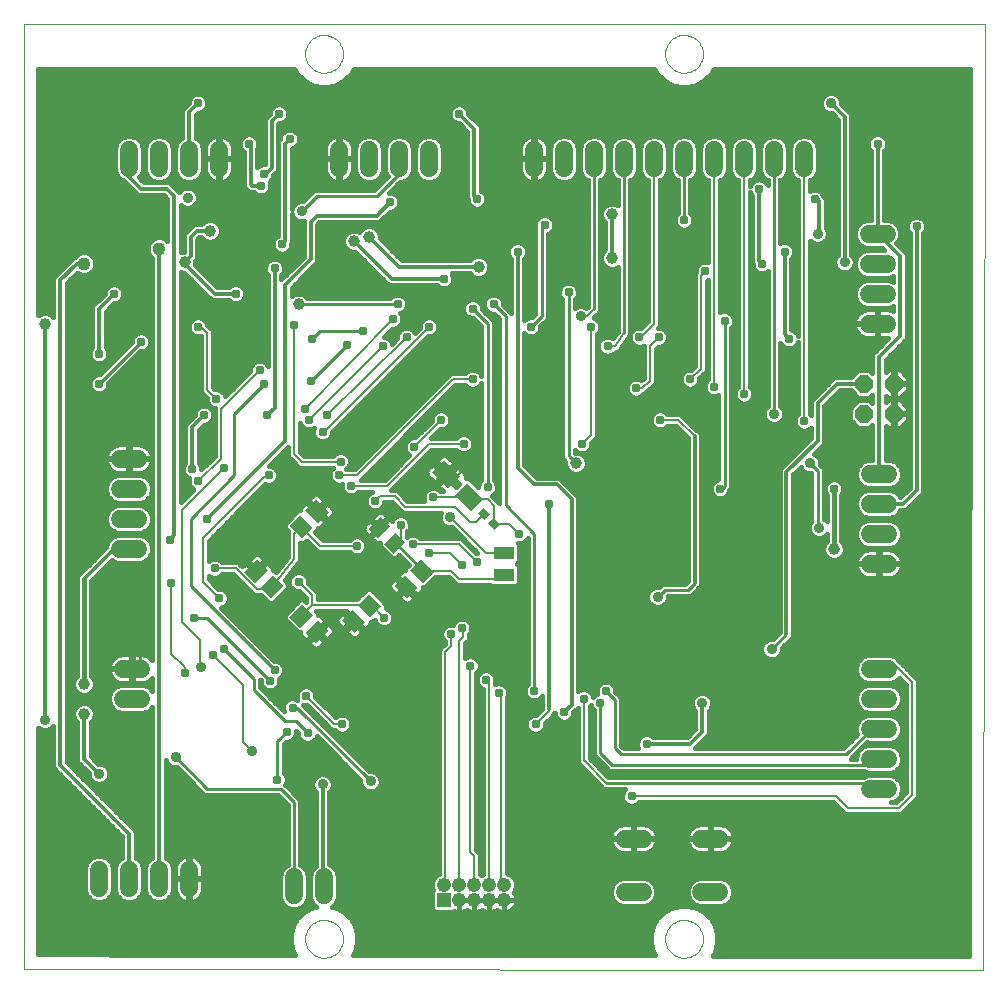
<source format=gbl>
G75*
%MOIN*%
%OFA0B0*%
%FSLAX24Y24*%
%IPPOS*%
%LPD*%
%AMOC8*
5,1,8,0,0,1.08239X$1,22.5*
%
%ADD10C,0.0000*%
%ADD11C,0.0600*%
%ADD12R,0.0512X0.0591*%
%ADD13R,0.0430X0.0550*%
%ADD14R,0.0709X0.0433*%
%ADD15R,0.0768X0.0591*%
%ADD16R,0.0315X0.0276*%
%ADD17OC8,0.0600*%
%ADD18R,0.0476X0.0476*%
%ADD19C,0.0476*%
%ADD20C,0.0160*%
%ADD21C,0.0357*%
%ADD22C,0.0080*%
%ADD23C,0.0310*%
%ADD24C,0.0120*%
%ADD25C,0.0100*%
%ADD26C,0.0396*%
%ADD27C,0.0436*%
D10*
X003760Y002393D02*
X003760Y033889D01*
X035780Y033889D01*
X035730Y002343D01*
X003760Y002393D01*
X013130Y003393D02*
X013132Y003443D01*
X013138Y003493D01*
X013148Y003542D01*
X013162Y003590D01*
X013179Y003637D01*
X013200Y003682D01*
X013225Y003726D01*
X013253Y003767D01*
X013285Y003806D01*
X013319Y003843D01*
X013356Y003877D01*
X013396Y003907D01*
X013438Y003934D01*
X013482Y003958D01*
X013528Y003979D01*
X013575Y003995D01*
X013623Y004008D01*
X013673Y004017D01*
X013722Y004022D01*
X013773Y004023D01*
X013823Y004020D01*
X013872Y004013D01*
X013921Y004002D01*
X013969Y003987D01*
X014015Y003969D01*
X014060Y003947D01*
X014103Y003921D01*
X014144Y003892D01*
X014183Y003860D01*
X014219Y003825D01*
X014251Y003787D01*
X014281Y003747D01*
X014308Y003704D01*
X014331Y003660D01*
X014350Y003614D01*
X014366Y003566D01*
X014378Y003517D01*
X014386Y003468D01*
X014390Y003418D01*
X014390Y003368D01*
X014386Y003318D01*
X014378Y003269D01*
X014366Y003220D01*
X014350Y003172D01*
X014331Y003126D01*
X014308Y003082D01*
X014281Y003039D01*
X014251Y002999D01*
X014219Y002961D01*
X014183Y002926D01*
X014144Y002894D01*
X014103Y002865D01*
X014060Y002839D01*
X014015Y002817D01*
X013969Y002799D01*
X013921Y002784D01*
X013872Y002773D01*
X013823Y002766D01*
X013773Y002763D01*
X013722Y002764D01*
X013673Y002769D01*
X013623Y002778D01*
X013575Y002791D01*
X013528Y002807D01*
X013482Y002828D01*
X013438Y002852D01*
X013396Y002879D01*
X013356Y002909D01*
X013319Y002943D01*
X013285Y002980D01*
X013253Y003019D01*
X013225Y003060D01*
X013200Y003104D01*
X013179Y003149D01*
X013162Y003196D01*
X013148Y003244D01*
X013138Y003293D01*
X013132Y003343D01*
X013130Y003393D01*
X025130Y003393D02*
X025132Y003443D01*
X025138Y003493D01*
X025148Y003542D01*
X025162Y003590D01*
X025179Y003637D01*
X025200Y003682D01*
X025225Y003726D01*
X025253Y003767D01*
X025285Y003806D01*
X025319Y003843D01*
X025356Y003877D01*
X025396Y003907D01*
X025438Y003934D01*
X025482Y003958D01*
X025528Y003979D01*
X025575Y003995D01*
X025623Y004008D01*
X025673Y004017D01*
X025722Y004022D01*
X025773Y004023D01*
X025823Y004020D01*
X025872Y004013D01*
X025921Y004002D01*
X025969Y003987D01*
X026015Y003969D01*
X026060Y003947D01*
X026103Y003921D01*
X026144Y003892D01*
X026183Y003860D01*
X026219Y003825D01*
X026251Y003787D01*
X026281Y003747D01*
X026308Y003704D01*
X026331Y003660D01*
X026350Y003614D01*
X026366Y003566D01*
X026378Y003517D01*
X026386Y003468D01*
X026390Y003418D01*
X026390Y003368D01*
X026386Y003318D01*
X026378Y003269D01*
X026366Y003220D01*
X026350Y003172D01*
X026331Y003126D01*
X026308Y003082D01*
X026281Y003039D01*
X026251Y002999D01*
X026219Y002961D01*
X026183Y002926D01*
X026144Y002894D01*
X026103Y002865D01*
X026060Y002839D01*
X026015Y002817D01*
X025969Y002799D01*
X025921Y002784D01*
X025872Y002773D01*
X025823Y002766D01*
X025773Y002763D01*
X025722Y002764D01*
X025673Y002769D01*
X025623Y002778D01*
X025575Y002791D01*
X025528Y002807D01*
X025482Y002828D01*
X025438Y002852D01*
X025396Y002879D01*
X025356Y002909D01*
X025319Y002943D01*
X025285Y002980D01*
X025253Y003019D01*
X025225Y003060D01*
X025200Y003104D01*
X025179Y003149D01*
X025162Y003196D01*
X025148Y003244D01*
X025138Y003293D01*
X025132Y003343D01*
X025130Y003393D01*
X025130Y032893D02*
X025132Y032943D01*
X025138Y032993D01*
X025148Y033042D01*
X025162Y033090D01*
X025179Y033137D01*
X025200Y033182D01*
X025225Y033226D01*
X025253Y033267D01*
X025285Y033306D01*
X025319Y033343D01*
X025356Y033377D01*
X025396Y033407D01*
X025438Y033434D01*
X025482Y033458D01*
X025528Y033479D01*
X025575Y033495D01*
X025623Y033508D01*
X025673Y033517D01*
X025722Y033522D01*
X025773Y033523D01*
X025823Y033520D01*
X025872Y033513D01*
X025921Y033502D01*
X025969Y033487D01*
X026015Y033469D01*
X026060Y033447D01*
X026103Y033421D01*
X026144Y033392D01*
X026183Y033360D01*
X026219Y033325D01*
X026251Y033287D01*
X026281Y033247D01*
X026308Y033204D01*
X026331Y033160D01*
X026350Y033114D01*
X026366Y033066D01*
X026378Y033017D01*
X026386Y032968D01*
X026390Y032918D01*
X026390Y032868D01*
X026386Y032818D01*
X026378Y032769D01*
X026366Y032720D01*
X026350Y032672D01*
X026331Y032626D01*
X026308Y032582D01*
X026281Y032539D01*
X026251Y032499D01*
X026219Y032461D01*
X026183Y032426D01*
X026144Y032394D01*
X026103Y032365D01*
X026060Y032339D01*
X026015Y032317D01*
X025969Y032299D01*
X025921Y032284D01*
X025872Y032273D01*
X025823Y032266D01*
X025773Y032263D01*
X025722Y032264D01*
X025673Y032269D01*
X025623Y032278D01*
X025575Y032291D01*
X025528Y032307D01*
X025482Y032328D01*
X025438Y032352D01*
X025396Y032379D01*
X025356Y032409D01*
X025319Y032443D01*
X025285Y032480D01*
X025253Y032519D01*
X025225Y032560D01*
X025200Y032604D01*
X025179Y032649D01*
X025162Y032696D01*
X025148Y032744D01*
X025138Y032793D01*
X025132Y032843D01*
X025130Y032893D01*
X013130Y032893D02*
X013132Y032943D01*
X013138Y032993D01*
X013148Y033042D01*
X013162Y033090D01*
X013179Y033137D01*
X013200Y033182D01*
X013225Y033226D01*
X013253Y033267D01*
X013285Y033306D01*
X013319Y033343D01*
X013356Y033377D01*
X013396Y033407D01*
X013438Y033434D01*
X013482Y033458D01*
X013528Y033479D01*
X013575Y033495D01*
X013623Y033508D01*
X013673Y033517D01*
X013722Y033522D01*
X013773Y033523D01*
X013823Y033520D01*
X013872Y033513D01*
X013921Y033502D01*
X013969Y033487D01*
X014015Y033469D01*
X014060Y033447D01*
X014103Y033421D01*
X014144Y033392D01*
X014183Y033360D01*
X014219Y033325D01*
X014251Y033287D01*
X014281Y033247D01*
X014308Y033204D01*
X014331Y033160D01*
X014350Y033114D01*
X014366Y033066D01*
X014378Y033017D01*
X014386Y032968D01*
X014390Y032918D01*
X014390Y032868D01*
X014386Y032818D01*
X014378Y032769D01*
X014366Y032720D01*
X014350Y032672D01*
X014331Y032626D01*
X014308Y032582D01*
X014281Y032539D01*
X014251Y032499D01*
X014219Y032461D01*
X014183Y032426D01*
X014144Y032394D01*
X014103Y032365D01*
X014060Y032339D01*
X014015Y032317D01*
X013969Y032299D01*
X013921Y032284D01*
X013872Y032273D01*
X013823Y032266D01*
X013773Y032263D01*
X013722Y032264D01*
X013673Y032269D01*
X013623Y032278D01*
X013575Y032291D01*
X013528Y032307D01*
X013482Y032328D01*
X013438Y032352D01*
X013396Y032379D01*
X013356Y032409D01*
X013319Y032443D01*
X013285Y032480D01*
X013253Y032519D01*
X013225Y032560D01*
X013200Y032604D01*
X013179Y032649D01*
X013162Y032696D01*
X013148Y032744D01*
X013138Y032793D01*
X013132Y032843D01*
X013130Y032893D01*
D11*
X014260Y029693D02*
X014260Y029093D01*
X015260Y029093D02*
X015260Y029693D01*
X016260Y029693D02*
X016260Y029093D01*
X017260Y029093D02*
X017260Y029693D01*
X020760Y029693D02*
X020760Y029093D01*
X021760Y029093D02*
X021760Y029693D01*
X022760Y029693D02*
X022760Y029093D01*
X023760Y029093D02*
X023760Y029693D01*
X024760Y029693D02*
X024760Y029093D01*
X025760Y029093D02*
X025760Y029693D01*
X026760Y029693D02*
X026760Y029093D01*
X027760Y029093D02*
X027760Y029693D01*
X028760Y029693D02*
X028760Y029093D01*
X029760Y029093D02*
X029760Y029693D01*
X031910Y026893D02*
X032510Y026893D01*
X032510Y025893D02*
X031910Y025893D01*
X031910Y024893D02*
X032510Y024893D01*
X032510Y023893D02*
X031910Y023893D01*
X031960Y018893D02*
X032560Y018893D01*
X032560Y017893D02*
X031960Y017893D01*
X031960Y016893D02*
X032560Y016893D01*
X032560Y015893D02*
X031960Y015893D01*
X031960Y012393D02*
X032560Y012393D01*
X032560Y011393D02*
X031960Y011393D01*
X031960Y010393D02*
X032560Y010393D01*
X032560Y009393D02*
X031960Y009393D01*
X031960Y008393D02*
X032560Y008393D01*
X026940Y006733D02*
X026340Y006733D01*
X026340Y004953D02*
X026940Y004953D01*
X024380Y004953D02*
X023780Y004953D01*
X023780Y006733D02*
X024380Y006733D01*
X013760Y005443D02*
X013760Y004843D01*
X012760Y004843D02*
X012760Y005443D01*
X009260Y005693D02*
X009260Y005093D01*
X008260Y005093D02*
X008260Y005693D01*
X007260Y005693D02*
X007260Y005093D01*
X006260Y005093D02*
X006260Y005693D01*
X007060Y011393D02*
X007660Y011393D01*
X007660Y012393D02*
X007060Y012393D01*
X006960Y016393D02*
X007560Y016393D01*
X007560Y017393D02*
X006960Y017393D01*
X006960Y018393D02*
X007560Y018393D01*
X007560Y019393D02*
X006960Y019393D01*
X007260Y029093D02*
X007260Y029693D01*
X008260Y029693D02*
X008260Y029093D01*
X009260Y029093D02*
X009260Y029693D01*
X010260Y029693D02*
X010260Y029093D01*
D12*
G36*
X013913Y017631D02*
X013551Y017269D01*
X013135Y017685D01*
X013497Y018047D01*
X013913Y017631D01*
G37*
G36*
X013384Y017102D02*
X013022Y016740D01*
X012606Y017156D01*
X012968Y017518D01*
X013384Y017102D01*
G37*
G36*
X011522Y016047D02*
X011884Y015685D01*
X011468Y015269D01*
X011106Y015631D01*
X011522Y016047D01*
G37*
G36*
X012051Y015518D02*
X012413Y015156D01*
X011997Y014740D01*
X011635Y015102D01*
X012051Y015518D01*
G37*
G36*
X012968Y013769D02*
X012606Y014131D01*
X013022Y014547D01*
X013384Y014185D01*
X012968Y013769D01*
G37*
G36*
X013497Y013240D02*
X013135Y013602D01*
X013551Y014018D01*
X013913Y013656D01*
X013497Y013240D01*
G37*
G36*
X014356Y014006D02*
X014718Y014368D01*
X015134Y013952D01*
X014772Y013590D01*
X014356Y014006D01*
G37*
G36*
X014885Y014535D02*
X015247Y014897D01*
X015663Y014481D01*
X015301Y014119D01*
X014885Y014535D01*
G37*
G36*
X016106Y015156D02*
X016468Y015518D01*
X016884Y015102D01*
X016522Y014740D01*
X016106Y015156D01*
G37*
G36*
X016635Y015685D02*
X016997Y016047D01*
X017413Y015631D01*
X017051Y015269D01*
X016635Y015685D01*
G37*
D13*
G36*
X016163Y016928D02*
X016467Y016624D01*
X016079Y016236D01*
X015775Y016540D01*
X016163Y016928D01*
G37*
G36*
X015640Y017451D02*
X015944Y017147D01*
X015556Y016759D01*
X015252Y017063D01*
X015640Y017451D01*
G37*
D14*
X019760Y016263D03*
X019760Y015523D03*
D15*
G36*
X018654Y017631D02*
X018112Y018173D01*
X018530Y018591D01*
X019072Y018049D01*
X018654Y017631D01*
G37*
G36*
X017889Y018396D02*
X017347Y018938D01*
X017765Y019356D01*
X018307Y018814D01*
X017889Y018396D01*
G37*
D16*
G36*
X019079Y017768D02*
X019300Y017547D01*
X019105Y017352D01*
X018884Y017573D01*
X019079Y017768D01*
G37*
G36*
X019414Y017434D02*
X019635Y017213D01*
X019440Y017018D01*
X019219Y017239D01*
X019414Y017434D01*
G37*
D17*
X031760Y020893D03*
X032760Y020893D03*
X032760Y021893D03*
X031760Y021893D03*
D18*
X017760Y004693D03*
D19*
X018260Y004693D03*
X018760Y004693D03*
X019260Y004693D03*
X019760Y004693D03*
X019760Y005193D03*
X019260Y005193D03*
X018760Y005193D03*
X018260Y005193D03*
X017760Y005193D03*
D20*
X017396Y005032D02*
X017362Y004997D01*
X017362Y004389D01*
X017455Y004296D01*
X018064Y004296D01*
X018083Y004315D01*
X018099Y004306D01*
X018162Y004286D01*
X018227Y004276D01*
X018260Y004276D01*
X018292Y004276D01*
X018357Y004286D01*
X018420Y004306D01*
X018478Y004336D01*
X018510Y004359D01*
X018541Y004336D01*
X018599Y004306D01*
X018662Y004286D01*
X018727Y004276D01*
X018760Y004276D01*
X018792Y004276D01*
X018857Y004286D01*
X018920Y004306D01*
X018978Y004336D01*
X019010Y004359D01*
X019041Y004336D01*
X019099Y004306D01*
X019162Y004286D01*
X019227Y004276D01*
X019260Y004276D01*
X019292Y004276D01*
X019357Y004286D01*
X019420Y004306D01*
X019478Y004336D01*
X019510Y004359D01*
X019541Y004336D01*
X019599Y004306D01*
X019662Y004286D01*
X019727Y004276D01*
X019760Y004276D01*
X019792Y004276D01*
X019857Y004286D01*
X019920Y004306D01*
X019978Y004336D01*
X020032Y004375D01*
X020078Y004421D01*
X020117Y004474D01*
X020147Y004533D01*
X020167Y004595D01*
X020177Y004660D01*
X020177Y004693D01*
X019760Y004693D01*
X019760Y004693D01*
X019760Y004276D01*
X019760Y004693D01*
X019760Y004693D01*
X020177Y004693D01*
X020177Y004726D01*
X020167Y004791D01*
X020147Y004854D01*
X020117Y004912D01*
X020085Y004956D01*
X020097Y004968D01*
X020157Y005114D01*
X020157Y005272D01*
X020097Y005419D01*
X019985Y005531D01*
X019870Y005578D01*
X019870Y011470D01*
X019895Y011531D01*
X019895Y011656D01*
X019847Y011772D01*
X019758Y011860D01*
X019642Y011908D01*
X019517Y011908D01*
X019460Y011885D01*
X019460Y011924D01*
X019475Y011961D01*
X019475Y012086D01*
X019427Y012202D01*
X019338Y012290D01*
X019222Y012338D01*
X019097Y012338D01*
X018981Y012290D01*
X018892Y012202D01*
X018845Y012086D01*
X018845Y011961D01*
X018892Y011845D01*
X018981Y011756D01*
X019060Y011724D01*
X019060Y005541D01*
X019034Y005531D01*
X019010Y005506D01*
X018985Y005531D01*
X018960Y005541D01*
X018960Y006236D01*
X018830Y006366D01*
X018830Y012248D01*
X018897Y012315D01*
X018945Y012431D01*
X018945Y012556D01*
X018897Y012672D01*
X018808Y012760D01*
X018692Y012808D01*
X018567Y012808D01*
X018460Y012764D01*
X018460Y013230D01*
X018472Y013243D01*
X018590Y013360D01*
X018590Y013538D01*
X018627Y013575D01*
X018675Y013691D01*
X018675Y013816D01*
X018627Y013932D01*
X018538Y014020D01*
X018422Y014068D01*
X018297Y014068D01*
X018181Y014020D01*
X018092Y013932D01*
X018063Y013860D01*
X018042Y013868D01*
X017917Y013868D01*
X017801Y013820D01*
X017712Y013732D01*
X017665Y013616D01*
X017665Y013491D01*
X017712Y013375D01*
X017780Y013308D01*
X017780Y013226D01*
X017707Y013153D01*
X017590Y013036D01*
X017590Y005553D01*
X017534Y005531D01*
X017422Y005419D01*
X017362Y005272D01*
X017362Y005114D01*
X017396Y005032D01*
X017373Y005088D02*
X014220Y005088D01*
X014220Y005246D02*
X017362Y005246D01*
X017417Y005405D02*
X014220Y005405D01*
X014220Y005535D02*
X014149Y005704D01*
X014020Y005833D01*
X013930Y005871D01*
X013930Y008285D01*
X013996Y008352D01*
X014048Y008476D01*
X014048Y008611D01*
X013996Y008735D01*
X013901Y008830D01*
X013777Y008882D01*
X013642Y008882D01*
X013518Y008830D01*
X013423Y008735D01*
X013371Y008611D01*
X013371Y008476D01*
X013423Y008352D01*
X013490Y008285D01*
X013490Y005824D01*
X013370Y005704D01*
X013300Y005535D01*
X013300Y004752D01*
X013370Y004583D01*
X013484Y004468D01*
X013331Y004428D01*
X013078Y004281D01*
X012871Y004075D01*
X012725Y003822D01*
X012650Y003539D01*
X012650Y003247D01*
X012725Y002965D01*
X012786Y002859D01*
X004240Y002873D01*
X004240Y010435D01*
X004268Y010406D01*
X004392Y010355D01*
X004527Y010355D01*
X004651Y010406D01*
X004740Y010495D01*
X004740Y009102D01*
X007040Y006802D01*
X007040Y006100D01*
X006999Y006083D01*
X006870Y005954D01*
X006800Y005785D01*
X006800Y005002D01*
X006870Y004833D01*
X006999Y004703D01*
X007168Y004633D01*
X007351Y004633D01*
X007520Y004703D01*
X007649Y004833D01*
X007720Y005002D01*
X007720Y005785D01*
X007649Y005954D01*
X007520Y006083D01*
X007480Y006100D01*
X007480Y006984D01*
X007351Y007113D01*
X005180Y009284D01*
X005180Y025252D01*
X005523Y025596D01*
X005546Y025573D01*
X005684Y025516D01*
X005835Y025516D01*
X005974Y025573D01*
X006080Y025679D01*
X006137Y025818D01*
X006137Y025968D01*
X006080Y026107D01*
X005974Y026214D01*
X005835Y026271D01*
X005684Y026271D01*
X005546Y026214D01*
X005445Y026113D01*
X005418Y026113D01*
X005290Y025984D01*
X004868Y025563D01*
X004740Y025434D01*
X004740Y024120D01*
X004662Y024197D01*
X004531Y024251D01*
X004388Y024251D01*
X004257Y024197D01*
X004240Y024180D01*
X004240Y032393D01*
X012767Y032393D01*
X012871Y032212D01*
X013078Y032005D01*
X013331Y031859D01*
X013613Y031783D01*
X013906Y031783D01*
X014188Y031859D01*
X014441Y032005D01*
X014648Y032212D01*
X014752Y032393D01*
X024767Y032393D01*
X024871Y032212D01*
X025078Y032005D01*
X025331Y031859D01*
X025613Y031783D01*
X025906Y031783D01*
X026188Y031859D01*
X026441Y032005D01*
X026648Y032212D01*
X026752Y032393D01*
X035297Y032393D01*
X035250Y002824D01*
X026720Y002837D01*
X026794Y002965D01*
X026869Y003247D01*
X026869Y003539D01*
X026794Y003822D01*
X026648Y004075D01*
X026441Y004281D01*
X026188Y004428D01*
X025906Y004503D01*
X025613Y004503D01*
X025331Y004428D01*
X025078Y004281D01*
X024871Y004075D01*
X024725Y003822D01*
X024650Y003539D01*
X024650Y003247D01*
X024725Y002965D01*
X024797Y002840D01*
X014731Y002856D01*
X014794Y002965D01*
X014869Y003247D01*
X014869Y003539D01*
X014794Y003822D01*
X014648Y004075D01*
X014441Y004281D01*
X014188Y004428D01*
X014035Y004468D01*
X014149Y004583D01*
X014220Y004752D01*
X014220Y005535D01*
X014208Y005563D02*
X017590Y005563D01*
X017590Y005722D02*
X014132Y005722D01*
X013930Y005880D02*
X017590Y005880D01*
X017590Y006039D02*
X013930Y006039D01*
X013930Y006197D02*
X017590Y006197D01*
X017590Y006356D02*
X013930Y006356D01*
X013930Y006514D02*
X017590Y006514D01*
X017590Y006673D02*
X013930Y006673D01*
X013930Y006831D02*
X017590Y006831D01*
X017590Y006990D02*
X013930Y006990D01*
X013930Y007148D02*
X017590Y007148D01*
X017590Y007307D02*
X013930Y007307D01*
X013930Y007465D02*
X017590Y007465D01*
X017590Y007624D02*
X013930Y007624D01*
X013930Y007782D02*
X017590Y007782D01*
X017590Y007941D02*
X013930Y007941D01*
X013930Y008099D02*
X017590Y008099D01*
X017590Y008258D02*
X013930Y008258D01*
X014023Y008416D02*
X015058Y008416D01*
X015023Y008452D02*
X015118Y008356D01*
X015242Y008305D01*
X015377Y008305D01*
X015501Y008356D01*
X015596Y008452D01*
X015648Y008576D01*
X015648Y008711D01*
X015596Y008835D01*
X015501Y008930D01*
X015377Y008982D01*
X015268Y008982D01*
X013070Y011180D01*
X013054Y011196D01*
X013097Y011178D01*
X013192Y011178D01*
X013886Y010484D01*
X013886Y010484D01*
X013941Y010429D01*
X013984Y010386D01*
X014003Y010367D01*
X014030Y010367D01*
X014041Y010363D01*
X014060Y010343D01*
X014114Y010343D01*
X014181Y010276D01*
X014297Y010228D01*
X014422Y010228D01*
X014538Y010276D01*
X014627Y010365D01*
X014675Y010481D01*
X014675Y010606D01*
X014627Y010722D01*
X014538Y010810D01*
X014422Y010858D01*
X014297Y010858D01*
X014181Y010810D01*
X014153Y010782D01*
X013475Y011461D01*
X013475Y011556D01*
X013427Y011672D01*
X013338Y011760D01*
X013222Y011808D01*
X013097Y011808D01*
X012981Y011760D01*
X012892Y011672D01*
X012845Y011556D01*
X012845Y011431D01*
X012871Y011368D01*
X012772Y011408D01*
X012647Y011408D01*
X012531Y011360D01*
X012442Y011272D01*
X012395Y011156D01*
X012395Y011031D01*
X012412Y010987D01*
X011620Y011780D01*
X011620Y012036D01*
X011645Y012011D01*
X011645Y011931D01*
X011692Y011815D01*
X011781Y011726D01*
X011897Y011678D01*
X012022Y011678D01*
X012138Y011726D01*
X012227Y011815D01*
X012275Y011931D01*
X012275Y012056D01*
X012269Y012069D01*
X012288Y012076D01*
X012377Y012165D01*
X012425Y012281D01*
X012425Y012406D01*
X012377Y012522D01*
X012288Y012610D01*
X012172Y012658D01*
X012091Y012658D01*
X010321Y014428D01*
X010332Y014428D01*
X010448Y014476D01*
X010537Y014565D01*
X010585Y014681D01*
X010585Y014806D01*
X010537Y014922D01*
X010448Y015010D01*
X010332Y015058D01*
X010237Y015058D01*
X009910Y015386D01*
X009910Y015498D01*
X009931Y015476D01*
X010047Y015428D01*
X010172Y015428D01*
X010288Y015476D01*
X010355Y015543D01*
X010727Y015543D01*
X011310Y014960D01*
X011427Y014843D01*
X011666Y014843D01*
X011930Y014579D01*
X012062Y014579D01*
X012574Y015090D01*
X012574Y015223D01*
X012451Y015346D01*
X012909Y015926D01*
X012960Y015976D01*
X012960Y015990D01*
X012968Y016000D01*
X012960Y016071D01*
X012960Y016579D01*
X013089Y016579D01*
X013176Y016665D01*
X013548Y016293D01*
X014614Y016293D01*
X014681Y016226D01*
X014797Y016178D01*
X014922Y016178D01*
X015038Y016226D01*
X015127Y016315D01*
X015175Y016431D01*
X015175Y016556D01*
X015127Y016672D01*
X015038Y016760D01*
X014922Y016808D01*
X014797Y016808D01*
X014681Y016760D01*
X014614Y016693D01*
X013713Y016693D01*
X013458Y016948D01*
X013545Y017035D01*
X013545Y017088D01*
X013576Y017088D01*
X013621Y017100D01*
X013662Y017124D01*
X013826Y017288D01*
X013524Y017590D01*
X013592Y017658D01*
X013524Y017726D01*
X013798Y018000D01*
X013607Y018192D01*
X013566Y018215D01*
X013520Y018228D01*
X013472Y018228D01*
X013427Y018215D01*
X013386Y018192D01*
X013222Y018028D01*
X013524Y017726D01*
X013456Y017658D01*
X013154Y017960D01*
X012990Y017796D01*
X012967Y017755D01*
X012954Y017709D01*
X012954Y017679D01*
X012901Y017679D01*
X012445Y017223D01*
X012445Y017090D01*
X012560Y016976D01*
X012560Y016976D01*
X012560Y016129D01*
X012166Y015631D01*
X012118Y015679D01*
X012065Y015679D01*
X012065Y015709D01*
X012053Y015755D01*
X012029Y015796D01*
X011865Y015960D01*
X011563Y015658D01*
X011495Y015726D01*
X011427Y015658D01*
X011153Y015932D01*
X011028Y015807D01*
X010892Y015943D01*
X010355Y015943D01*
X010288Y016010D01*
X010172Y016058D01*
X010047Y016058D01*
X009931Y016010D01*
X009910Y015989D01*
X009910Y016660D01*
X011798Y018549D01*
X011847Y018528D01*
X011972Y018528D01*
X012088Y018576D01*
X012177Y018665D01*
X012225Y018781D01*
X012225Y018906D01*
X012177Y019022D01*
X012088Y019110D01*
X011972Y019158D01*
X011936Y019158D01*
X012551Y019773D01*
X012560Y019782D01*
X012560Y019460D01*
X012677Y019343D01*
X012927Y019093D01*
X014064Y019093D01*
X013992Y019022D01*
X013945Y018906D01*
X013945Y018781D01*
X013992Y018665D01*
X014081Y018576D01*
X014197Y018528D01*
X014322Y018528D01*
X014345Y018538D01*
X014345Y018431D01*
X014392Y018315D01*
X014481Y018226D01*
X014597Y018178D01*
X014722Y018178D01*
X014838Y018226D01*
X014905Y018293D01*
X015361Y018293D01*
X015281Y018260D01*
X015192Y018172D01*
X015145Y018056D01*
X015145Y017931D01*
X015192Y017815D01*
X015281Y017726D01*
X015397Y017678D01*
X015522Y017678D01*
X015638Y017726D01*
X015727Y017815D01*
X015775Y017931D01*
X015775Y017943D01*
X016027Y017943D01*
X016377Y017593D01*
X017655Y017593D01*
X017621Y017511D01*
X017621Y017376D01*
X017673Y017252D01*
X017768Y017156D01*
X017892Y017105D01*
X018015Y017105D01*
X018862Y016258D01*
X018827Y016258D01*
X018342Y016743D01*
X016955Y016743D01*
X016888Y016810D01*
X016772Y016858D01*
X016647Y016858D01*
X016531Y016810D01*
X016519Y016799D01*
X016510Y016808D01*
X016510Y016948D01*
X016577Y017015D01*
X016625Y017131D01*
X016625Y017256D01*
X016577Y017372D01*
X016488Y017460D01*
X016372Y017508D01*
X016247Y017508D01*
X016131Y017460D01*
X016042Y017372D01*
X016023Y017324D01*
X015939Y017407D01*
X015637Y017105D01*
X015598Y017144D01*
X015900Y017446D01*
X015751Y017595D01*
X015710Y017619D01*
X015664Y017631D01*
X015617Y017631D01*
X015571Y017619D01*
X015530Y017595D01*
X015338Y017404D01*
X015598Y017144D01*
X015559Y017105D01*
X015299Y017365D01*
X015107Y017173D01*
X015084Y017132D01*
X015071Y017086D01*
X015071Y017039D01*
X015084Y016993D01*
X015107Y016952D01*
X015257Y016803D01*
X015559Y017105D01*
X015598Y017066D01*
X015296Y016764D01*
X015445Y016614D01*
X015486Y016591D01*
X015532Y016578D01*
X015579Y016578D01*
X015615Y016588D01*
X015615Y016473D01*
X016012Y016075D01*
X016145Y016075D01*
X016245Y016176D01*
X016581Y015859D01*
X016474Y015752D01*
X016474Y015699D01*
X016444Y015699D01*
X016398Y015686D01*
X016357Y015663D01*
X016193Y015499D01*
X016495Y015197D01*
X016427Y015129D01*
X016125Y015431D01*
X015961Y015267D01*
X015938Y015226D01*
X015925Y015180D01*
X015925Y015133D01*
X015938Y015087D01*
X015961Y015046D01*
X016153Y014855D01*
X016427Y015129D01*
X016495Y015061D01*
X016221Y014787D01*
X016412Y014595D01*
X016453Y014571D01*
X016499Y014559D01*
X016547Y014559D01*
X016592Y014571D01*
X016633Y014595D01*
X016797Y014759D01*
X016495Y015061D01*
X016563Y015129D01*
X016865Y014827D01*
X017029Y014990D01*
X017053Y015032D01*
X017065Y015077D01*
X017065Y015108D01*
X017118Y015108D01*
X017468Y015458D01*
X017912Y015458D01*
X018060Y015310D01*
X018177Y015193D01*
X019292Y015193D01*
X019339Y015147D01*
X020180Y015147D01*
X020274Y015240D01*
X020274Y015806D01*
X020187Y015893D01*
X020274Y015980D01*
X020274Y016546D01*
X020242Y016578D01*
X020322Y016578D01*
X020438Y016626D01*
X020527Y016715D01*
X020550Y016770D01*
X020550Y015306D01*
X020560Y015296D01*
X020560Y011889D01*
X020502Y011832D01*
X020455Y011716D01*
X020455Y011591D01*
X020502Y011475D01*
X020591Y011386D01*
X020707Y011338D01*
X020832Y011338D01*
X020948Y011386D01*
X021037Y011475D01*
X021040Y011482D01*
X021040Y011056D01*
X020842Y010858D01*
X020747Y010858D01*
X020631Y010810D01*
X020542Y010722D01*
X020495Y010606D01*
X020495Y010481D01*
X020542Y010365D01*
X020631Y010276D01*
X020747Y010228D01*
X020872Y010228D01*
X020988Y010276D01*
X021077Y010365D01*
X021125Y010481D01*
X021125Y010575D01*
X021319Y010770D01*
X021348Y010799D01*
X021436Y010887D01*
X021436Y010909D01*
X021445Y010917D01*
X021445Y010881D01*
X021492Y010765D01*
X021581Y010676D01*
X021697Y010628D01*
X021822Y010628D01*
X021938Y010676D01*
X022027Y010765D01*
X022075Y010881D01*
X022075Y010947D01*
X022101Y010973D01*
X022210Y011082D01*
X022210Y009260D01*
X022950Y008520D01*
X022950Y008506D01*
X023073Y008383D01*
X023804Y008383D01*
X023742Y008322D01*
X023695Y008206D01*
X023695Y008081D01*
X023742Y007965D01*
X023831Y007876D01*
X023947Y007828D01*
X024072Y007828D01*
X024188Y007876D01*
X024255Y007943D01*
X030727Y007943D01*
X031010Y007660D01*
X031127Y007543D01*
X032992Y007543D01*
X033442Y007993D01*
X033560Y008110D01*
X033560Y012026D01*
X033010Y012576D01*
X032962Y012624D01*
X032949Y012654D01*
X032820Y012783D01*
X032651Y012853D01*
X031868Y012853D01*
X031699Y012783D01*
X031570Y012654D01*
X031500Y012485D01*
X031500Y012302D01*
X031570Y012133D01*
X031699Y012003D01*
X031868Y011933D01*
X032651Y011933D01*
X032820Y012003D01*
X032918Y012102D01*
X033160Y011860D01*
X033160Y008276D01*
X032827Y007943D01*
X032675Y007943D01*
X032820Y008003D01*
X032949Y008133D01*
X033020Y008302D01*
X033020Y008485D01*
X032949Y008654D01*
X032820Y008783D01*
X032651Y008853D01*
X031868Y008853D01*
X031747Y008803D01*
X023232Y008803D01*
X022610Y009426D01*
X022610Y011148D01*
X022645Y011183D01*
X022645Y011181D01*
X022692Y011065D01*
X022750Y011008D01*
X022750Y009506D01*
X023150Y009106D01*
X023273Y008983D01*
X031747Y008983D01*
X031868Y008933D01*
X032651Y008933D01*
X032820Y009003D01*
X032949Y009133D01*
X033020Y009302D01*
X033020Y009485D01*
X032949Y009654D01*
X032820Y009783D01*
X032651Y009853D01*
X031868Y009853D01*
X031699Y009783D01*
X031570Y009654D01*
X031500Y009485D01*
X031500Y009403D01*
X031316Y009403D01*
X031370Y009456D01*
X031853Y009940D01*
X031868Y009933D01*
X032651Y009933D01*
X032820Y010003D01*
X032949Y010133D01*
X033020Y010302D01*
X033020Y010485D01*
X032949Y010654D01*
X032820Y010783D01*
X032651Y010853D01*
X031868Y010853D01*
X031699Y010783D01*
X031570Y010654D01*
X031500Y010485D01*
X031500Y010302D01*
X031535Y010216D01*
X031073Y009753D01*
X026131Y009753D01*
X026451Y010073D01*
X026580Y010202D01*
X026580Y010985D01*
X026646Y011052D01*
X026698Y011176D01*
X026698Y011311D01*
X026646Y011435D01*
X026551Y011530D01*
X026427Y011582D01*
X026292Y011582D01*
X026168Y011530D01*
X026073Y011435D01*
X026021Y011311D01*
X026021Y011176D01*
X026073Y011052D01*
X026140Y010985D01*
X026140Y010384D01*
X025868Y010113D01*
X024735Y010113D01*
X024688Y010160D01*
X024572Y010208D01*
X024447Y010208D01*
X024331Y010160D01*
X024242Y010072D01*
X024195Y009956D01*
X024195Y009831D01*
X024227Y009753D01*
X023746Y009753D01*
X023670Y009830D01*
X023670Y011430D01*
X023546Y011553D01*
X023475Y011625D01*
X023475Y011706D01*
X023427Y011822D01*
X023338Y011910D01*
X023222Y011958D01*
X023097Y011958D01*
X022981Y011910D01*
X022892Y011822D01*
X022845Y011706D01*
X022845Y011581D01*
X022860Y011543D01*
X022781Y011510D01*
X022725Y011454D01*
X022725Y011456D01*
X022677Y011572D01*
X022588Y011660D01*
X022472Y011708D01*
X022347Y011708D01*
X022231Y011660D01*
X022230Y011659D01*
X022230Y018134D01*
X022101Y018263D01*
X021601Y018763D01*
X020851Y018763D01*
X020430Y019184D01*
X020430Y023578D01*
X020481Y023526D01*
X020597Y023478D01*
X020722Y023478D01*
X020838Y023526D01*
X020927Y023615D01*
X020975Y023731D01*
X020975Y023811D01*
X021220Y024056D01*
X021220Y026898D01*
X021288Y026926D01*
X021377Y027015D01*
X021425Y027131D01*
X021425Y027256D01*
X021377Y027372D01*
X021288Y027460D01*
X021172Y027508D01*
X021047Y027508D01*
X020931Y027460D01*
X020842Y027372D01*
X020795Y027256D01*
X020795Y027131D01*
X020800Y027119D01*
X020800Y024230D01*
X020678Y024108D01*
X020597Y024108D01*
X020481Y024060D01*
X020430Y024009D01*
X020430Y026068D01*
X020477Y026115D01*
X020525Y026231D01*
X020525Y026356D01*
X020477Y026472D01*
X020388Y026560D01*
X020272Y026608D01*
X020147Y026608D01*
X020031Y026560D01*
X019942Y026472D01*
X019895Y026356D01*
X019895Y026231D01*
X019942Y026115D01*
X019990Y026068D01*
X019990Y024260D01*
X019725Y024525D01*
X019725Y024606D01*
X019677Y024722D01*
X019588Y024810D01*
X019472Y024858D01*
X019347Y024858D01*
X019231Y024810D01*
X019142Y024722D01*
X019095Y024606D01*
X019095Y024481D01*
X019142Y024365D01*
X019231Y024276D01*
X019347Y024228D01*
X019428Y024228D01*
X019600Y024056D01*
X019600Y017936D01*
X019509Y018026D01*
X019368Y018168D01*
X019388Y018176D01*
X019477Y018265D01*
X019525Y018381D01*
X019525Y018506D01*
X019477Y018622D01*
X019420Y018679D01*
X019420Y023980D01*
X019025Y024375D01*
X019025Y024456D01*
X018977Y024572D01*
X018888Y024660D01*
X018772Y024708D01*
X018647Y024708D01*
X018531Y024660D01*
X018442Y024572D01*
X018395Y024456D01*
X018395Y024331D01*
X018442Y024215D01*
X018531Y024126D01*
X018647Y024078D01*
X018728Y024078D01*
X019000Y023806D01*
X019000Y022166D01*
X018977Y022222D01*
X018888Y022310D01*
X018772Y022358D01*
X018647Y022358D01*
X018531Y022310D01*
X018464Y022243D01*
X017977Y022243D01*
X017860Y022126D01*
X014777Y019043D01*
X014505Y019043D01*
X014505Y019043D01*
X014577Y019115D01*
X014625Y019231D01*
X014625Y019356D01*
X014577Y019472D01*
X014488Y019560D01*
X014372Y019608D01*
X014247Y019608D01*
X014131Y019560D01*
X014064Y019493D01*
X013092Y019493D01*
X012960Y019626D01*
X012960Y020594D01*
X012992Y020515D01*
X013081Y020426D01*
X013197Y020378D01*
X013322Y020378D01*
X013421Y020419D01*
X013395Y020356D01*
X013395Y020231D01*
X013442Y020115D01*
X013531Y020026D01*
X013647Y019978D01*
X013772Y019978D01*
X013888Y020026D01*
X013977Y020115D01*
X014025Y020231D01*
X014025Y020275D01*
X017227Y023478D01*
X017322Y023478D01*
X017438Y023526D01*
X017527Y023615D01*
X017575Y023731D01*
X017575Y023856D01*
X017527Y023972D01*
X017438Y024060D01*
X017322Y024108D01*
X017197Y024108D01*
X017081Y024060D01*
X016992Y023972D01*
X016945Y023856D01*
X016945Y023761D01*
X016785Y023602D01*
X016777Y023622D01*
X016688Y023710D01*
X016572Y023758D01*
X016447Y023758D01*
X016331Y023710D01*
X016242Y023622D01*
X016195Y023506D01*
X016195Y023414D01*
X016012Y023236D01*
X015977Y023322D01*
X015888Y023410D01*
X015772Y023458D01*
X015765Y023458D01*
X016030Y023728D01*
X016122Y023728D01*
X016238Y023776D01*
X016327Y023865D01*
X016375Y023981D01*
X016375Y024106D01*
X016327Y024222D01*
X016306Y024242D01*
X016388Y024276D01*
X016477Y024365D01*
X016525Y024481D01*
X016525Y024606D01*
X016477Y024722D01*
X016388Y024810D01*
X016272Y024858D01*
X016147Y024858D01*
X016031Y024810D01*
X015974Y024753D01*
X013206Y024753D01*
X013112Y024847D01*
X012981Y024901D01*
X012838Y024901D01*
X012707Y024847D01*
X012680Y024820D01*
X012680Y025102D01*
X013401Y025823D01*
X013530Y025952D01*
X013530Y027202D01*
X013601Y027273D01*
X015601Y027273D01*
X015956Y027628D01*
X016022Y027628D01*
X016138Y027676D01*
X016227Y027765D01*
X016275Y027881D01*
X016275Y028006D01*
X016227Y028122D01*
X016138Y028210D01*
X016022Y028258D01*
X015921Y028258D01*
X016296Y028633D01*
X016351Y028633D01*
X016520Y028703D01*
X016649Y028833D01*
X016720Y029002D01*
X016720Y029785D01*
X016649Y029954D01*
X016520Y030083D01*
X016351Y030153D01*
X016168Y030153D01*
X015999Y030083D01*
X015870Y029954D01*
X015800Y029785D01*
X015800Y029002D01*
X015870Y028833D01*
X015886Y028817D01*
X015423Y028353D01*
X013423Y028353D01*
X013300Y028230D01*
X013051Y027982D01*
X012942Y027982D01*
X012818Y027930D01*
X012723Y027835D01*
X012680Y027731D01*
X012680Y029731D01*
X012788Y029776D01*
X012877Y029865D01*
X012925Y029981D01*
X012925Y030106D01*
X012877Y030222D01*
X012788Y030310D01*
X012672Y030358D01*
X012547Y030358D01*
X012431Y030310D01*
X012342Y030222D01*
X012295Y030106D01*
X012295Y030039D01*
X012240Y029984D01*
X012240Y026835D01*
X012181Y026810D01*
X012092Y026722D01*
X012045Y026606D01*
X012045Y026481D01*
X012092Y026365D01*
X012181Y026276D01*
X012297Y026228D01*
X012422Y026228D01*
X012538Y026276D01*
X012627Y026365D01*
X012675Y026481D01*
X012675Y026547D01*
X012680Y026552D01*
X012680Y027556D01*
X012723Y027452D01*
X012818Y027356D01*
X012942Y027305D01*
X013077Y027305D01*
X013090Y027310D01*
X013090Y026134D01*
X012330Y025374D01*
X012330Y025518D01*
X012377Y025565D01*
X012425Y025681D01*
X012425Y025806D01*
X012377Y025922D01*
X012288Y026010D01*
X012172Y026058D01*
X012047Y026058D01*
X011931Y026010D01*
X011842Y025922D01*
X011795Y025806D01*
X011795Y025681D01*
X011842Y025565D01*
X011890Y025518D01*
X011890Y022490D01*
X011877Y022522D01*
X011788Y022610D01*
X011672Y022658D01*
X011547Y022658D01*
X011431Y022610D01*
X011342Y022522D01*
X011295Y022406D01*
X011295Y022311D01*
X010464Y021481D01*
X010427Y021572D01*
X010338Y021660D01*
X010222Y021708D01*
X010127Y021708D01*
X010060Y021776D01*
X010060Y023676D01*
X009942Y023793D01*
X009871Y023865D01*
X009827Y023972D01*
X009738Y024060D01*
X009622Y024108D01*
X009497Y024108D01*
X009381Y024060D01*
X009292Y023972D01*
X009245Y023856D01*
X009245Y023731D01*
X009292Y023615D01*
X009381Y023526D01*
X009497Y023478D01*
X009622Y023478D01*
X009660Y023494D01*
X009660Y021610D01*
X009845Y021425D01*
X009845Y021331D01*
X009892Y021215D01*
X009981Y021126D01*
X010097Y021078D01*
X010110Y021078D01*
X010110Y019476D01*
X009675Y019041D01*
X009675Y019106D01*
X009627Y019222D01*
X009580Y019269D01*
X009580Y020352D01*
X009756Y020528D01*
X009822Y020528D01*
X009938Y020576D01*
X010027Y020665D01*
X010075Y020781D01*
X010075Y020906D01*
X010027Y021022D01*
X009938Y021110D01*
X009822Y021158D01*
X009697Y021158D01*
X009581Y021110D01*
X009492Y021022D01*
X009445Y020906D01*
X009445Y020839D01*
X009268Y020663D01*
X009140Y020534D01*
X009140Y019269D01*
X009092Y019222D01*
X009045Y019106D01*
X009045Y018981D01*
X009092Y018865D01*
X009181Y018776D01*
X009260Y018744D01*
X009245Y018706D01*
X009245Y018581D01*
X009292Y018465D01*
X009381Y018376D01*
X009401Y018368D01*
X008980Y017946D01*
X008980Y025610D01*
X009038Y025585D01*
X009106Y025585D01*
X009890Y024802D01*
X010018Y024673D01*
X010584Y024673D01*
X010631Y024626D01*
X010747Y024578D01*
X010872Y024578D01*
X010988Y024626D01*
X011077Y024715D01*
X011125Y024831D01*
X011125Y024956D01*
X011077Y025072D01*
X010988Y025160D01*
X010872Y025208D01*
X010747Y025208D01*
X010631Y025160D01*
X010584Y025113D01*
X010201Y025113D01*
X009460Y025854D01*
X009468Y025872D01*
X009468Y025990D01*
X009530Y026052D01*
X009530Y026702D01*
X009601Y026773D01*
X009673Y026773D01*
X009757Y026690D01*
X009888Y026635D01*
X010031Y026635D01*
X010162Y026690D01*
X010263Y026790D01*
X010318Y026922D01*
X010318Y027065D01*
X010263Y027196D01*
X010162Y027297D01*
X010031Y027351D01*
X009888Y027351D01*
X009757Y027297D01*
X009673Y027213D01*
X009418Y027213D01*
X009290Y027084D01*
X009090Y026884D01*
X009090Y026301D01*
X009038Y026301D01*
X008980Y026277D01*
X008980Y027845D01*
X009018Y027806D01*
X009142Y027755D01*
X009277Y027755D01*
X009401Y027806D01*
X009496Y027902D01*
X009548Y028026D01*
X009548Y028161D01*
X009496Y028285D01*
X009401Y028380D01*
X009277Y028432D01*
X009142Y028432D01*
X009018Y028380D01*
X008926Y028288D01*
X008730Y028484D01*
X008601Y028613D01*
X007751Y028613D01*
X007590Y028774D01*
X007649Y028833D01*
X007720Y029002D01*
X007720Y029785D01*
X007649Y029954D01*
X007520Y030083D01*
X007351Y030153D01*
X007168Y030153D01*
X006999Y030083D01*
X006870Y029954D01*
X006800Y029785D01*
X006800Y029002D01*
X006870Y028833D01*
X006999Y028703D01*
X007066Y028675D01*
X007168Y028573D01*
X007568Y028173D01*
X008418Y028173D01*
X008540Y028052D01*
X008540Y026648D01*
X008474Y026714D01*
X008335Y026771D01*
X008184Y026771D01*
X008046Y026714D01*
X007939Y026607D01*
X007882Y026468D01*
X007882Y026318D01*
X007939Y026179D01*
X008040Y026079D01*
X008040Y012687D01*
X008026Y012706D01*
X007972Y012759D01*
X007911Y012804D01*
X007844Y012838D01*
X007772Y012861D01*
X007697Y012873D01*
X007380Y012873D01*
X007380Y012413D01*
X007340Y012413D01*
X007340Y012873D01*
X007022Y012873D01*
X006947Y012861D01*
X006875Y012838D01*
X006808Y012804D01*
X006747Y012759D01*
X006693Y012706D01*
X006649Y012645D01*
X006615Y012578D01*
X006591Y012506D01*
X006580Y012431D01*
X006580Y012413D01*
X007340Y012413D01*
X007340Y012373D01*
X007380Y012373D01*
X007380Y011913D01*
X007697Y011913D01*
X007772Y011925D01*
X007844Y011948D01*
X007911Y011983D01*
X007972Y012027D01*
X008026Y012081D01*
X008040Y012100D01*
X008040Y011664D01*
X007920Y011783D01*
X007751Y011853D01*
X006968Y011853D01*
X006799Y011783D01*
X006670Y011654D01*
X006600Y011485D01*
X006600Y011302D01*
X006670Y011133D01*
X006799Y011003D01*
X006968Y010933D01*
X007751Y010933D01*
X007920Y011003D01*
X008040Y011123D01*
X008040Y006100D01*
X007999Y006083D01*
X007870Y005954D01*
X007800Y005785D01*
X007800Y005002D01*
X007870Y004833D01*
X007999Y004703D01*
X008168Y004633D01*
X008351Y004633D01*
X008520Y004703D01*
X008649Y004833D01*
X008720Y005002D01*
X008720Y005785D01*
X008649Y005954D01*
X008520Y006083D01*
X008480Y006100D01*
X008480Y009356D01*
X008523Y009252D01*
X008618Y009156D01*
X008742Y009105D01*
X008851Y009105D01*
X009773Y008183D01*
X012223Y008183D01*
X012550Y007856D01*
X012550Y005854D01*
X012499Y005833D01*
X012370Y005704D01*
X012300Y005535D01*
X012300Y004752D01*
X012370Y004583D01*
X012499Y004453D01*
X012668Y004383D01*
X012851Y004383D01*
X013020Y004453D01*
X013149Y004583D01*
X013220Y004752D01*
X013220Y005535D01*
X013149Y005704D01*
X013020Y005833D01*
X012970Y005854D01*
X012970Y008030D01*
X012520Y008480D01*
X012472Y008528D01*
X012515Y008631D01*
X012515Y008756D01*
X012467Y008872D01*
X012410Y008929D01*
X012410Y009886D01*
X012491Y009968D01*
X012572Y009968D01*
X012688Y010016D01*
X012777Y010105D01*
X012825Y010221D01*
X012825Y010331D01*
X012895Y010261D01*
X012895Y010181D01*
X012942Y010065D01*
X013031Y009976D01*
X013147Y009928D01*
X013272Y009928D01*
X013388Y009976D01*
X013477Y010065D01*
X013510Y010146D01*
X014971Y008685D01*
X014971Y008576D01*
X015023Y008452D01*
X014972Y008575D02*
X014048Y008575D01*
X013997Y008733D02*
X014923Y008733D01*
X014764Y008892D02*
X012446Y008892D01*
X012410Y009050D02*
X014606Y009050D01*
X014447Y009209D02*
X012410Y009209D01*
X012410Y009367D02*
X014289Y009367D01*
X014130Y009526D02*
X012410Y009526D01*
X012410Y009684D02*
X013972Y009684D01*
X013813Y009843D02*
X012410Y009843D01*
X012652Y010001D02*
X013006Y010001D01*
X012903Y010160D02*
X012799Y010160D01*
X012825Y010318D02*
X012838Y010318D01*
X013413Y010001D02*
X013655Y010001D01*
X013931Y010318D02*
X014139Y010318D01*
X014090Y010160D02*
X017590Y010160D01*
X017590Y010318D02*
X014580Y010318D01*
X014673Y010477D02*
X017590Y010477D01*
X017590Y010635D02*
X014662Y010635D01*
X014554Y010794D02*
X017590Y010794D01*
X017590Y010952D02*
X013983Y010952D01*
X013825Y011111D02*
X017590Y011111D01*
X017590Y011269D02*
X013666Y011269D01*
X013508Y011428D02*
X017590Y011428D01*
X017590Y011586D02*
X013462Y011586D01*
X013353Y011745D02*
X017590Y011745D01*
X017590Y011903D02*
X012263Y011903D01*
X012272Y012062D02*
X017590Y012062D01*
X017590Y012220D02*
X012400Y012220D01*
X012425Y012379D02*
X017590Y012379D01*
X017590Y012537D02*
X012361Y012537D01*
X012054Y012696D02*
X017590Y012696D01*
X017590Y012854D02*
X011895Y012854D01*
X011737Y013013D02*
X017590Y013013D01*
X017725Y013171D02*
X013683Y013171D01*
X013607Y013095D02*
X013798Y013287D01*
X013524Y013561D01*
X013592Y013629D01*
X013524Y013697D01*
X013826Y013999D01*
X013662Y014163D01*
X013621Y014186D01*
X013576Y014199D01*
X013545Y014199D01*
X013545Y014252D01*
X013489Y014308D01*
X014484Y014308D01*
X014745Y014047D01*
X014677Y013979D01*
X014375Y014281D01*
X014211Y014117D01*
X014188Y014076D01*
X014175Y014030D01*
X014175Y013983D01*
X014188Y013937D01*
X014211Y013896D01*
X014403Y013705D01*
X014677Y013979D01*
X014745Y013911D01*
X014471Y013637D01*
X014662Y013445D01*
X014703Y013421D01*
X014749Y013409D01*
X014797Y013409D01*
X014842Y013421D01*
X014883Y013445D01*
X015047Y013609D01*
X014745Y013911D01*
X014813Y013979D01*
X015115Y013677D01*
X015279Y013840D01*
X015303Y013882D01*
X015315Y013927D01*
X015315Y013958D01*
X015368Y013958D01*
X015445Y014034D01*
X015445Y014031D01*
X015492Y013915D01*
X015581Y013826D01*
X015697Y013778D01*
X015822Y013778D01*
X015938Y013826D01*
X016027Y013915D01*
X016075Y014031D01*
X016075Y014156D01*
X016027Y014272D01*
X015938Y014360D01*
X015822Y014408D01*
X015818Y014408D01*
X015824Y014414D01*
X015824Y014546D01*
X015312Y015058D01*
X015180Y015058D01*
X014830Y014708D01*
X013560Y014708D01*
X013560Y014926D01*
X013442Y015043D01*
X013225Y015261D01*
X013225Y015356D01*
X013177Y015472D01*
X013088Y015560D01*
X012972Y015608D01*
X012847Y015608D01*
X012731Y015560D01*
X012642Y015472D01*
X012595Y015356D01*
X012595Y015231D01*
X012642Y015115D01*
X012731Y015026D01*
X012847Y014978D01*
X012942Y014978D01*
X013160Y014760D01*
X013160Y014637D01*
X013089Y014708D01*
X012957Y014708D01*
X012445Y014196D01*
X012445Y014064D01*
X012901Y013608D01*
X012954Y013608D01*
X012954Y013577D01*
X012967Y013532D01*
X012990Y013490D01*
X013154Y013327D01*
X013456Y013629D01*
X013524Y013561D01*
X013222Y013259D01*
X013386Y013095D01*
X013427Y013071D01*
X013472Y013059D01*
X013520Y013059D01*
X013566Y013071D01*
X013607Y013095D01*
X013755Y013330D02*
X017758Y013330D01*
X017665Y013488D02*
X014927Y013488D01*
X015009Y013647D02*
X017677Y013647D01*
X017786Y013805D02*
X015887Y013805D01*
X016047Y013964D02*
X018125Y013964D01*
X018594Y013964D02*
X020560Y013964D01*
X020560Y014122D02*
X016075Y014122D01*
X016017Y014281D02*
X020560Y014281D01*
X020560Y014439D02*
X015824Y014439D01*
X015772Y014598D02*
X016410Y014598D01*
X016251Y014756D02*
X015614Y014756D01*
X015455Y014915D02*
X016093Y014915D01*
X016213Y014915D02*
X016349Y014915D01*
X016372Y015073D02*
X016483Y015073D01*
X016507Y015073D02*
X016618Y015073D01*
X016641Y014915D02*
X016777Y014915D01*
X016795Y014756D02*
X020560Y014756D01*
X020560Y014598D02*
X016636Y014598D01*
X016953Y014915D02*
X020560Y014915D01*
X020560Y015073D02*
X017064Y015073D01*
X017242Y015232D02*
X018138Y015232D01*
X017980Y015390D02*
X017400Y015390D01*
X016460Y015232D02*
X016324Y015232D01*
X016301Y015390D02*
X016166Y015390D01*
X016084Y015390D02*
X013210Y015390D01*
X013254Y015232D02*
X015941Y015232D01*
X015946Y015073D02*
X013412Y015073D01*
X013560Y014915D02*
X015037Y014915D01*
X014879Y014756D02*
X013560Y014756D01*
X013160Y014756D02*
X012240Y014756D01*
X012398Y014915D02*
X013005Y014915D01*
X012847Y014598D02*
X012081Y014598D01*
X011911Y014598D02*
X010550Y014598D01*
X010585Y014756D02*
X011753Y014756D01*
X011355Y014915D02*
X010539Y014915D01*
X010222Y015073D02*
X011197Y015073D01*
X011038Y015232D02*
X010064Y015232D01*
X009910Y015390D02*
X010880Y015390D01*
X010970Y015866D02*
X011087Y015866D01*
X011219Y015866D02*
X011355Y015866D01*
X011378Y015707D02*
X011477Y015707D01*
X011495Y015726D02*
X011221Y016000D01*
X011412Y016192D01*
X011453Y016215D01*
X011499Y016228D01*
X011547Y016228D01*
X011592Y016215D01*
X011633Y016192D01*
X011797Y016028D01*
X011495Y015726D01*
X011513Y015707D02*
X011612Y015707D01*
X011635Y015866D02*
X011771Y015866D01*
X011794Y016024D02*
X012477Y016024D01*
X012560Y016183D02*
X011642Y016183D01*
X011404Y016183D02*
X009910Y016183D01*
X009910Y016341D02*
X012560Y016341D01*
X012560Y016500D02*
X009910Y016500D01*
X009910Y016658D02*
X012560Y016658D01*
X012560Y016817D02*
X010066Y016817D01*
X010224Y016975D02*
X012560Y016975D01*
X012445Y017134D02*
X010383Y017134D01*
X010541Y017292D02*
X012515Y017292D01*
X012673Y017451D02*
X010700Y017451D01*
X010858Y017609D02*
X012832Y017609D01*
X012974Y017768D02*
X011017Y017768D01*
X011175Y017926D02*
X013120Y017926D01*
X013188Y017926D02*
X013323Y017926D01*
X013346Y017768D02*
X013482Y017768D01*
X013566Y017768D02*
X013702Y017768D01*
X013592Y017658D02*
X013866Y017932D01*
X014058Y017740D01*
X014081Y017699D01*
X014094Y017654D01*
X014094Y017606D01*
X014081Y017560D01*
X014058Y017519D01*
X013894Y017356D01*
X013592Y017658D01*
X013640Y017609D02*
X013543Y017609D01*
X013663Y017451D02*
X013799Y017451D01*
X013822Y017292D02*
X015227Y017292D01*
X015372Y017292D02*
X015449Y017292D01*
X015385Y017451D02*
X013989Y017451D01*
X014094Y017609D02*
X015554Y017609D01*
X015727Y017609D02*
X016361Y017609D01*
X016497Y017451D02*
X017621Y017451D01*
X017656Y017292D02*
X016609Y017292D01*
X016625Y017134D02*
X017822Y017134D01*
X018145Y016975D02*
X016537Y016975D01*
X016547Y016817D02*
X016510Y016817D01*
X016872Y016817D02*
X018303Y016817D01*
X018427Y016658D02*
X018462Y016658D01*
X018586Y016500D02*
X018620Y016500D01*
X018744Y016341D02*
X018779Y016341D01*
X020274Y016341D02*
X020550Y016341D01*
X020550Y016183D02*
X020274Y016183D01*
X020274Y016024D02*
X020550Y016024D01*
X020550Y015866D02*
X020214Y015866D01*
X020274Y015707D02*
X020550Y015707D01*
X020550Y015549D02*
X020274Y015549D01*
X020274Y015390D02*
X020550Y015390D01*
X020560Y015232D02*
X020265Y015232D01*
X020274Y016500D02*
X020550Y016500D01*
X020550Y016658D02*
X020470Y016658D01*
X019600Y018085D02*
X019451Y018085D01*
X019455Y018243D02*
X019600Y018243D01*
X019600Y018402D02*
X019525Y018402D01*
X019502Y018560D02*
X019600Y018560D01*
X019600Y018719D02*
X019420Y018719D01*
X019420Y018877D02*
X019600Y018877D01*
X019600Y019036D02*
X019420Y019036D01*
X019420Y019194D02*
X019600Y019194D01*
X019600Y019353D02*
X019420Y019353D01*
X019420Y019511D02*
X019600Y019511D01*
X019600Y019670D02*
X019420Y019670D01*
X019420Y019828D02*
X019600Y019828D01*
X019600Y019987D02*
X019420Y019987D01*
X019420Y020145D02*
X019600Y020145D01*
X019600Y020304D02*
X019420Y020304D01*
X019420Y020462D02*
X019600Y020462D01*
X019600Y020621D02*
X019420Y020621D01*
X019420Y020779D02*
X019600Y020779D01*
X019600Y020938D02*
X019420Y020938D01*
X019420Y021096D02*
X019600Y021096D01*
X019600Y021255D02*
X019420Y021255D01*
X019420Y021413D02*
X019600Y021413D01*
X019600Y021572D02*
X019420Y021572D01*
X019420Y021730D02*
X019600Y021730D01*
X019600Y021889D02*
X019420Y021889D01*
X019420Y022047D02*
X019600Y022047D01*
X019600Y022206D02*
X019420Y022206D01*
X019420Y022364D02*
X019600Y022364D01*
X019600Y022523D02*
X019420Y022523D01*
X019420Y022681D02*
X019600Y022681D01*
X019600Y022840D02*
X019420Y022840D01*
X019420Y022998D02*
X019600Y022998D01*
X019600Y023157D02*
X019420Y023157D01*
X019420Y023315D02*
X019600Y023315D01*
X019600Y023474D02*
X019420Y023474D01*
X019420Y023632D02*
X019600Y023632D01*
X019600Y023791D02*
X019420Y023791D01*
X019420Y023949D02*
X019600Y023949D01*
X019548Y024108D02*
X019292Y024108D01*
X019255Y024266D02*
X019133Y024266D01*
X019118Y024425D02*
X019025Y024425D01*
X018965Y024583D02*
X019095Y024583D01*
X019163Y024742D02*
X016456Y024742D01*
X016525Y024583D02*
X018454Y024583D01*
X018395Y024425D02*
X016501Y024425D01*
X016364Y024266D02*
X018421Y024266D01*
X018576Y024108D02*
X017323Y024108D01*
X017196Y024108D02*
X016374Y024108D01*
X016362Y023949D02*
X016983Y023949D01*
X016945Y023791D02*
X016253Y023791D01*
X016253Y023632D02*
X015936Y023632D01*
X015780Y023474D02*
X016195Y023474D01*
X016094Y023315D02*
X015979Y023315D01*
X016589Y022840D02*
X019000Y022840D01*
X019000Y022998D02*
X016747Y022998D01*
X016906Y023157D02*
X019000Y023157D01*
X019000Y023315D02*
X017064Y023315D01*
X017223Y023474D02*
X019000Y023474D01*
X019000Y023632D02*
X017534Y023632D01*
X017575Y023791D02*
X019000Y023791D01*
X018856Y023949D02*
X017536Y023949D01*
X016816Y023632D02*
X016766Y023632D01*
X016430Y022681D02*
X019000Y022681D01*
X019000Y022523D02*
X016272Y022523D01*
X016113Y022364D02*
X019000Y022364D01*
X018983Y022206D02*
X019000Y022206D01*
X019000Y021920D02*
X019000Y018679D01*
X018942Y018622D01*
X018895Y018506D01*
X018895Y018452D01*
X018596Y018751D01*
X018476Y018751D01*
X018487Y018790D01*
X018487Y018837D01*
X018475Y018883D01*
X018451Y018924D01*
X018211Y019164D01*
X017922Y018876D01*
X018256Y018543D01*
X018160Y018447D01*
X017827Y018780D01*
X017922Y018876D01*
X017827Y018972D01*
X018115Y019260D01*
X017875Y019500D01*
X017834Y019524D01*
X017788Y019536D01*
X017740Y019536D01*
X017695Y019524D01*
X017654Y019500D01*
X017476Y019323D01*
X017827Y018972D01*
X017731Y018876D01*
X017827Y018780D01*
X017538Y018492D01*
X017720Y018311D01*
X017638Y018311D01*
X017571Y018378D01*
X017455Y018426D01*
X017330Y018426D01*
X017214Y018378D01*
X017125Y018289D01*
X017077Y018173D01*
X017077Y018048D01*
X017100Y017993D01*
X016542Y017993D01*
X016310Y018226D01*
X016192Y018343D01*
X015992Y018343D01*
X016060Y018410D01*
X017342Y019693D01*
X018164Y019693D01*
X018231Y019626D01*
X018347Y019578D01*
X018472Y019578D01*
X018588Y019626D01*
X018677Y019715D01*
X018725Y019831D01*
X018725Y019956D01*
X018677Y020072D01*
X018588Y020160D01*
X018472Y020208D01*
X018347Y020208D01*
X018231Y020160D01*
X018164Y020093D01*
X017342Y020093D01*
X017627Y020378D01*
X017722Y020378D01*
X017838Y020426D01*
X017927Y020515D01*
X017975Y020631D01*
X017975Y020756D01*
X017927Y020872D01*
X017838Y020960D01*
X017722Y021008D01*
X017597Y021008D01*
X017481Y020960D01*
X017392Y020872D01*
X017345Y020756D01*
X017345Y020661D01*
X016792Y020108D01*
X016697Y020108D01*
X016581Y020060D01*
X016492Y019972D01*
X016445Y019856D01*
X016445Y019731D01*
X016492Y019615D01*
X016581Y019526D01*
X016601Y019518D01*
X015777Y018693D01*
X014992Y018693D01*
X018142Y021843D01*
X018464Y021843D01*
X018531Y021776D01*
X018647Y021728D01*
X018772Y021728D01*
X018888Y021776D01*
X018977Y021865D01*
X019000Y021920D01*
X019000Y021889D02*
X018986Y021889D01*
X019000Y021730D02*
X018777Y021730D01*
X018642Y021730D02*
X018029Y021730D01*
X017871Y021572D02*
X019000Y021572D01*
X019000Y021413D02*
X017712Y021413D01*
X017554Y021255D02*
X019000Y021255D01*
X019000Y021096D02*
X017395Y021096D01*
X017459Y020938D02*
X017237Y020938D01*
X017354Y020779D02*
X017078Y020779D01*
X016920Y020621D02*
X017304Y020621D01*
X017146Y020462D02*
X016761Y020462D01*
X016603Y020304D02*
X016987Y020304D01*
X016829Y020145D02*
X016444Y020145D01*
X016508Y019987D02*
X016286Y019987D01*
X016127Y019828D02*
X016445Y019828D01*
X016470Y019670D02*
X015969Y019670D01*
X015810Y019511D02*
X016595Y019511D01*
X016436Y019353D02*
X015652Y019353D01*
X015493Y019194D02*
X016278Y019194D01*
X016119Y019036D02*
X015335Y019036D01*
X015176Y018877D02*
X015961Y018877D01*
X015802Y018719D02*
X015018Y018719D01*
X014928Y019194D02*
X014609Y019194D01*
X014625Y019353D02*
X015086Y019353D01*
X015245Y019511D02*
X014537Y019511D01*
X014082Y019511D02*
X013074Y019511D01*
X012960Y019670D02*
X015403Y019670D01*
X015562Y019828D02*
X012960Y019828D01*
X012960Y019987D02*
X013626Y019987D01*
X013793Y019987D02*
X015720Y019987D01*
X015879Y020145D02*
X013989Y020145D01*
X014053Y020304D02*
X016037Y020304D01*
X016196Y020462D02*
X014211Y020462D01*
X014370Y020621D02*
X016354Y020621D01*
X016513Y020779D02*
X014528Y020779D01*
X014687Y020938D02*
X016671Y020938D01*
X016830Y021096D02*
X014845Y021096D01*
X015004Y021255D02*
X016988Y021255D01*
X017147Y021413D02*
X015162Y021413D01*
X015321Y021572D02*
X017305Y021572D01*
X017464Y021730D02*
X015479Y021730D01*
X015638Y021889D02*
X017622Y021889D01*
X017781Y022047D02*
X015796Y022047D01*
X015955Y022206D02*
X017939Y022206D01*
X017860Y020938D02*
X019000Y020938D01*
X019000Y020779D02*
X017965Y020779D01*
X017970Y020621D02*
X019000Y020621D01*
X019000Y020462D02*
X017874Y020462D01*
X017553Y020304D02*
X019000Y020304D01*
X019000Y020145D02*
X018603Y020145D01*
X018712Y019987D02*
X019000Y019987D01*
X019000Y019828D02*
X018724Y019828D01*
X018632Y019670D02*
X019000Y019670D01*
X019000Y019511D02*
X017856Y019511D01*
X017673Y019511D02*
X017160Y019511D01*
X017002Y019353D02*
X017506Y019353D01*
X017380Y019227D02*
X017202Y019049D01*
X017179Y019008D01*
X017167Y018962D01*
X017167Y018915D01*
X017179Y018869D01*
X017202Y018828D01*
X017443Y018588D01*
X017731Y018876D01*
X017380Y019227D01*
X017348Y019194D02*
X016843Y019194D01*
X016685Y019036D02*
X017195Y019036D01*
X017177Y018877D02*
X016526Y018877D01*
X016368Y018719D02*
X017312Y018719D01*
X017574Y018719D02*
X017765Y018719D01*
X017888Y018719D02*
X018080Y018719D01*
X018047Y018560D02*
X018238Y018560D01*
X018476Y018877D02*
X019000Y018877D01*
X019000Y018719D02*
X018628Y018719D01*
X018786Y018560D02*
X018917Y018560D01*
X019000Y019036D02*
X018339Y019036D01*
X018082Y019036D02*
X017891Y019036D01*
X017763Y019036D02*
X017571Y019036D01*
X017604Y019194D02*
X017413Y019194D01*
X017730Y018877D02*
X017732Y018877D01*
X017921Y018877D02*
X017924Y018877D01*
X018049Y019194D02*
X019000Y019194D01*
X019000Y019353D02*
X018022Y019353D01*
X018188Y019670D02*
X017319Y019670D01*
X017394Y020145D02*
X018216Y020145D01*
X017607Y018560D02*
X016209Y018560D01*
X016051Y018402D02*
X017272Y018402D01*
X017106Y018243D02*
X016292Y018243D01*
X016451Y018085D02*
X017077Y018085D01*
X017512Y018402D02*
X017629Y018402D01*
X016202Y017768D02*
X015680Y017768D01*
X015773Y017926D02*
X016044Y017926D01*
X016122Y017451D02*
X015895Y017451D01*
X015824Y017292D02*
X015746Y017292D01*
X015666Y017134D02*
X015608Y017134D01*
X015588Y017134D02*
X015530Y017134D01*
X015507Y016975D02*
X015429Y016975D01*
X015349Y016817D02*
X015271Y016817D01*
X015243Y016817D02*
X013590Y016817D01*
X013485Y016975D02*
X015094Y016975D01*
X015085Y017134D02*
X013672Y017134D01*
X013183Y016658D02*
X013168Y016658D01*
X013341Y016500D02*
X012960Y016500D01*
X012960Y016341D02*
X013500Y016341D01*
X012960Y016183D02*
X014786Y016183D01*
X014933Y016183D02*
X015905Y016183D01*
X015746Y016341D02*
X015138Y016341D01*
X015175Y016500D02*
X015615Y016500D01*
X015401Y016658D02*
X015132Y016658D01*
X016243Y015549D02*
X013099Y015549D01*
X012720Y015549D02*
X012611Y015549D01*
X012609Y015390D02*
X012486Y015390D01*
X012565Y015232D02*
X012595Y015232D01*
X012557Y015073D02*
X012684Y015073D01*
X012688Y014439D02*
X010359Y014439D01*
X010469Y014281D02*
X012530Y014281D01*
X012445Y014122D02*
X010627Y014122D01*
X010786Y013964D02*
X012545Y013964D01*
X012704Y013805D02*
X010944Y013805D01*
X011103Y013647D02*
X012862Y013647D01*
X012992Y013488D02*
X011261Y013488D01*
X011420Y013330D02*
X013151Y013330D01*
X013157Y013330D02*
X013293Y013330D01*
X013309Y013171D02*
X011578Y013171D01*
X011620Y011903D02*
X011656Y011903D01*
X011655Y011745D02*
X011763Y011745D01*
X011813Y011586D02*
X012857Y011586D01*
X012846Y011428D02*
X011972Y011428D01*
X012130Y011269D02*
X012441Y011269D01*
X012395Y011111D02*
X012289Y011111D01*
X012157Y011745D02*
X012966Y011745D01*
X013139Y011111D02*
X013259Y011111D01*
X013297Y010952D02*
X013418Y010952D01*
X013456Y010794D02*
X013576Y010794D01*
X013614Y010635D02*
X013735Y010635D01*
X013773Y010477D02*
X013893Y010477D01*
X014142Y010794D02*
X014165Y010794D01*
X014248Y010001D02*
X017590Y010001D01*
X017590Y009843D02*
X014407Y009843D01*
X014565Y009684D02*
X017590Y009684D01*
X017590Y009526D02*
X014724Y009526D01*
X014882Y009367D02*
X017590Y009367D01*
X017590Y009209D02*
X015041Y009209D01*
X015199Y009050D02*
X017590Y009050D01*
X017590Y008892D02*
X015540Y008892D01*
X015639Y008733D02*
X017590Y008733D01*
X017590Y008575D02*
X015647Y008575D01*
X015561Y008416D02*
X017590Y008416D01*
X018830Y008416D02*
X019060Y008416D01*
X019060Y008258D02*
X018830Y008258D01*
X018830Y008099D02*
X019060Y008099D01*
X019060Y007941D02*
X018830Y007941D01*
X018830Y007782D02*
X019060Y007782D01*
X019060Y007624D02*
X018830Y007624D01*
X018830Y007465D02*
X019060Y007465D01*
X019060Y007307D02*
X018830Y007307D01*
X018830Y007148D02*
X019060Y007148D01*
X019060Y006990D02*
X018830Y006990D01*
X018830Y006831D02*
X019060Y006831D01*
X019060Y006673D02*
X018830Y006673D01*
X018830Y006514D02*
X019060Y006514D01*
X019060Y006356D02*
X018840Y006356D01*
X018960Y006197D02*
X019060Y006197D01*
X019060Y006039D02*
X018960Y006039D01*
X018960Y005880D02*
X019060Y005880D01*
X019060Y005722D02*
X018960Y005722D01*
X018960Y005563D02*
X019060Y005563D01*
X019870Y005722D02*
X035255Y005722D01*
X035255Y005880D02*
X019870Y005880D01*
X019870Y006039D02*
X035255Y006039D01*
X035256Y006197D02*
X019870Y006197D01*
X019870Y006356D02*
X023482Y006356D01*
X023467Y006367D02*
X023528Y006323D01*
X023595Y006288D01*
X023667Y006265D01*
X023742Y006253D01*
X024060Y006253D01*
X024060Y006713D01*
X024100Y006713D01*
X024100Y006753D01*
X024860Y006753D01*
X024860Y006771D01*
X024848Y006846D01*
X024824Y006918D01*
X024790Y006985D01*
X024746Y007046D01*
X024692Y007099D01*
X024631Y007144D01*
X024564Y007178D01*
X024492Y007201D01*
X024417Y007213D01*
X024100Y007213D01*
X024100Y006753D01*
X024060Y006753D01*
X024060Y007213D01*
X023742Y007213D01*
X023667Y007201D01*
X023595Y007178D01*
X023528Y007144D01*
X023467Y007099D01*
X023413Y007046D01*
X023369Y006985D01*
X023335Y006918D01*
X023311Y006846D01*
X023300Y006771D01*
X023300Y006753D01*
X024060Y006753D01*
X024060Y006713D01*
X023300Y006713D01*
X023300Y006696D01*
X023311Y006621D01*
X023335Y006549D01*
X023369Y006482D01*
X023413Y006421D01*
X023467Y006367D01*
X023352Y006514D02*
X019870Y006514D01*
X019870Y006673D02*
X023303Y006673D01*
X023309Y006831D02*
X019870Y006831D01*
X019870Y006990D02*
X023373Y006990D01*
X023537Y007148D02*
X019870Y007148D01*
X019870Y007307D02*
X035257Y007307D01*
X035258Y007465D02*
X019870Y007465D01*
X019870Y007624D02*
X031046Y007624D01*
X030888Y007782D02*
X019870Y007782D01*
X019870Y007941D02*
X023767Y007941D01*
X023695Y008099D02*
X019870Y008099D01*
X019870Y008258D02*
X023716Y008258D01*
X024253Y007941D02*
X030729Y007941D01*
X031439Y009526D02*
X031517Y009526D01*
X031598Y009684D02*
X031600Y009684D01*
X031756Y009843D02*
X031843Y009843D01*
X031479Y010160D02*
X026537Y010160D01*
X026580Y010318D02*
X031500Y010318D01*
X031500Y010477D02*
X026580Y010477D01*
X026580Y010635D02*
X031562Y010635D01*
X031724Y010794D02*
X026580Y010794D01*
X026580Y010952D02*
X031822Y010952D01*
X031868Y010933D02*
X032651Y010933D01*
X032820Y011003D01*
X032949Y011133D01*
X033020Y011302D01*
X033020Y011485D01*
X032949Y011654D01*
X032820Y011783D01*
X032651Y011853D01*
X031868Y011853D01*
X031699Y011783D01*
X031570Y011654D01*
X031500Y011485D01*
X031500Y011302D01*
X031570Y011133D01*
X031699Y011003D01*
X031868Y010933D01*
X031591Y011111D02*
X026671Y011111D01*
X026698Y011269D02*
X031513Y011269D01*
X031500Y011428D02*
X026649Y011428D01*
X026140Y010952D02*
X023670Y010952D01*
X023670Y010794D02*
X026140Y010794D01*
X026140Y010635D02*
X023670Y010635D01*
X023670Y010477D02*
X026140Y010477D01*
X026073Y010318D02*
X023670Y010318D01*
X023670Y010160D02*
X024331Y010160D01*
X024213Y010001D02*
X023670Y010001D01*
X023670Y009843D02*
X024195Y009843D01*
X024688Y010160D02*
X025915Y010160D01*
X026220Y009843D02*
X031162Y009843D01*
X031321Y010001D02*
X026379Y010001D01*
X026048Y011111D02*
X023670Y011111D01*
X023670Y011269D02*
X026021Y011269D01*
X026070Y011428D02*
X023670Y011428D01*
X023513Y011586D02*
X031542Y011586D01*
X031660Y011745D02*
X023458Y011745D01*
X023345Y011903D02*
X033117Y011903D01*
X033160Y011745D02*
X032859Y011745D01*
X032977Y011586D02*
X033160Y011586D01*
X033160Y011428D02*
X033020Y011428D01*
X033006Y011269D02*
X033160Y011269D01*
X033160Y011111D02*
X032928Y011111D01*
X032697Y010952D02*
X033160Y010952D01*
X033160Y010794D02*
X032795Y010794D01*
X032957Y010635D02*
X033160Y010635D01*
X033160Y010477D02*
X033020Y010477D01*
X033020Y010318D02*
X033160Y010318D01*
X033160Y010160D02*
X032961Y010160D01*
X032815Y010001D02*
X033160Y010001D01*
X033160Y009843D02*
X032676Y009843D01*
X032919Y009684D02*
X033160Y009684D01*
X033160Y009526D02*
X033003Y009526D01*
X033020Y009367D02*
X033160Y009367D01*
X033160Y009209D02*
X032981Y009209D01*
X032867Y009050D02*
X033160Y009050D01*
X033160Y008892D02*
X023144Y008892D01*
X023206Y009050D02*
X022985Y009050D01*
X023047Y009209D02*
X022827Y009209D01*
X022889Y009367D02*
X022668Y009367D01*
X022610Y009526D02*
X022750Y009526D01*
X022750Y009684D02*
X022610Y009684D01*
X022610Y009843D02*
X022750Y009843D01*
X022750Y010001D02*
X022610Y010001D01*
X022610Y010160D02*
X022750Y010160D01*
X022750Y010318D02*
X022610Y010318D01*
X022610Y010477D02*
X022750Y010477D01*
X022750Y010635D02*
X022610Y010635D01*
X022610Y010794D02*
X022750Y010794D01*
X022750Y010952D02*
X022610Y010952D01*
X022610Y011111D02*
X022673Y011111D01*
X022210Y010952D02*
X022080Y010952D01*
X022101Y010973D02*
X022101Y010973D01*
X022039Y010794D02*
X022210Y010794D01*
X022210Y010635D02*
X021839Y010635D01*
X021680Y010635D02*
X021184Y010635D01*
X021123Y010477D02*
X022210Y010477D01*
X022210Y010318D02*
X021030Y010318D01*
X020589Y010318D02*
X019870Y010318D01*
X019870Y010160D02*
X022210Y010160D01*
X022210Y010001D02*
X019870Y010001D01*
X019870Y009843D02*
X022210Y009843D01*
X022210Y009684D02*
X019870Y009684D01*
X019870Y009526D02*
X022210Y009526D01*
X022210Y009367D02*
X019870Y009367D01*
X019870Y009209D02*
X022261Y009209D01*
X022420Y009050D02*
X019870Y009050D01*
X019870Y008892D02*
X022578Y008892D01*
X022737Y008733D02*
X019870Y008733D01*
X019870Y008575D02*
X022895Y008575D01*
X023040Y008416D02*
X019870Y008416D01*
X019060Y008575D02*
X018830Y008575D01*
X018830Y008733D02*
X019060Y008733D01*
X019060Y008892D02*
X018830Y008892D01*
X018830Y009050D02*
X019060Y009050D01*
X019060Y009209D02*
X018830Y009209D01*
X018830Y009367D02*
X019060Y009367D01*
X019060Y009526D02*
X018830Y009526D01*
X018830Y009684D02*
X019060Y009684D01*
X019060Y009843D02*
X018830Y009843D01*
X018830Y010001D02*
X019060Y010001D01*
X019060Y010160D02*
X018830Y010160D01*
X018830Y010318D02*
X019060Y010318D01*
X019060Y010477D02*
X018830Y010477D01*
X018830Y010635D02*
X019060Y010635D01*
X019060Y010794D02*
X018830Y010794D01*
X018830Y010952D02*
X019060Y010952D01*
X019060Y011111D02*
X018830Y011111D01*
X018830Y011269D02*
X019060Y011269D01*
X019060Y011428D02*
X018830Y011428D01*
X018830Y011586D02*
X019060Y011586D01*
X019009Y011745D02*
X018830Y011745D01*
X018830Y011903D02*
X018868Y011903D01*
X018845Y012062D02*
X018830Y012062D01*
X018830Y012220D02*
X018911Y012220D01*
X018923Y012379D02*
X020560Y012379D01*
X020560Y012537D02*
X018945Y012537D01*
X018872Y012696D02*
X020560Y012696D01*
X020560Y012854D02*
X018460Y012854D01*
X018460Y013013D02*
X020560Y013013D01*
X020560Y013171D02*
X018460Y013171D01*
X018559Y013330D02*
X020560Y013330D01*
X020560Y013488D02*
X018590Y013488D01*
X018656Y013647D02*
X020560Y013647D01*
X020560Y013805D02*
X018675Y013805D01*
X019408Y012220D02*
X020560Y012220D01*
X020560Y012062D02*
X019475Y012062D01*
X019460Y011903D02*
X019505Y011903D01*
X019654Y011903D02*
X020560Y011903D01*
X020466Y011745D02*
X019858Y011745D01*
X019895Y011586D02*
X020456Y011586D01*
X020550Y011428D02*
X019870Y011428D01*
X019870Y011269D02*
X021040Y011269D01*
X021040Y011111D02*
X019870Y011111D01*
X019870Y010952D02*
X020936Y010952D01*
X020615Y010794D02*
X019870Y010794D01*
X019870Y010635D02*
X020507Y010635D01*
X020496Y010477D02*
X019870Y010477D01*
X020990Y011428D02*
X021040Y011428D01*
X021343Y010794D02*
X021480Y010794D01*
X021319Y010770D02*
X021319Y010770D01*
X022230Y011745D02*
X022861Y011745D01*
X022845Y011586D02*
X022662Y011586D01*
X022974Y011903D02*
X022230Y011903D01*
X022230Y012062D02*
X031640Y012062D01*
X031533Y012220D02*
X022230Y012220D01*
X022230Y012379D02*
X031500Y012379D01*
X031521Y012537D02*
X022230Y012537D01*
X022230Y012696D02*
X031611Y012696D01*
X032908Y012696D02*
X035266Y012696D01*
X035266Y012854D02*
X028959Y012854D01*
X028966Y012862D02*
X029018Y012986D01*
X029018Y013095D01*
X029246Y013323D01*
X029261Y013323D01*
X029390Y013452D01*
X029390Y018862D01*
X029645Y019118D01*
X029673Y019052D01*
X029768Y018956D01*
X029892Y018905D01*
X030000Y018905D01*
X030000Y017312D01*
X029973Y017285D01*
X029921Y017161D01*
X029921Y017026D01*
X029973Y016902D01*
X030068Y016806D01*
X030192Y016755D01*
X030327Y016755D01*
X030451Y016806D01*
X030520Y016875D01*
X030520Y016660D01*
X030456Y016596D01*
X030401Y016465D01*
X030401Y016322D01*
X030456Y016190D01*
X030557Y016090D01*
X030688Y016035D01*
X030831Y016035D01*
X030962Y016090D01*
X031063Y016190D01*
X031118Y016322D01*
X031118Y016465D01*
X031063Y016596D01*
X031000Y016660D01*
X031000Y018188D01*
X031027Y018215D01*
X031075Y018331D01*
X031075Y018456D01*
X031027Y018572D01*
X030938Y018660D01*
X030822Y018708D01*
X030697Y018708D01*
X030581Y018660D01*
X030492Y018572D01*
X030445Y018456D01*
X030445Y018331D01*
X030492Y018215D01*
X030520Y018188D01*
X030520Y017312D01*
X030451Y017380D01*
X030420Y017393D01*
X030420Y019080D01*
X030298Y019202D01*
X030298Y019311D01*
X030246Y019435D01*
X030151Y019530D01*
X030085Y019558D01*
X030430Y019902D01*
X030430Y021152D01*
X030951Y021673D01*
X031329Y021673D01*
X031569Y021433D01*
X031950Y021433D01*
X032040Y021523D01*
X032040Y021264D01*
X031950Y021353D01*
X031569Y021353D01*
X031300Y021084D01*
X031300Y020703D01*
X031569Y020433D01*
X031950Y020433D01*
X032040Y020523D01*
X032040Y019353D01*
X031868Y019353D01*
X031699Y019283D01*
X031570Y019154D01*
X031500Y018985D01*
X031500Y018802D01*
X031570Y018633D01*
X031699Y018503D01*
X031868Y018433D01*
X032651Y018433D01*
X032820Y018503D01*
X032949Y018633D01*
X033020Y018802D01*
X033020Y018985D01*
X032949Y019154D01*
X032820Y019283D01*
X032651Y019353D01*
X032480Y019353D01*
X032480Y020494D01*
X032561Y020413D01*
X032740Y020413D01*
X032740Y020873D01*
X032780Y020873D01*
X032780Y020913D01*
X033240Y020913D01*
X033240Y021092D01*
X032958Y021373D01*
X032780Y021373D01*
X032780Y020913D01*
X032740Y020913D01*
X032740Y021373D01*
X032561Y021373D01*
X032480Y021292D01*
X032480Y021494D01*
X032561Y021413D01*
X032740Y021413D01*
X032740Y021873D01*
X032780Y021873D01*
X032780Y021913D01*
X033240Y021913D01*
X033240Y022092D01*
X032958Y022373D01*
X032780Y022373D01*
X032780Y021913D01*
X032740Y021913D01*
X032740Y022373D01*
X032561Y022373D01*
X032480Y022292D01*
X032480Y022702D01*
X033180Y023402D01*
X033180Y026234D01*
X033051Y026363D01*
X032840Y026574D01*
X032899Y026633D01*
X032970Y026802D01*
X032970Y026985D01*
X032899Y027154D01*
X032770Y027283D01*
X032601Y027353D01*
X032430Y027353D01*
X032430Y029668D01*
X032477Y029715D01*
X032525Y029831D01*
X032525Y029956D01*
X032477Y030072D01*
X032388Y030160D01*
X032272Y030208D01*
X032147Y030208D01*
X032031Y030160D01*
X031942Y030072D01*
X031895Y029956D01*
X031895Y029831D01*
X031942Y029715D01*
X031990Y029668D01*
X031990Y027353D01*
X031818Y027353D01*
X031649Y027283D01*
X031520Y027154D01*
X031450Y026985D01*
X031450Y026802D01*
X031520Y026633D01*
X031649Y026503D01*
X031818Y026433D01*
X032358Y026433D01*
X032438Y026353D01*
X031818Y026353D01*
X031649Y026283D01*
X031520Y026154D01*
X031450Y025985D01*
X031450Y025802D01*
X031520Y025633D01*
X031649Y025503D01*
X031818Y025433D01*
X032601Y025433D01*
X032740Y025491D01*
X032740Y025296D01*
X032601Y025353D01*
X031818Y025353D01*
X031649Y025283D01*
X031520Y025154D01*
X031450Y024985D01*
X031450Y024802D01*
X031520Y024633D01*
X031649Y024503D01*
X031818Y024433D01*
X032601Y024433D01*
X032740Y024491D01*
X032740Y024315D01*
X032694Y024338D01*
X032622Y024361D01*
X032547Y024373D01*
X032230Y024373D01*
X032230Y023913D01*
X032190Y023913D01*
X032190Y024373D01*
X031872Y024373D01*
X031797Y024361D01*
X031725Y024338D01*
X031658Y024304D01*
X031597Y024259D01*
X031543Y024206D01*
X031499Y024145D01*
X031465Y024078D01*
X031441Y024006D01*
X031430Y023931D01*
X031430Y023913D01*
X032190Y023913D01*
X032190Y023873D01*
X032230Y023873D01*
X032230Y023413D01*
X032547Y023413D01*
X032572Y023417D01*
X032168Y023013D01*
X032040Y022884D01*
X032040Y022264D01*
X031950Y022353D01*
X031569Y022353D01*
X031329Y022113D01*
X030768Y022113D01*
X030118Y021463D01*
X029990Y021334D01*
X029990Y020859D01*
X029960Y020889D01*
X029960Y026665D01*
X030018Y026606D01*
X030142Y026555D01*
X030277Y026555D01*
X030401Y026606D01*
X030496Y026702D01*
X030548Y026826D01*
X030548Y026961D01*
X030890Y026961D01*
X030890Y027119D02*
X030480Y027119D01*
X030480Y027102D02*
X030480Y028084D01*
X030401Y028163D01*
X030377Y028222D01*
X030288Y028310D01*
X030172Y028358D01*
X030047Y028358D01*
X029960Y028322D01*
X029960Y028678D01*
X030020Y028703D01*
X030149Y028833D01*
X030220Y029002D01*
X030220Y029785D01*
X030149Y029954D01*
X030020Y030083D01*
X029851Y030153D01*
X029668Y030153D01*
X029499Y030083D01*
X029370Y029954D01*
X029300Y029785D01*
X029300Y029002D01*
X029370Y028833D01*
X029499Y028703D01*
X029560Y028678D01*
X029560Y023492D01*
X029527Y023572D01*
X029438Y023660D01*
X029330Y023705D01*
X029330Y026068D01*
X029377Y026115D01*
X029425Y026231D01*
X029425Y026356D01*
X029377Y026472D01*
X029288Y026560D01*
X029172Y026608D01*
X029047Y026608D01*
X028970Y026576D01*
X028970Y028682D01*
X029020Y028703D01*
X029149Y028833D01*
X029220Y029002D01*
X029220Y029785D01*
X029149Y029954D01*
X029020Y030083D01*
X028851Y030153D01*
X028668Y030153D01*
X028499Y030083D01*
X028370Y029954D01*
X028300Y029785D01*
X028300Y029002D01*
X028370Y028833D01*
X028499Y028703D01*
X028550Y028682D01*
X028550Y028516D01*
X028527Y028572D01*
X028438Y028660D01*
X028322Y028708D01*
X028197Y028708D01*
X028081Y028660D01*
X027992Y028572D01*
X027960Y028492D01*
X027960Y028678D01*
X028020Y028703D01*
X028149Y028833D01*
X028220Y029002D01*
X028220Y029785D01*
X028149Y029954D01*
X028020Y030083D01*
X027851Y030153D01*
X027668Y030153D01*
X027499Y030083D01*
X027370Y029954D01*
X027300Y029785D01*
X027300Y029002D01*
X027370Y028833D01*
X027499Y028703D01*
X027560Y028678D01*
X027560Y021789D01*
X027492Y021722D01*
X027445Y021606D01*
X027445Y021481D01*
X027492Y021365D01*
X027581Y021276D01*
X027697Y021228D01*
X027822Y021228D01*
X027938Y021276D01*
X028027Y021365D01*
X028075Y021481D01*
X028075Y021606D01*
X028027Y021722D01*
X027960Y021789D01*
X027960Y028294D01*
X027992Y028215D01*
X028040Y028168D01*
X028040Y025902D01*
X028045Y025897D01*
X028045Y025831D01*
X028092Y025715D01*
X028181Y025626D01*
X028297Y025578D01*
X028422Y025578D01*
X028538Y025626D01*
X028550Y025638D01*
X028550Y021162D01*
X028473Y021085D01*
X028421Y020961D01*
X028421Y020826D01*
X028473Y020702D01*
X028568Y020606D01*
X028692Y020555D01*
X028827Y020555D01*
X028951Y020606D01*
X029046Y020702D01*
X029098Y020826D01*
X029098Y020961D01*
X029046Y021085D01*
X028970Y021162D01*
X028970Y023270D01*
X028992Y023215D01*
X029081Y023126D01*
X029197Y023078D01*
X029322Y023078D01*
X029438Y023126D01*
X029527Y023215D01*
X029560Y023294D01*
X029560Y020889D01*
X029492Y020822D01*
X029445Y020706D01*
X029445Y020581D01*
X029492Y020465D01*
X029581Y020376D01*
X029697Y020328D01*
X029822Y020328D01*
X029938Y020376D01*
X029990Y020428D01*
X029990Y020084D01*
X029078Y019173D01*
X028950Y019044D01*
X028950Y013620D01*
X028721Y013392D01*
X028612Y013392D01*
X028488Y013340D01*
X028393Y013245D01*
X028341Y013121D01*
X028341Y012986D01*
X028393Y012862D01*
X028488Y012766D01*
X028612Y012715D01*
X028747Y012715D01*
X028871Y012766D01*
X028966Y012862D01*
X029018Y013013D02*
X035267Y013013D01*
X035267Y013171D02*
X029095Y013171D01*
X029267Y013330D02*
X035267Y013330D01*
X035267Y013488D02*
X029390Y013488D01*
X029390Y013647D02*
X035268Y013647D01*
X035268Y013805D02*
X029390Y013805D01*
X029390Y013964D02*
X035268Y013964D01*
X035268Y014122D02*
X029390Y014122D01*
X029390Y014281D02*
X035269Y014281D01*
X035269Y014439D02*
X029390Y014439D01*
X029390Y014598D02*
X035269Y014598D01*
X035269Y014756D02*
X029390Y014756D01*
X029390Y014915D02*
X035270Y014915D01*
X035270Y015073D02*
X029390Y015073D01*
X029390Y015232D02*
X035270Y015232D01*
X035270Y015390D02*
X029390Y015390D01*
X029390Y015549D02*
X031625Y015549D01*
X031647Y015527D02*
X031708Y015483D01*
X031775Y015448D01*
X031847Y015425D01*
X031922Y015413D01*
X032240Y015413D01*
X032240Y015873D01*
X032280Y015873D01*
X032280Y015913D01*
X033040Y015913D01*
X033040Y015931D01*
X033028Y016006D01*
X033004Y016078D01*
X032970Y016145D01*
X032926Y016206D01*
X032872Y016259D01*
X032811Y016304D01*
X032744Y016338D01*
X032672Y016361D01*
X032597Y016373D01*
X032280Y016373D01*
X032280Y015913D01*
X032240Y015913D01*
X032240Y016373D01*
X031922Y016373D01*
X031847Y016361D01*
X031775Y016338D01*
X031708Y016304D01*
X031647Y016259D01*
X031593Y016206D01*
X031549Y016145D01*
X031515Y016078D01*
X031491Y016006D01*
X031480Y015931D01*
X031480Y015913D01*
X032240Y015913D01*
X032240Y015873D01*
X031480Y015873D01*
X031480Y015856D01*
X031491Y015781D01*
X031515Y015709D01*
X031549Y015642D01*
X031593Y015581D01*
X031647Y015527D01*
X031516Y015707D02*
X029390Y015707D01*
X029390Y015866D02*
X031480Y015866D01*
X031497Y016024D02*
X029390Y016024D01*
X029390Y016183D02*
X030464Y016183D01*
X030401Y016341D02*
X029390Y016341D01*
X029390Y016500D02*
X030416Y016500D01*
X030518Y016658D02*
X029390Y016658D01*
X029390Y016817D02*
X030057Y016817D01*
X029942Y016975D02*
X029390Y016975D01*
X029390Y017134D02*
X029921Y017134D01*
X029980Y017292D02*
X029390Y017292D01*
X029390Y017451D02*
X030000Y017451D01*
X030000Y017609D02*
X029390Y017609D01*
X029390Y017768D02*
X030000Y017768D01*
X030000Y017926D02*
X029390Y017926D01*
X029390Y018085D02*
X030000Y018085D01*
X030000Y018243D02*
X029390Y018243D01*
X029390Y018402D02*
X030000Y018402D01*
X030000Y018560D02*
X029390Y018560D01*
X029390Y018719D02*
X030000Y018719D01*
X030000Y018877D02*
X029405Y018877D01*
X029563Y019036D02*
X029688Y019036D01*
X029258Y019353D02*
X027320Y019353D01*
X027320Y019511D02*
X029416Y019511D01*
X029575Y019670D02*
X027320Y019670D01*
X027320Y019828D02*
X029733Y019828D01*
X029892Y019987D02*
X027320Y019987D01*
X027320Y020145D02*
X029990Y020145D01*
X029990Y020304D02*
X027320Y020304D01*
X027320Y020462D02*
X029495Y020462D01*
X029445Y020621D02*
X028966Y020621D01*
X029079Y020779D02*
X029475Y020779D01*
X029560Y020938D02*
X029098Y020938D01*
X029035Y021096D02*
X029560Y021096D01*
X029560Y021255D02*
X028970Y021255D01*
X028970Y021413D02*
X029560Y021413D01*
X029560Y021572D02*
X028970Y021572D01*
X028970Y021730D02*
X029560Y021730D01*
X029560Y021889D02*
X028970Y021889D01*
X028970Y022047D02*
X029560Y022047D01*
X029560Y022206D02*
X028970Y022206D01*
X028970Y022364D02*
X029560Y022364D01*
X029560Y022523D02*
X028970Y022523D01*
X028970Y022681D02*
X029560Y022681D01*
X029560Y022840D02*
X028970Y022840D01*
X028970Y022998D02*
X029560Y022998D01*
X029560Y023157D02*
X029469Y023157D01*
X029051Y023157D02*
X028970Y023157D01*
X028550Y023157D02*
X027960Y023157D01*
X027960Y023315D02*
X028550Y023315D01*
X028550Y023474D02*
X027960Y023474D01*
X027960Y023632D02*
X028550Y023632D01*
X028550Y023791D02*
X027960Y023791D01*
X027960Y023949D02*
X028550Y023949D01*
X028550Y024108D02*
X027960Y024108D01*
X027960Y024266D02*
X028550Y024266D01*
X028550Y024425D02*
X027960Y024425D01*
X027960Y024583D02*
X028550Y024583D01*
X028550Y024742D02*
X027960Y024742D01*
X027960Y024900D02*
X028550Y024900D01*
X028550Y025059D02*
X027960Y025059D01*
X027960Y025217D02*
X028550Y025217D01*
X028550Y025376D02*
X027960Y025376D01*
X027960Y025534D02*
X028550Y025534D01*
X028114Y025693D02*
X027960Y025693D01*
X027960Y025851D02*
X028045Y025851D01*
X028040Y026010D02*
X027960Y026010D01*
X027960Y026168D02*
X028040Y026168D01*
X028040Y026327D02*
X027960Y026327D01*
X027960Y026485D02*
X028040Y026485D01*
X028040Y026644D02*
X027960Y026644D01*
X027960Y026802D02*
X028040Y026802D01*
X028040Y026961D02*
X027960Y026961D01*
X027960Y027119D02*
X028040Y027119D01*
X028040Y027278D02*
X027960Y027278D01*
X027960Y027436D02*
X028040Y027436D01*
X028040Y027595D02*
X027960Y027595D01*
X027960Y027753D02*
X028040Y027753D01*
X028040Y027912D02*
X027960Y027912D01*
X027960Y028070D02*
X028040Y028070D01*
X027987Y028229D02*
X027960Y028229D01*
X027960Y028546D02*
X027982Y028546D01*
X028021Y028704D02*
X028187Y028704D01*
X028332Y028704D02*
X028498Y028704D01*
X028537Y028546D02*
X028550Y028546D01*
X028357Y028863D02*
X028162Y028863D01*
X028220Y029021D02*
X028300Y029021D01*
X028300Y029180D02*
X028220Y029180D01*
X028220Y029338D02*
X028300Y029338D01*
X028300Y029497D02*
X028220Y029497D01*
X028220Y029655D02*
X028300Y029655D01*
X028312Y029814D02*
X028207Y029814D01*
X028131Y029972D02*
X028388Y029972D01*
X028614Y030131D02*
X027905Y030131D01*
X027614Y030131D02*
X026905Y030131D01*
X026851Y030153D02*
X027020Y030083D01*
X027149Y029954D01*
X027220Y029785D01*
X027220Y029002D01*
X027149Y028833D01*
X027020Y028703D01*
X026960Y028678D01*
X026960Y024272D01*
X027047Y024308D01*
X027172Y024308D01*
X027288Y024260D01*
X027377Y024172D01*
X027425Y024056D01*
X027425Y023931D01*
X027377Y023815D01*
X027320Y023758D01*
X027320Y018406D01*
X027275Y018361D01*
X027275Y018331D01*
X027227Y018215D01*
X027138Y018126D01*
X027022Y018078D01*
X026897Y018078D01*
X026781Y018126D01*
X026692Y018215D01*
X026645Y018331D01*
X026645Y018456D01*
X026692Y018572D01*
X026781Y018660D01*
X026897Y018708D01*
X026900Y018708D01*
X026900Y021510D01*
X026822Y021478D01*
X026697Y021478D01*
X026581Y021526D01*
X026492Y021615D01*
X026445Y021731D01*
X026445Y021856D01*
X026492Y021972D01*
X026560Y022039D01*
X026560Y025344D01*
X026522Y025328D01*
X026510Y025328D01*
X026510Y022310D01*
X026392Y022193D01*
X026275Y022075D01*
X026275Y021981D01*
X026227Y021865D01*
X026138Y021776D01*
X026022Y021728D01*
X025897Y021728D01*
X025781Y021776D01*
X025692Y021865D01*
X025645Y021981D01*
X025645Y022106D01*
X025692Y022222D01*
X025781Y022310D01*
X025897Y022358D01*
X025992Y022358D01*
X026110Y022476D01*
X026110Y025576D01*
X026145Y025611D01*
X026145Y025706D01*
X026192Y025822D01*
X026281Y025910D01*
X026397Y025958D01*
X026522Y025958D01*
X026560Y025943D01*
X026560Y028678D01*
X026499Y028703D01*
X026370Y028833D01*
X026300Y029002D01*
X026300Y029785D01*
X026370Y029954D01*
X026499Y030083D01*
X026668Y030153D01*
X026851Y030153D01*
X026614Y030131D02*
X025905Y030131D01*
X025851Y030153D02*
X025668Y030153D01*
X025499Y030083D01*
X025370Y029954D01*
X025300Y029785D01*
X025300Y029002D01*
X025370Y028833D01*
X025499Y028703D01*
X025550Y028682D01*
X025550Y027579D01*
X025492Y027522D01*
X025445Y027406D01*
X025445Y027281D01*
X025492Y027165D01*
X025581Y027076D01*
X025697Y027028D01*
X025822Y027028D01*
X025938Y027076D01*
X026027Y027165D01*
X026075Y027281D01*
X026075Y027406D01*
X026027Y027522D01*
X025970Y027579D01*
X025970Y028682D01*
X026020Y028703D01*
X026149Y028833D01*
X026220Y029002D01*
X026220Y029785D01*
X026149Y029954D01*
X026020Y030083D01*
X025851Y030153D01*
X025614Y030131D02*
X024905Y030131D01*
X024851Y030153D02*
X024668Y030153D01*
X024499Y030083D01*
X024370Y029954D01*
X024300Y029785D01*
X024300Y029002D01*
X024370Y028833D01*
X024499Y028703D01*
X024560Y028678D01*
X024560Y023976D01*
X024336Y023753D01*
X024322Y023758D01*
X024197Y023758D01*
X024081Y023710D01*
X023992Y023622D01*
X023970Y023566D01*
X023970Y028682D01*
X024020Y028703D01*
X024149Y028833D01*
X024220Y029002D01*
X024220Y029785D01*
X024149Y029954D01*
X024020Y030083D01*
X023851Y030153D01*
X023668Y030153D01*
X023499Y030083D01*
X023370Y029954D01*
X023300Y029785D01*
X023300Y029002D01*
X023370Y028833D01*
X023499Y028703D01*
X023550Y028682D01*
X023550Y027852D01*
X023431Y027901D01*
X023288Y027901D01*
X023157Y027847D01*
X023056Y027746D01*
X023001Y027615D01*
X023001Y027472D01*
X023056Y027340D01*
X023140Y027257D01*
X023140Y026380D01*
X023056Y026296D01*
X023001Y026165D01*
X023001Y026022D01*
X023056Y025890D01*
X023157Y025790D01*
X023288Y025735D01*
X023431Y025735D01*
X023550Y025784D01*
X023550Y023639D01*
X023393Y023405D01*
X023388Y023410D01*
X023272Y023458D01*
X023147Y023458D01*
X023031Y023410D01*
X022942Y023322D01*
X022895Y023206D01*
X022895Y023081D01*
X022942Y022965D01*
X023031Y022876D01*
X023147Y022828D01*
X023272Y022828D01*
X023388Y022876D01*
X023449Y022937D01*
X023479Y022943D01*
X023542Y022943D01*
X023558Y022959D01*
X023580Y022963D01*
X023615Y023016D01*
X023660Y023060D01*
X023660Y023083D01*
X023887Y023423D01*
X023945Y023481D01*
X023945Y023381D01*
X023992Y023265D01*
X024081Y023176D01*
X024197Y023128D01*
X024322Y023128D01*
X024410Y023164D01*
X024410Y022076D01*
X024341Y022007D01*
X024338Y022010D01*
X024222Y022058D01*
X024097Y022058D01*
X023981Y022010D01*
X023892Y021922D01*
X023845Y021806D01*
X023845Y021681D01*
X023892Y021565D01*
X023981Y021476D01*
X024097Y021428D01*
X024222Y021428D01*
X024338Y021476D01*
X024405Y021543D01*
X024442Y021543D01*
X024810Y021910D01*
X024810Y023060D01*
X024877Y023128D01*
X024972Y023128D01*
X025088Y023176D01*
X025177Y023265D01*
X025225Y023381D01*
X025225Y023506D01*
X025177Y023622D01*
X025088Y023710D01*
X024972Y023758D01*
X024907Y023758D01*
X024960Y023810D01*
X024960Y028678D01*
X025020Y028703D01*
X025149Y028833D01*
X025220Y029002D01*
X025220Y029785D01*
X025149Y029954D01*
X025020Y030083D01*
X024851Y030153D01*
X024614Y030131D02*
X023905Y030131D01*
X024131Y029972D02*
X024388Y029972D01*
X024312Y029814D02*
X024207Y029814D01*
X024220Y029655D02*
X024300Y029655D01*
X024300Y029497D02*
X024220Y029497D01*
X024220Y029338D02*
X024300Y029338D01*
X024300Y029180D02*
X024220Y029180D01*
X024220Y029021D02*
X024300Y029021D01*
X024357Y028863D02*
X024162Y028863D01*
X024021Y028704D02*
X024498Y028704D01*
X024560Y028546D02*
X023970Y028546D01*
X023970Y028387D02*
X024560Y028387D01*
X024560Y028229D02*
X023970Y028229D01*
X023970Y028070D02*
X024560Y028070D01*
X024560Y027912D02*
X023970Y027912D01*
X023970Y027753D02*
X024560Y027753D01*
X024560Y027595D02*
X023970Y027595D01*
X023970Y027436D02*
X024560Y027436D01*
X024560Y027278D02*
X023970Y027278D01*
X023970Y027119D02*
X024560Y027119D01*
X024560Y026961D02*
X023970Y026961D01*
X023970Y026802D02*
X024560Y026802D01*
X024560Y026644D02*
X023970Y026644D01*
X023970Y026485D02*
X024560Y026485D01*
X024560Y026327D02*
X023970Y026327D01*
X023970Y026168D02*
X024560Y026168D01*
X024560Y026010D02*
X023970Y026010D01*
X023970Y025851D02*
X024560Y025851D01*
X024560Y025693D02*
X023970Y025693D01*
X023970Y025534D02*
X024560Y025534D01*
X024560Y025376D02*
X023970Y025376D01*
X023970Y025217D02*
X024560Y025217D01*
X024560Y025059D02*
X023970Y025059D01*
X023970Y024900D02*
X024560Y024900D01*
X024560Y024742D02*
X023970Y024742D01*
X023970Y024583D02*
X024560Y024583D01*
X024560Y024425D02*
X023970Y024425D01*
X023970Y024266D02*
X024560Y024266D01*
X024560Y024108D02*
X023970Y024108D01*
X023970Y023949D02*
X024533Y023949D01*
X024374Y023791D02*
X023970Y023791D01*
X023970Y023632D02*
X024003Y023632D01*
X023945Y023474D02*
X023937Y023474D01*
X023972Y023315D02*
X023815Y023315D01*
X023709Y023157D02*
X024128Y023157D01*
X024391Y023157D02*
X024410Y023157D01*
X024410Y022998D02*
X023603Y022998D01*
X023300Y022840D02*
X024410Y022840D01*
X024410Y022681D02*
X022860Y022681D01*
X022860Y022523D02*
X024410Y022523D01*
X024410Y022364D02*
X022860Y022364D01*
X022860Y022206D02*
X024410Y022206D01*
X024381Y022047D02*
X024249Y022047D01*
X024070Y022047D02*
X022860Y022047D01*
X022860Y021889D02*
X023879Y021889D01*
X023845Y021730D02*
X022860Y021730D01*
X022860Y021572D02*
X023890Y021572D01*
X024471Y021572D02*
X026536Y021572D01*
X026445Y021730D02*
X026027Y021730D01*
X025892Y021730D02*
X024629Y021730D01*
X024788Y021889D02*
X025683Y021889D01*
X025645Y022047D02*
X024810Y022047D01*
X024810Y022206D02*
X025686Y022206D01*
X025998Y022364D02*
X024810Y022364D01*
X024810Y022523D02*
X026110Y022523D01*
X026110Y022681D02*
X024810Y022681D01*
X024810Y022840D02*
X026110Y022840D01*
X026110Y022998D02*
X024810Y022998D01*
X025041Y023157D02*
X026110Y023157D01*
X026110Y023315D02*
X025197Y023315D01*
X025225Y023474D02*
X026110Y023474D01*
X026110Y023632D02*
X025166Y023632D01*
X024940Y023791D02*
X026110Y023791D01*
X026110Y023949D02*
X024960Y023949D01*
X024960Y024108D02*
X026110Y024108D01*
X026110Y024266D02*
X024960Y024266D01*
X024960Y024425D02*
X026110Y024425D01*
X026110Y024583D02*
X024960Y024583D01*
X024960Y024742D02*
X026110Y024742D01*
X026110Y024900D02*
X024960Y024900D01*
X024960Y025059D02*
X026110Y025059D01*
X026110Y025217D02*
X024960Y025217D01*
X024960Y025376D02*
X026110Y025376D01*
X026110Y025534D02*
X024960Y025534D01*
X024960Y025693D02*
X026145Y025693D01*
X026222Y025851D02*
X024960Y025851D01*
X024960Y026010D02*
X026560Y026010D01*
X026560Y026168D02*
X024960Y026168D01*
X024960Y026327D02*
X026560Y026327D01*
X026560Y026485D02*
X024960Y026485D01*
X024960Y026644D02*
X026560Y026644D01*
X026560Y026802D02*
X024960Y026802D01*
X024960Y026961D02*
X026560Y026961D01*
X026560Y027119D02*
X025981Y027119D01*
X026073Y027278D02*
X026560Y027278D01*
X026560Y027436D02*
X026062Y027436D01*
X025970Y027595D02*
X026560Y027595D01*
X026560Y027753D02*
X025970Y027753D01*
X025970Y027912D02*
X026560Y027912D01*
X026560Y028070D02*
X025970Y028070D01*
X025970Y028229D02*
X026560Y028229D01*
X026560Y028387D02*
X025970Y028387D01*
X025970Y028546D02*
X026560Y028546D01*
X026498Y028704D02*
X026021Y028704D01*
X026162Y028863D02*
X026357Y028863D01*
X026300Y029021D02*
X026220Y029021D01*
X026220Y029180D02*
X026300Y029180D01*
X026300Y029338D02*
X026220Y029338D01*
X026220Y029497D02*
X026300Y029497D01*
X026300Y029655D02*
X026220Y029655D01*
X026207Y029814D02*
X026312Y029814D01*
X026388Y029972D02*
X026131Y029972D01*
X027131Y029972D02*
X027388Y029972D01*
X027312Y029814D02*
X027207Y029814D01*
X027220Y029655D02*
X027300Y029655D01*
X027300Y029497D02*
X027220Y029497D01*
X027220Y029338D02*
X027300Y029338D01*
X027300Y029180D02*
X027220Y029180D01*
X027220Y029021D02*
X027300Y029021D01*
X027357Y028863D02*
X027162Y028863D01*
X027021Y028704D02*
X027498Y028704D01*
X027560Y028546D02*
X026960Y028546D01*
X026960Y028387D02*
X027560Y028387D01*
X027560Y028229D02*
X026960Y028229D01*
X026960Y028070D02*
X027560Y028070D01*
X027560Y027912D02*
X026960Y027912D01*
X026960Y027753D02*
X027560Y027753D01*
X027560Y027595D02*
X026960Y027595D01*
X026960Y027436D02*
X027560Y027436D01*
X027560Y027278D02*
X026960Y027278D01*
X026960Y027119D02*
X027560Y027119D01*
X027560Y026961D02*
X026960Y026961D01*
X026960Y026802D02*
X027560Y026802D01*
X027560Y026644D02*
X026960Y026644D01*
X026960Y026485D02*
X027560Y026485D01*
X027560Y026327D02*
X026960Y026327D01*
X026960Y026168D02*
X027560Y026168D01*
X027560Y026010D02*
X026960Y026010D01*
X026960Y025851D02*
X027560Y025851D01*
X027560Y025693D02*
X026960Y025693D01*
X026960Y025534D02*
X027560Y025534D01*
X027560Y025376D02*
X026960Y025376D01*
X026960Y025217D02*
X027560Y025217D01*
X027560Y025059D02*
X026960Y025059D01*
X026960Y024900D02*
X027560Y024900D01*
X027560Y024742D02*
X026960Y024742D01*
X026960Y024583D02*
X027560Y024583D01*
X027560Y024425D02*
X026960Y024425D01*
X027273Y024266D02*
X027560Y024266D01*
X027560Y024108D02*
X027403Y024108D01*
X027425Y023949D02*
X027560Y023949D01*
X027560Y023791D02*
X027353Y023791D01*
X027320Y023632D02*
X027560Y023632D01*
X027560Y023474D02*
X027320Y023474D01*
X027320Y023315D02*
X027560Y023315D01*
X027560Y023157D02*
X027320Y023157D01*
X027320Y022998D02*
X027560Y022998D01*
X027560Y022840D02*
X027320Y022840D01*
X027320Y022681D02*
X027560Y022681D01*
X027560Y022523D02*
X027320Y022523D01*
X027320Y022364D02*
X027560Y022364D01*
X027560Y022206D02*
X027320Y022206D01*
X027320Y022047D02*
X027560Y022047D01*
X027560Y021889D02*
X027320Y021889D01*
X027320Y021730D02*
X027501Y021730D01*
X027445Y021572D02*
X027320Y021572D01*
X027320Y021413D02*
X027472Y021413D01*
X027320Y021255D02*
X027633Y021255D01*
X027886Y021255D02*
X028550Y021255D01*
X028550Y021413D02*
X028047Y021413D01*
X028075Y021572D02*
X028550Y021572D01*
X028550Y021730D02*
X028018Y021730D01*
X027960Y021889D02*
X028550Y021889D01*
X028550Y022047D02*
X027960Y022047D01*
X027960Y022206D02*
X028550Y022206D01*
X028550Y022364D02*
X027960Y022364D01*
X027960Y022523D02*
X028550Y022523D01*
X028550Y022681D02*
X027960Y022681D01*
X027960Y022840D02*
X028550Y022840D01*
X028550Y022998D02*
X027960Y022998D01*
X029330Y023791D02*
X029560Y023791D01*
X029560Y023949D02*
X029330Y023949D01*
X029330Y024108D02*
X029560Y024108D01*
X029560Y024266D02*
X029330Y024266D01*
X029330Y024425D02*
X029560Y024425D01*
X029560Y024583D02*
X029330Y024583D01*
X029330Y024742D02*
X029560Y024742D01*
X029560Y024900D02*
X029330Y024900D01*
X029330Y025059D02*
X029560Y025059D01*
X029560Y025217D02*
X029330Y025217D01*
X029330Y025376D02*
X029560Y025376D01*
X029560Y025534D02*
X029330Y025534D01*
X029330Y025693D02*
X029560Y025693D01*
X029560Y025851D02*
X029330Y025851D01*
X029330Y026010D02*
X029560Y026010D01*
X029560Y026168D02*
X029399Y026168D01*
X029425Y026327D02*
X029560Y026327D01*
X029560Y026485D02*
X029363Y026485D01*
X029560Y026644D02*
X028970Y026644D01*
X028970Y026802D02*
X029560Y026802D01*
X029560Y026961D02*
X028970Y026961D01*
X028970Y027119D02*
X029560Y027119D01*
X029560Y027278D02*
X028970Y027278D01*
X028970Y027436D02*
X029560Y027436D01*
X029560Y027595D02*
X028970Y027595D01*
X028970Y027753D02*
X029560Y027753D01*
X029560Y027912D02*
X028970Y027912D01*
X028970Y028070D02*
X029560Y028070D01*
X029560Y028229D02*
X028970Y028229D01*
X028970Y028387D02*
X029560Y028387D01*
X029560Y028546D02*
X028970Y028546D01*
X029021Y028704D02*
X029498Y028704D01*
X029357Y028863D02*
X029162Y028863D01*
X029220Y029021D02*
X029300Y029021D01*
X029300Y029180D02*
X029220Y029180D01*
X029220Y029338D02*
X029300Y029338D01*
X029300Y029497D02*
X029220Y029497D01*
X029220Y029655D02*
X029300Y029655D01*
X029312Y029814D02*
X029207Y029814D01*
X029131Y029972D02*
X029388Y029972D01*
X029614Y030131D02*
X028905Y030131D01*
X029905Y030131D02*
X030890Y030131D01*
X030890Y030289D02*
X018980Y030289D01*
X018980Y030131D02*
X020561Y030131D01*
X020575Y030138D02*
X020508Y030104D01*
X020447Y030059D01*
X020393Y030006D01*
X020349Y029945D01*
X020315Y029878D01*
X020291Y029806D01*
X020280Y029731D01*
X020280Y029413D01*
X020740Y029413D01*
X020740Y030173D01*
X020722Y030173D01*
X020647Y030161D01*
X020575Y030138D01*
X020740Y030131D02*
X020780Y030131D01*
X020780Y030173D02*
X020780Y029413D01*
X021240Y029413D01*
X021240Y029731D01*
X021228Y029806D01*
X021204Y029878D01*
X021170Y029945D01*
X021126Y030006D01*
X021072Y030059D01*
X021011Y030104D01*
X020944Y030138D01*
X020872Y030161D01*
X020797Y030173D01*
X020780Y030173D01*
X020958Y030131D02*
X021614Y030131D01*
X021668Y030153D02*
X021499Y030083D01*
X021370Y029954D01*
X021300Y029785D01*
X021300Y029002D01*
X021370Y028833D01*
X021499Y028703D01*
X021668Y028633D01*
X021851Y028633D01*
X022020Y028703D01*
X022149Y028833D01*
X022220Y029002D01*
X022220Y029785D01*
X022149Y029954D01*
X022020Y030083D01*
X021851Y030153D01*
X021668Y030153D01*
X021905Y030131D02*
X022614Y030131D01*
X022668Y030153D02*
X022499Y030083D01*
X022370Y029954D01*
X022300Y029785D01*
X022300Y029002D01*
X022370Y028833D01*
X022499Y028703D01*
X022550Y028682D01*
X022550Y024466D01*
X022507Y024424D01*
X022501Y024430D01*
X022377Y024482D01*
X022242Y024482D01*
X022120Y024431D01*
X022120Y024708D01*
X022177Y024765D01*
X022225Y024881D01*
X022225Y025006D01*
X022177Y025122D01*
X022088Y025210D01*
X021972Y025258D01*
X021847Y025258D01*
X021731Y025210D01*
X021642Y025122D01*
X021595Y025006D01*
X021595Y024881D01*
X021642Y024765D01*
X021700Y024708D01*
X021700Y019406D01*
X021801Y019304D01*
X021801Y019172D01*
X021856Y019040D01*
X021957Y018940D01*
X022088Y018885D01*
X022231Y018885D01*
X022362Y018940D01*
X022463Y019040D01*
X022518Y019172D01*
X022518Y019315D01*
X022463Y019446D01*
X022362Y019547D01*
X022231Y019601D01*
X022120Y019601D01*
X022120Y019688D01*
X022181Y019626D01*
X022297Y019578D01*
X022422Y019578D01*
X022538Y019626D01*
X022627Y019715D01*
X022675Y019831D01*
X022675Y019925D01*
X022742Y019993D01*
X022742Y019993D01*
X022860Y020110D01*
X022860Y023548D01*
X022927Y023615D01*
X022975Y023731D01*
X022975Y023856D01*
X022927Y023972D01*
X022838Y024060D01*
X022747Y024098D01*
X022832Y024183D01*
X022846Y024183D01*
X022970Y024306D01*
X022970Y028682D01*
X023020Y028703D01*
X023149Y028833D01*
X023220Y029002D01*
X023220Y029785D01*
X023149Y029954D01*
X023020Y030083D01*
X022851Y030153D01*
X022668Y030153D01*
X022905Y030131D02*
X023614Y030131D01*
X023388Y029972D02*
X023131Y029972D01*
X023207Y029814D02*
X023312Y029814D01*
X023300Y029655D02*
X023220Y029655D01*
X023220Y029497D02*
X023300Y029497D01*
X023300Y029338D02*
X023220Y029338D01*
X023220Y029180D02*
X023300Y029180D01*
X023300Y029021D02*
X023220Y029021D01*
X023162Y028863D02*
X023357Y028863D01*
X023498Y028704D02*
X023021Y028704D01*
X022970Y028546D02*
X023550Y028546D01*
X023550Y028387D02*
X022970Y028387D01*
X022970Y028229D02*
X023550Y028229D01*
X023550Y028070D02*
X022970Y028070D01*
X022970Y027912D02*
X023550Y027912D01*
X023063Y027753D02*
X022970Y027753D01*
X022970Y027595D02*
X023001Y027595D01*
X023016Y027436D02*
X022970Y027436D01*
X022970Y027278D02*
X023119Y027278D01*
X023140Y027119D02*
X022970Y027119D01*
X022970Y026961D02*
X023140Y026961D01*
X023140Y026802D02*
X022970Y026802D01*
X022970Y026644D02*
X023140Y026644D01*
X023140Y026485D02*
X022970Y026485D01*
X022970Y026327D02*
X023087Y026327D01*
X023003Y026168D02*
X022970Y026168D01*
X022970Y026010D02*
X023006Y026010D01*
X022970Y025851D02*
X023095Y025851D01*
X022970Y025693D02*
X023550Y025693D01*
X023550Y025534D02*
X022970Y025534D01*
X022970Y025376D02*
X023550Y025376D01*
X023550Y025217D02*
X022970Y025217D01*
X022970Y025059D02*
X023550Y025059D01*
X023550Y024900D02*
X022970Y024900D01*
X022970Y024742D02*
X023550Y024742D01*
X023550Y024583D02*
X022970Y024583D01*
X022970Y024425D02*
X023550Y024425D01*
X023550Y024266D02*
X022930Y024266D01*
X022757Y024108D02*
X023550Y024108D01*
X023550Y023949D02*
X022936Y023949D01*
X022975Y023791D02*
X023550Y023791D01*
X023545Y023632D02*
X022934Y023632D01*
X022860Y023474D02*
X023440Y023474D01*
X022940Y023315D02*
X022860Y023315D01*
X022860Y023157D02*
X022895Y023157D01*
X022860Y022998D02*
X022929Y022998D01*
X022860Y022840D02*
X023119Y022840D01*
X021700Y022840D02*
X020430Y022840D01*
X020430Y022998D02*
X021700Y022998D01*
X021700Y023157D02*
X020430Y023157D01*
X020430Y023315D02*
X021700Y023315D01*
X021700Y023474D02*
X020430Y023474D01*
X020934Y023632D02*
X021700Y023632D01*
X021700Y023791D02*
X020975Y023791D01*
X021113Y023949D02*
X021700Y023949D01*
X021700Y024108D02*
X021220Y024108D01*
X021220Y024266D02*
X021700Y024266D01*
X021700Y024425D02*
X021220Y024425D01*
X021220Y024583D02*
X021700Y024583D01*
X021666Y024742D02*
X021220Y024742D01*
X021220Y024900D02*
X021595Y024900D01*
X021616Y025059D02*
X021220Y025059D01*
X021220Y025217D02*
X021748Y025217D01*
X022071Y025217D02*
X022550Y025217D01*
X022550Y025059D02*
X022203Y025059D01*
X022225Y024900D02*
X022550Y024900D01*
X022550Y024742D02*
X022154Y024742D01*
X022120Y024583D02*
X022550Y024583D01*
X022507Y024425D02*
X022508Y024425D01*
X022550Y025376D02*
X021220Y025376D01*
X021220Y025534D02*
X022550Y025534D01*
X022550Y025693D02*
X021220Y025693D01*
X021220Y025851D02*
X022550Y025851D01*
X022550Y026010D02*
X021220Y026010D01*
X021220Y026168D02*
X022550Y026168D01*
X022550Y026327D02*
X021220Y026327D01*
X021220Y026485D02*
X022550Y026485D01*
X022550Y026644D02*
X021220Y026644D01*
X021220Y026802D02*
X022550Y026802D01*
X022550Y026961D02*
X021323Y026961D01*
X021420Y027119D02*
X022550Y027119D01*
X022550Y027278D02*
X021415Y027278D01*
X021312Y027436D02*
X022550Y027436D01*
X022550Y027595D02*
X015922Y027595D01*
X015764Y027436D02*
X020907Y027436D01*
X020804Y027278D02*
X015605Y027278D01*
X015462Y027097D02*
X015331Y027151D01*
X015188Y027151D01*
X015057Y027097D01*
X014956Y026996D01*
X014939Y026956D01*
X014831Y027001D01*
X014688Y027001D01*
X014557Y026947D01*
X014456Y026846D01*
X014401Y026715D01*
X014401Y026572D01*
X014456Y026440D01*
X014557Y026340D01*
X014688Y026285D01*
X014806Y026285D01*
X015790Y025302D01*
X015918Y025173D01*
X017534Y025173D01*
X017581Y025126D01*
X017697Y025078D01*
X017822Y025078D01*
X017938Y025126D01*
X018027Y025215D01*
X018075Y025331D01*
X018075Y025456D01*
X018027Y025572D01*
X018025Y025573D01*
X018623Y025573D01*
X018707Y025490D01*
X018838Y025435D01*
X018981Y025435D01*
X019112Y025490D01*
X019213Y025590D01*
X019268Y025722D01*
X019268Y025865D01*
X019213Y025996D01*
X019112Y026097D01*
X018981Y026151D01*
X018838Y026151D01*
X018707Y026097D01*
X018623Y026013D01*
X016351Y026013D01*
X015618Y026746D01*
X015618Y026865D01*
X015563Y026996D01*
X015462Y027097D01*
X015408Y027119D02*
X020799Y027119D01*
X020800Y026961D02*
X015578Y026961D01*
X015618Y026802D02*
X020800Y026802D01*
X020800Y026644D02*
X015720Y026644D01*
X015879Y026485D02*
X019956Y026485D01*
X019895Y026327D02*
X016037Y026327D01*
X016196Y026168D02*
X019920Y026168D01*
X019990Y026010D02*
X019199Y026010D01*
X019268Y025851D02*
X019990Y025851D01*
X019990Y025693D02*
X019256Y025693D01*
X019157Y025534D02*
X019990Y025534D01*
X019990Y025376D02*
X018075Y025376D01*
X018042Y025534D02*
X018662Y025534D01*
X018028Y025217D02*
X019990Y025217D01*
X019990Y025059D02*
X012680Y025059D01*
X012680Y024900D02*
X012836Y024900D01*
X012983Y024900D02*
X019990Y024900D01*
X019990Y024742D02*
X019656Y024742D01*
X019725Y024583D02*
X019990Y024583D01*
X019990Y024425D02*
X019825Y024425D01*
X019983Y024266D02*
X019990Y024266D01*
X020430Y024266D02*
X020800Y024266D01*
X020800Y024425D02*
X020430Y024425D01*
X020430Y024583D02*
X020800Y024583D01*
X020800Y024742D02*
X020430Y024742D01*
X020430Y024900D02*
X020800Y024900D01*
X020800Y025059D02*
X020430Y025059D01*
X020430Y025217D02*
X020800Y025217D01*
X020800Y025376D02*
X020430Y025376D01*
X020430Y025534D02*
X020800Y025534D01*
X020800Y025693D02*
X020430Y025693D01*
X020430Y025851D02*
X020800Y025851D01*
X020800Y026010D02*
X020430Y026010D01*
X020499Y026168D02*
X020800Y026168D01*
X020800Y026327D02*
X020525Y026327D01*
X020463Y026485D02*
X020800Y026485D01*
X022550Y027753D02*
X018983Y027753D01*
X019038Y027776D02*
X019127Y027865D01*
X019175Y027981D01*
X019175Y028106D01*
X019127Y028222D01*
X019038Y028310D01*
X018980Y028335D01*
X018980Y030484D01*
X018851Y030613D01*
X018575Y030889D01*
X018575Y030956D01*
X018527Y031072D01*
X018438Y031160D01*
X018322Y031208D01*
X018197Y031208D01*
X018081Y031160D01*
X017992Y031072D01*
X017945Y030956D01*
X017945Y030831D01*
X017992Y030715D01*
X018081Y030626D01*
X018197Y030578D01*
X018263Y030578D01*
X018540Y030302D01*
X018540Y028052D01*
X018545Y028047D01*
X018545Y027981D01*
X018592Y027865D01*
X018681Y027776D01*
X018797Y027728D01*
X018922Y027728D01*
X019038Y027776D01*
X019146Y027912D02*
X022550Y027912D01*
X022550Y028070D02*
X019175Y028070D01*
X019119Y028229D02*
X022550Y028229D01*
X022550Y028387D02*
X018980Y028387D01*
X018980Y028546D02*
X022550Y028546D01*
X022498Y028704D02*
X022021Y028704D01*
X022162Y028863D02*
X022357Y028863D01*
X022300Y029021D02*
X022220Y029021D01*
X022220Y029180D02*
X022300Y029180D01*
X022300Y029338D02*
X022220Y029338D01*
X022220Y029497D02*
X022300Y029497D01*
X022300Y029655D02*
X022220Y029655D01*
X022207Y029814D02*
X022312Y029814D01*
X022388Y029972D02*
X022131Y029972D01*
X021388Y029972D02*
X021150Y029972D01*
X021225Y029814D02*
X021312Y029814D01*
X021300Y029655D02*
X021240Y029655D01*
X021240Y029497D02*
X021300Y029497D01*
X021240Y029373D02*
X020780Y029373D01*
X020780Y029413D01*
X020740Y029413D01*
X020740Y029373D01*
X020780Y029373D01*
X020780Y028613D01*
X020797Y028613D01*
X020872Y028625D01*
X020944Y028648D01*
X021011Y028683D01*
X021072Y028727D01*
X021126Y028781D01*
X021170Y028842D01*
X021204Y028909D01*
X021228Y028981D01*
X021240Y029056D01*
X021240Y029373D01*
X021240Y029338D02*
X021300Y029338D01*
X021300Y029180D02*
X021240Y029180D01*
X021234Y029021D02*
X021300Y029021D01*
X021357Y028863D02*
X021181Y028863D01*
X021041Y028704D02*
X021498Y028704D01*
X020780Y028704D02*
X020740Y028704D01*
X020740Y028613D02*
X020740Y029373D01*
X020280Y029373D01*
X020280Y029056D01*
X020291Y028981D01*
X020315Y028909D01*
X020349Y028842D01*
X020393Y028781D01*
X020447Y028727D01*
X020508Y028683D01*
X020575Y028648D01*
X020647Y028625D01*
X020722Y028613D01*
X020740Y028613D01*
X020740Y028863D02*
X020780Y028863D01*
X020780Y029021D02*
X020740Y029021D01*
X020740Y029180D02*
X020780Y029180D01*
X020780Y029338D02*
X020740Y029338D01*
X020740Y029497D02*
X020780Y029497D01*
X020780Y029655D02*
X020740Y029655D01*
X020740Y029814D02*
X020780Y029814D01*
X020780Y029972D02*
X020740Y029972D01*
X020369Y029972D02*
X018980Y029972D01*
X018980Y029814D02*
X020294Y029814D01*
X020280Y029655D02*
X018980Y029655D01*
X018980Y029497D02*
X020280Y029497D01*
X020280Y029338D02*
X018980Y029338D01*
X018980Y029180D02*
X020280Y029180D01*
X020285Y029021D02*
X018980Y029021D01*
X018980Y028863D02*
X020338Y028863D01*
X020478Y028704D02*
X018980Y028704D01*
X018540Y028704D02*
X017521Y028704D01*
X017520Y028703D02*
X017649Y028833D01*
X017720Y029002D01*
X017720Y029785D01*
X017649Y029954D01*
X017520Y030083D01*
X017351Y030153D01*
X017168Y030153D01*
X016999Y030083D01*
X016870Y029954D01*
X016800Y029785D01*
X016800Y029002D01*
X016870Y028833D01*
X016999Y028703D01*
X017168Y028633D01*
X017351Y028633D01*
X017520Y028703D01*
X017662Y028863D02*
X018540Y028863D01*
X018540Y029021D02*
X017720Y029021D01*
X017720Y029180D02*
X018540Y029180D01*
X018540Y029338D02*
X017720Y029338D01*
X017720Y029497D02*
X018540Y029497D01*
X018540Y029655D02*
X017720Y029655D01*
X017707Y029814D02*
X018540Y029814D01*
X018540Y029972D02*
X017631Y029972D01*
X017405Y030131D02*
X018540Y030131D01*
X018540Y030289D02*
X012809Y030289D01*
X012914Y030131D02*
X014061Y030131D01*
X014075Y030138D02*
X014008Y030104D01*
X013947Y030059D01*
X013893Y030006D01*
X013849Y029945D01*
X013815Y029878D01*
X013791Y029806D01*
X013780Y029731D01*
X013780Y029413D01*
X014240Y029413D01*
X014240Y030173D01*
X014222Y030173D01*
X014147Y030161D01*
X014075Y030138D01*
X014240Y030131D02*
X014280Y030131D01*
X014280Y030173D02*
X014280Y029413D01*
X014740Y029413D01*
X014740Y029731D01*
X014728Y029806D01*
X014704Y029878D01*
X014670Y029945D01*
X014626Y030006D01*
X014572Y030059D01*
X014511Y030104D01*
X014444Y030138D01*
X014372Y030161D01*
X014297Y030173D01*
X014280Y030173D01*
X014458Y030131D02*
X015114Y030131D01*
X015168Y030153D02*
X014999Y030083D01*
X014870Y029954D01*
X014800Y029785D01*
X014800Y029002D01*
X014870Y028833D01*
X014999Y028703D01*
X015168Y028633D01*
X015351Y028633D01*
X015520Y028703D01*
X015649Y028833D01*
X015720Y029002D01*
X015720Y029785D01*
X015649Y029954D01*
X015520Y030083D01*
X015351Y030153D01*
X015168Y030153D01*
X015405Y030131D02*
X016114Y030131D01*
X015888Y029972D02*
X015631Y029972D01*
X015707Y029814D02*
X015812Y029814D01*
X015800Y029655D02*
X015720Y029655D01*
X015720Y029497D02*
X015800Y029497D01*
X015800Y029338D02*
X015720Y029338D01*
X015720Y029180D02*
X015800Y029180D01*
X015800Y029021D02*
X015720Y029021D01*
X015662Y028863D02*
X015857Y028863D01*
X015774Y028704D02*
X015521Y028704D01*
X015615Y028546D02*
X012680Y028546D01*
X012680Y028704D02*
X013978Y028704D01*
X014008Y028683D02*
X014075Y028648D01*
X014147Y028625D01*
X014222Y028613D01*
X014240Y028613D01*
X014240Y029373D01*
X014280Y029373D01*
X014280Y029413D01*
X014240Y029413D01*
X014240Y029373D01*
X013780Y029373D01*
X013780Y029056D01*
X013791Y028981D01*
X013815Y028909D01*
X013849Y028842D01*
X013893Y028781D01*
X013947Y028727D01*
X014008Y028683D01*
X014240Y028704D02*
X014280Y028704D01*
X014280Y028613D02*
X014297Y028613D01*
X014372Y028625D01*
X014444Y028648D01*
X014511Y028683D01*
X014572Y028727D01*
X014626Y028781D01*
X014670Y028842D01*
X014704Y028909D01*
X014728Y028981D01*
X014740Y029056D01*
X014740Y029373D01*
X014280Y029373D01*
X014280Y028613D01*
X014280Y028863D02*
X014240Y028863D01*
X014240Y029021D02*
X014280Y029021D01*
X014280Y029180D02*
X014240Y029180D01*
X014240Y029338D02*
X014280Y029338D01*
X014280Y029497D02*
X014240Y029497D01*
X014240Y029655D02*
X014280Y029655D01*
X014280Y029814D02*
X014240Y029814D01*
X014240Y029972D02*
X014280Y029972D01*
X014650Y029972D02*
X014888Y029972D01*
X014812Y029814D02*
X014725Y029814D01*
X014740Y029655D02*
X014800Y029655D01*
X014800Y029497D02*
X014740Y029497D01*
X014740Y029338D02*
X014800Y029338D01*
X014800Y029180D02*
X014740Y029180D01*
X014734Y029021D02*
X014800Y029021D01*
X014857Y028863D02*
X014681Y028863D01*
X014541Y028704D02*
X014998Y028704D01*
X015457Y028387D02*
X012680Y028387D01*
X012680Y028229D02*
X013298Y028229D01*
X013140Y028070D02*
X012680Y028070D01*
X012680Y027912D02*
X012799Y027912D01*
X012689Y027753D02*
X012680Y027753D01*
X012680Y027436D02*
X012738Y027436D01*
X012680Y027278D02*
X013090Y027278D01*
X013090Y027119D02*
X012680Y027119D01*
X012680Y026961D02*
X013090Y026961D01*
X013090Y026802D02*
X012680Y026802D01*
X012680Y026644D02*
X013090Y026644D01*
X013090Y026485D02*
X012675Y026485D01*
X012589Y026327D02*
X013090Y026327D01*
X013090Y026168D02*
X009530Y026168D01*
X009530Y026327D02*
X012130Y026327D01*
X012045Y026485D02*
X009530Y026485D01*
X009530Y026644D02*
X009867Y026644D01*
X010052Y026644D02*
X012060Y026644D01*
X012173Y026802D02*
X010268Y026802D01*
X010318Y026961D02*
X012240Y026961D01*
X012240Y027119D02*
X010295Y027119D01*
X010181Y027278D02*
X012240Y027278D01*
X012240Y027436D02*
X008980Y027436D01*
X008980Y027278D02*
X009738Y027278D01*
X009324Y027119D02*
X008980Y027119D01*
X008980Y026961D02*
X009166Y026961D01*
X009090Y026802D02*
X008980Y026802D01*
X008980Y026644D02*
X009090Y026644D01*
X009090Y026485D02*
X008980Y026485D01*
X008980Y026327D02*
X009090Y026327D01*
X009487Y026010D02*
X011931Y026010D01*
X011813Y025851D02*
X009463Y025851D01*
X009621Y025693D02*
X011795Y025693D01*
X011873Y025534D02*
X009780Y025534D01*
X009938Y025376D02*
X011890Y025376D01*
X011890Y025217D02*
X010097Y025217D01*
X009791Y024900D02*
X008980Y024900D01*
X008980Y024742D02*
X009950Y024742D01*
X009633Y025059D02*
X008980Y025059D01*
X008980Y025217D02*
X009474Y025217D01*
X009316Y025376D02*
X008980Y025376D01*
X008980Y025534D02*
X009157Y025534D01*
X008980Y024583D02*
X010735Y024583D01*
X010884Y024583D02*
X011890Y024583D01*
X011890Y024425D02*
X008980Y024425D01*
X008980Y024266D02*
X011890Y024266D01*
X011890Y024108D02*
X009623Y024108D01*
X009496Y024108D02*
X008980Y024108D01*
X008980Y023949D02*
X009283Y023949D01*
X009245Y023791D02*
X008980Y023791D01*
X008980Y023632D02*
X009285Y023632D01*
X008980Y023474D02*
X009660Y023474D01*
X009660Y023315D02*
X008980Y023315D01*
X008980Y023157D02*
X009660Y023157D01*
X009660Y022998D02*
X008980Y022998D01*
X008980Y022840D02*
X009660Y022840D01*
X009660Y022681D02*
X008980Y022681D01*
X008980Y022523D02*
X009660Y022523D01*
X009660Y022364D02*
X008980Y022364D01*
X008980Y022206D02*
X009660Y022206D01*
X009660Y022047D02*
X008980Y022047D01*
X008980Y021889D02*
X009660Y021889D01*
X009660Y021730D02*
X008980Y021730D01*
X008980Y021572D02*
X009698Y021572D01*
X009845Y021413D02*
X008980Y021413D01*
X008980Y021255D02*
X009876Y021255D01*
X009952Y021096D02*
X010053Y021096D01*
X010061Y020938D02*
X010110Y020938D01*
X010110Y020779D02*
X010074Y020779D01*
X010110Y020621D02*
X009983Y020621D01*
X010110Y020462D02*
X009690Y020462D01*
X009580Y020304D02*
X010110Y020304D01*
X010110Y020145D02*
X009580Y020145D01*
X009580Y019987D02*
X010110Y019987D01*
X010110Y019828D02*
X009580Y019828D01*
X009580Y019670D02*
X010110Y019670D01*
X010110Y019511D02*
X009580Y019511D01*
X009580Y019353D02*
X009986Y019353D01*
X009828Y019194D02*
X009638Y019194D01*
X009140Y019353D02*
X008980Y019353D01*
X008980Y019511D02*
X009140Y019511D01*
X009140Y019670D02*
X008980Y019670D01*
X008980Y019828D02*
X009140Y019828D01*
X009140Y019987D02*
X008980Y019987D01*
X008980Y020145D02*
X009140Y020145D01*
X009140Y020304D02*
X008980Y020304D01*
X008980Y020462D02*
X009140Y020462D01*
X009226Y020621D02*
X008980Y020621D01*
X008980Y020779D02*
X009384Y020779D01*
X009458Y020938D02*
X008980Y020938D01*
X008980Y021096D02*
X009567Y021096D01*
X010105Y021730D02*
X010714Y021730D01*
X010555Y021572D02*
X010426Y021572D01*
X010060Y021889D02*
X010872Y021889D01*
X011031Y022047D02*
X010060Y022047D01*
X010060Y022206D02*
X011189Y022206D01*
X011295Y022364D02*
X010060Y022364D01*
X010060Y022523D02*
X011344Y022523D01*
X011875Y022523D02*
X011890Y022523D01*
X011890Y022681D02*
X010060Y022681D01*
X010060Y022840D02*
X011890Y022840D01*
X011890Y022998D02*
X010060Y022998D01*
X010060Y023157D02*
X011890Y023157D01*
X011890Y023315D02*
X010060Y023315D01*
X010060Y023474D02*
X011890Y023474D01*
X011890Y023632D02*
X010060Y023632D01*
X009945Y023791D02*
X011890Y023791D01*
X011890Y023949D02*
X009836Y023949D01*
X011088Y024742D02*
X011890Y024742D01*
X011890Y024900D02*
X011125Y024900D01*
X011082Y025059D02*
X011890Y025059D01*
X012330Y025376D02*
X012331Y025376D01*
X012346Y025534D02*
X012489Y025534D01*
X012425Y025693D02*
X012648Y025693D01*
X012806Y025851D02*
X012406Y025851D01*
X012288Y026010D02*
X012965Y026010D01*
X013270Y025693D02*
X015399Y025693D01*
X015240Y025851D02*
X013429Y025851D01*
X013530Y026010D02*
X015082Y026010D01*
X014923Y026168D02*
X013530Y026168D01*
X013530Y026327D02*
X014588Y026327D01*
X014437Y026485D02*
X013530Y026485D01*
X013530Y026644D02*
X014401Y026644D01*
X014438Y026802D02*
X013530Y026802D01*
X013530Y026961D02*
X014590Y026961D01*
X014929Y026961D02*
X014941Y026961D01*
X015111Y027119D02*
X013530Y027119D01*
X012240Y027595D02*
X008980Y027595D01*
X008980Y027753D02*
X012240Y027753D01*
X012240Y027912D02*
X009501Y027912D01*
X009548Y028070D02*
X012240Y028070D01*
X012240Y028229D02*
X011841Y028229D01*
X011838Y028226D02*
X011927Y028315D01*
X011975Y028431D01*
X011975Y028556D01*
X011943Y028632D01*
X012027Y028715D01*
X012075Y028831D01*
X012075Y028847D01*
X012101Y028873D01*
X012230Y029002D01*
X012230Y030552D01*
X012256Y030578D01*
X012322Y030578D01*
X012438Y030626D01*
X012527Y030715D01*
X012575Y030831D01*
X012575Y030956D01*
X012527Y031072D01*
X012438Y031160D01*
X012322Y031208D01*
X012197Y031208D01*
X012081Y031160D01*
X011992Y031072D01*
X011945Y030956D01*
X011945Y030889D01*
X011918Y030863D01*
X011790Y030734D01*
X011790Y029208D01*
X011697Y029208D01*
X011581Y029160D01*
X011530Y029109D01*
X011530Y029722D01*
X011575Y029831D01*
X011575Y029956D01*
X011527Y030072D01*
X011438Y030160D01*
X011322Y030208D01*
X011197Y030208D01*
X011081Y030160D01*
X010992Y030072D01*
X010945Y029956D01*
X010945Y029831D01*
X010992Y029715D01*
X011081Y029626D01*
X011090Y029623D01*
X011090Y028452D01*
X011140Y028402D01*
X011268Y028273D01*
X011434Y028273D01*
X011481Y028226D01*
X011597Y028178D01*
X011722Y028178D01*
X011838Y028226D01*
X011957Y028387D02*
X012240Y028387D01*
X012240Y028546D02*
X011975Y028546D01*
X012016Y028704D02*
X012240Y028704D01*
X012240Y028863D02*
X012090Y028863D01*
X012230Y029021D02*
X012240Y029021D01*
X012230Y029180D02*
X012240Y029180D01*
X012230Y029338D02*
X012240Y029338D01*
X012230Y029497D02*
X012240Y029497D01*
X012230Y029655D02*
X012240Y029655D01*
X012230Y029814D02*
X012240Y029814D01*
X012230Y029972D02*
X012240Y029972D01*
X012230Y030131D02*
X012305Y030131D01*
X012230Y030289D02*
X012410Y030289D01*
X012230Y030448D02*
X018394Y030448D01*
X018129Y030606D02*
X012390Y030606D01*
X012547Y030765D02*
X017972Y030765D01*
X017945Y030923D02*
X012575Y030923D01*
X012516Y031082D02*
X018003Y031082D01*
X018516Y031082D02*
X030360Y031082D01*
X030373Y031052D02*
X030468Y030956D01*
X030592Y030905D01*
X030687Y030905D01*
X030890Y030702D01*
X030890Y026202D01*
X030823Y026135D01*
X030771Y026011D01*
X030771Y025876D01*
X030823Y025752D01*
X030918Y025656D01*
X031042Y025605D01*
X031177Y025605D01*
X031301Y025656D01*
X031396Y025752D01*
X031448Y025876D01*
X031448Y026011D01*
X031396Y026135D01*
X031330Y026202D01*
X031330Y030884D01*
X030998Y031216D01*
X030998Y031311D01*
X030946Y031435D01*
X030851Y031530D01*
X030727Y031582D01*
X030592Y031582D01*
X030468Y031530D01*
X030373Y031435D01*
X030321Y031311D01*
X030321Y031176D01*
X030373Y031052D01*
X030321Y031240D02*
X009875Y031240D01*
X009875Y031181D02*
X009875Y031306D01*
X009827Y031422D01*
X009738Y031510D01*
X009622Y031558D01*
X009497Y031558D01*
X009381Y031510D01*
X009292Y031422D01*
X009245Y031306D01*
X009245Y031239D01*
X009040Y031034D01*
X009040Y030100D01*
X008999Y030083D01*
X008870Y029954D01*
X008800Y029785D01*
X008800Y029002D01*
X008870Y028833D01*
X008999Y028703D01*
X009168Y028633D01*
X009351Y028633D01*
X009520Y028703D01*
X009649Y028833D01*
X009720Y029002D01*
X009720Y029785D01*
X009649Y029954D01*
X009520Y030083D01*
X009480Y030100D01*
X009480Y030852D01*
X009556Y030928D01*
X009622Y030928D01*
X009738Y030976D01*
X009827Y031065D01*
X009875Y031181D01*
X009834Y031082D02*
X012003Y031082D01*
X011945Y030923D02*
X009551Y030923D01*
X009480Y030765D02*
X011820Y030765D01*
X011918Y030863D02*
X011918Y030863D01*
X011790Y030606D02*
X009480Y030606D01*
X009480Y030448D02*
X011790Y030448D01*
X011790Y030289D02*
X009480Y030289D01*
X009480Y030131D02*
X010061Y030131D01*
X010075Y030138D02*
X010008Y030104D01*
X009947Y030059D01*
X009893Y030006D01*
X009849Y029945D01*
X009815Y029878D01*
X009791Y029806D01*
X009780Y029731D01*
X009780Y029413D01*
X010240Y029413D01*
X010240Y030173D01*
X010222Y030173D01*
X010147Y030161D01*
X010075Y030138D01*
X010240Y030131D02*
X010280Y030131D01*
X010280Y030173D02*
X010280Y029413D01*
X010740Y029413D01*
X010740Y029731D01*
X010728Y029806D01*
X010704Y029878D01*
X010670Y029945D01*
X010626Y030006D01*
X010572Y030059D01*
X010511Y030104D01*
X010444Y030138D01*
X010372Y030161D01*
X010297Y030173D01*
X010280Y030173D01*
X010458Y030131D02*
X011052Y030131D01*
X010951Y029972D02*
X010650Y029972D01*
X010725Y029814D02*
X010951Y029814D01*
X011052Y029655D02*
X010740Y029655D01*
X010740Y029497D02*
X011090Y029497D01*
X011090Y029338D02*
X010740Y029338D01*
X010740Y029373D02*
X010280Y029373D01*
X010280Y029413D01*
X010240Y029413D01*
X010240Y029373D01*
X010280Y029373D01*
X010280Y028613D01*
X010297Y028613D01*
X010372Y028625D01*
X010444Y028648D01*
X010511Y028683D01*
X010572Y028727D01*
X010626Y028781D01*
X010670Y028842D01*
X010704Y028909D01*
X010728Y028981D01*
X010740Y029056D01*
X010740Y029373D01*
X010740Y029180D02*
X011090Y029180D01*
X011090Y029021D02*
X010734Y029021D01*
X010681Y028863D02*
X011090Y028863D01*
X011090Y028704D02*
X010541Y028704D01*
X010280Y028704D02*
X010240Y028704D01*
X010240Y028613D02*
X010240Y029373D01*
X009780Y029373D01*
X009780Y029056D01*
X009791Y028981D01*
X009815Y028909D01*
X009849Y028842D01*
X009893Y028781D01*
X009947Y028727D01*
X010008Y028683D01*
X010075Y028648D01*
X010147Y028625D01*
X010222Y028613D01*
X010240Y028613D01*
X010240Y028863D02*
X010280Y028863D01*
X010280Y029021D02*
X010240Y029021D01*
X010240Y029180D02*
X010280Y029180D01*
X010280Y029338D02*
X010240Y029338D01*
X010240Y029497D02*
X010280Y029497D01*
X010280Y029655D02*
X010240Y029655D01*
X010240Y029814D02*
X010280Y029814D01*
X010280Y029972D02*
X010240Y029972D01*
X009869Y029972D02*
X009631Y029972D01*
X009707Y029814D02*
X009794Y029814D01*
X009780Y029655D02*
X009720Y029655D01*
X009720Y029497D02*
X009780Y029497D01*
X009780Y029338D02*
X009720Y029338D01*
X009720Y029180D02*
X009780Y029180D01*
X009785Y029021D02*
X009720Y029021D01*
X009662Y028863D02*
X009838Y028863D01*
X009978Y028704D02*
X009521Y028704D01*
X009384Y028387D02*
X011154Y028387D01*
X011140Y028402D02*
X011140Y028402D01*
X011090Y028546D02*
X008668Y028546D01*
X008520Y028703D02*
X008649Y028833D01*
X008720Y029002D01*
X008720Y029785D01*
X008649Y029954D01*
X008520Y030083D01*
X008351Y030153D01*
X008168Y030153D01*
X007999Y030083D01*
X007870Y029954D01*
X007800Y029785D01*
X007800Y029002D01*
X007870Y028833D01*
X007999Y028703D01*
X008168Y028633D01*
X008351Y028633D01*
X008520Y028703D01*
X008521Y028704D02*
X008998Y028704D01*
X008857Y028863D02*
X008662Y028863D01*
X008720Y029021D02*
X008800Y029021D01*
X008800Y029180D02*
X008720Y029180D01*
X008720Y029338D02*
X008800Y029338D01*
X008800Y029497D02*
X008720Y029497D01*
X008720Y029655D02*
X008800Y029655D01*
X008812Y029814D02*
X008707Y029814D01*
X008631Y029972D02*
X008888Y029972D01*
X009040Y030131D02*
X008405Y030131D01*
X008114Y030131D02*
X007405Y030131D01*
X007631Y029972D02*
X007888Y029972D01*
X007812Y029814D02*
X007707Y029814D01*
X007720Y029655D02*
X007800Y029655D01*
X007800Y029497D02*
X007720Y029497D01*
X007720Y029338D02*
X007800Y029338D01*
X007800Y029180D02*
X007720Y029180D01*
X007720Y029021D02*
X007800Y029021D01*
X007857Y028863D02*
X007662Y028863D01*
X007660Y028704D02*
X007998Y028704D01*
X007513Y028229D02*
X004240Y028229D01*
X004240Y028387D02*
X007354Y028387D01*
X007196Y028546D02*
X004240Y028546D01*
X004240Y028704D02*
X006998Y028704D01*
X006857Y028863D02*
X004240Y028863D01*
X004240Y029021D02*
X006800Y029021D01*
X006800Y029180D02*
X004240Y029180D01*
X004240Y029338D02*
X006800Y029338D01*
X006800Y029497D02*
X004240Y029497D01*
X004240Y029655D02*
X006800Y029655D01*
X006812Y029814D02*
X004240Y029814D01*
X004240Y029972D02*
X006888Y029972D01*
X007114Y030131D02*
X004240Y030131D01*
X004240Y030289D02*
X009040Y030289D01*
X009040Y030448D02*
X004240Y030448D01*
X004240Y030606D02*
X009040Y030606D01*
X009040Y030765D02*
X004240Y030765D01*
X004240Y030923D02*
X009040Y030923D01*
X009087Y031082D02*
X004240Y031082D01*
X004240Y031240D02*
X009245Y031240D01*
X009283Y031399D02*
X004240Y031399D01*
X004240Y031557D02*
X009495Y031557D01*
X009624Y031557D02*
X030533Y031557D01*
X030358Y031399D02*
X009836Y031399D01*
X011467Y030131D02*
X011790Y030131D01*
X011790Y029972D02*
X011568Y029972D01*
X011568Y029814D02*
X011790Y029814D01*
X011790Y029655D02*
X011530Y029655D01*
X011530Y029497D02*
X011790Y029497D01*
X011790Y029338D02*
X011530Y029338D01*
X011530Y029180D02*
X011628Y029180D01*
X012680Y029180D02*
X013780Y029180D01*
X013780Y029338D02*
X012680Y029338D01*
X012680Y029497D02*
X013780Y029497D01*
X013780Y029655D02*
X012680Y029655D01*
X012826Y029814D02*
X013794Y029814D01*
X013869Y029972D02*
X012921Y029972D01*
X012680Y029021D02*
X013785Y029021D01*
X013838Y028863D02*
X012680Y028863D01*
X011478Y028229D02*
X009520Y028229D01*
X009035Y028387D02*
X008827Y028387D01*
X008521Y028070D02*
X004240Y028070D01*
X004240Y027912D02*
X008540Y027912D01*
X008540Y027753D02*
X004240Y027753D01*
X004240Y027595D02*
X008540Y027595D01*
X008540Y027436D02*
X004240Y027436D01*
X004240Y027278D02*
X008540Y027278D01*
X008540Y027119D02*
X004240Y027119D01*
X004240Y026961D02*
X008540Y026961D01*
X008540Y026802D02*
X004240Y026802D01*
X004240Y026644D02*
X007976Y026644D01*
X007889Y026485D02*
X004240Y026485D01*
X004240Y026327D02*
X007882Y026327D01*
X007950Y026168D02*
X006019Y026168D01*
X006120Y026010D02*
X008040Y026010D01*
X008040Y025851D02*
X006137Y025851D01*
X006085Y025693D02*
X008040Y025693D01*
X008040Y025534D02*
X005880Y025534D01*
X005639Y025534D02*
X005462Y025534D01*
X005303Y025376D02*
X008040Y025376D01*
X008040Y025217D02*
X005180Y025217D01*
X005180Y025059D02*
X006487Y025059D01*
X006492Y025072D02*
X006445Y024956D01*
X006445Y024889D01*
X006040Y024484D01*
X006040Y023119D01*
X005992Y023072D01*
X005945Y022956D01*
X005945Y022831D01*
X005992Y022715D01*
X006081Y022626D01*
X006197Y022578D01*
X006322Y022578D01*
X006438Y022626D01*
X006527Y022715D01*
X006575Y022831D01*
X006575Y022956D01*
X006527Y023072D01*
X006480Y023119D01*
X006480Y024302D01*
X006756Y024578D01*
X006822Y024578D01*
X006938Y024626D01*
X007027Y024715D01*
X007075Y024831D01*
X007075Y024956D01*
X007027Y025072D01*
X006938Y025160D01*
X006822Y025208D01*
X006697Y025208D01*
X006581Y025160D01*
X006492Y025072D01*
X006445Y024900D02*
X005180Y024900D01*
X005180Y024742D02*
X006297Y024742D01*
X006138Y024583D02*
X005180Y024583D01*
X005180Y024425D02*
X006040Y024425D01*
X006040Y024266D02*
X005180Y024266D01*
X005180Y024108D02*
X006040Y024108D01*
X006040Y023949D02*
X005180Y023949D01*
X005180Y023791D02*
X006040Y023791D01*
X006040Y023632D02*
X005180Y023632D01*
X005180Y023474D02*
X006040Y023474D01*
X006040Y023315D02*
X005180Y023315D01*
X005180Y023157D02*
X006040Y023157D01*
X005962Y022998D02*
X005180Y022998D01*
X005180Y022840D02*
X005945Y022840D01*
X006026Y022681D02*
X005180Y022681D01*
X005180Y022523D02*
X006592Y022523D01*
X006493Y022681D02*
X006751Y022681D01*
X006909Y022840D02*
X006575Y022840D01*
X006557Y022998D02*
X007068Y022998D01*
X007226Y023157D02*
X006480Y023157D01*
X006480Y023315D02*
X007345Y023315D01*
X007345Y023275D02*
X006278Y022208D01*
X006197Y022208D01*
X006081Y022160D01*
X005992Y022072D01*
X005945Y021956D01*
X005945Y021831D01*
X005992Y021715D01*
X006081Y021626D01*
X006197Y021578D01*
X006322Y021578D01*
X006438Y021626D01*
X006527Y021715D01*
X006575Y021831D01*
X006575Y021911D01*
X007641Y022978D01*
X007722Y022978D01*
X007838Y023026D01*
X007927Y023115D01*
X007975Y023231D01*
X007975Y023356D01*
X007927Y023472D01*
X007838Y023560D01*
X007722Y023608D01*
X007597Y023608D01*
X007481Y023560D01*
X007392Y023472D01*
X007345Y023356D01*
X007345Y023275D01*
X007395Y023474D02*
X006480Y023474D01*
X006480Y023632D02*
X008040Y023632D01*
X008040Y023474D02*
X007924Y023474D01*
X007975Y023315D02*
X008040Y023315D01*
X008040Y023157D02*
X007944Y023157D01*
X008040Y022998D02*
X007771Y022998D01*
X007503Y022840D02*
X008040Y022840D01*
X008040Y022681D02*
X007345Y022681D01*
X007186Y022523D02*
X008040Y022523D01*
X008040Y022364D02*
X007028Y022364D01*
X006869Y022206D02*
X008040Y022206D01*
X008040Y022047D02*
X006711Y022047D01*
X006575Y021889D02*
X008040Y021889D01*
X008040Y021730D02*
X006533Y021730D01*
X005986Y021730D02*
X005180Y021730D01*
X005180Y021572D02*
X008040Y021572D01*
X008040Y021413D02*
X005180Y021413D01*
X005180Y021255D02*
X008040Y021255D01*
X008040Y021096D02*
X005180Y021096D01*
X005180Y020938D02*
X008040Y020938D01*
X008040Y020779D02*
X005180Y020779D01*
X005180Y020621D02*
X008040Y020621D01*
X008040Y020462D02*
X005180Y020462D01*
X005180Y020304D02*
X008040Y020304D01*
X008040Y020145D02*
X005180Y020145D01*
X005180Y019987D02*
X008040Y019987D01*
X008040Y019828D02*
X007763Y019828D01*
X007744Y019838D02*
X007672Y019861D01*
X007597Y019873D01*
X007280Y019873D01*
X007280Y019413D01*
X008040Y019413D01*
X008040Y019431D01*
X008028Y019506D01*
X008004Y019578D01*
X007970Y019645D01*
X007926Y019706D01*
X007872Y019759D01*
X007811Y019804D01*
X007744Y019838D01*
X007952Y019670D02*
X008040Y019670D01*
X008026Y019511D02*
X008040Y019511D01*
X008040Y019373D02*
X007280Y019373D01*
X007280Y019413D01*
X007240Y019413D01*
X007240Y019873D01*
X006922Y019873D01*
X006847Y019861D01*
X006775Y019838D01*
X006708Y019804D01*
X006647Y019759D01*
X006593Y019706D01*
X006549Y019645D01*
X006515Y019578D01*
X006491Y019506D01*
X006480Y019431D01*
X006480Y019413D01*
X007240Y019413D01*
X007240Y019373D01*
X007280Y019373D01*
X007280Y018913D01*
X007597Y018913D01*
X007672Y018925D01*
X007744Y018948D01*
X007811Y018983D01*
X007872Y019027D01*
X007926Y019081D01*
X007970Y019142D01*
X008004Y019209D01*
X008028Y019281D01*
X008040Y019356D01*
X008040Y019373D01*
X008039Y019353D02*
X008040Y019353D01*
X008040Y019194D02*
X007997Y019194D01*
X008040Y019036D02*
X007881Y019036D01*
X008040Y018877D02*
X005180Y018877D01*
X005180Y018719D02*
X006635Y018719D01*
X006699Y018783D02*
X006570Y018654D01*
X006500Y018485D01*
X006500Y018302D01*
X006570Y018133D01*
X006699Y018003D01*
X006868Y017933D01*
X007651Y017933D01*
X007820Y018003D01*
X007949Y018133D01*
X008020Y018302D01*
X008020Y018485D01*
X007949Y018654D01*
X007820Y018783D01*
X007651Y018853D01*
X006868Y018853D01*
X006699Y018783D01*
X006775Y018948D02*
X006847Y018925D01*
X006922Y018913D01*
X007240Y018913D01*
X007240Y019373D01*
X006480Y019373D01*
X006480Y019356D01*
X006491Y019281D01*
X006515Y019209D01*
X006549Y019142D01*
X006593Y019081D01*
X006647Y019027D01*
X006708Y018983D01*
X006775Y018948D01*
X006638Y019036D02*
X005180Y019036D01*
X005180Y019194D02*
X006522Y019194D01*
X006480Y019353D02*
X005180Y019353D01*
X005180Y019511D02*
X006493Y019511D01*
X006567Y019670D02*
X005180Y019670D01*
X005180Y019828D02*
X006756Y019828D01*
X007240Y019828D02*
X007280Y019828D01*
X007280Y019670D02*
X007240Y019670D01*
X007240Y019511D02*
X007280Y019511D01*
X007280Y019353D02*
X007240Y019353D01*
X007240Y019194D02*
X007280Y019194D01*
X007280Y019036D02*
X007240Y019036D01*
X007885Y018719D02*
X008040Y018719D01*
X008040Y018560D02*
X007988Y018560D01*
X008020Y018402D02*
X008040Y018402D01*
X008040Y018243D02*
X007995Y018243D01*
X008040Y018085D02*
X007902Y018085D01*
X008040Y017926D02*
X005180Y017926D01*
X005180Y017768D02*
X006684Y017768D01*
X006699Y017783D02*
X006570Y017654D01*
X006500Y017485D01*
X006500Y017302D01*
X006570Y017133D01*
X006699Y017003D01*
X006868Y016933D01*
X007651Y016933D01*
X007820Y017003D01*
X007949Y017133D01*
X008020Y017302D01*
X008020Y017485D01*
X007949Y017654D01*
X007820Y017783D01*
X007651Y017853D01*
X006868Y017853D01*
X006699Y017783D01*
X006551Y017609D02*
X005180Y017609D01*
X005180Y017451D02*
X006500Y017451D01*
X006503Y017292D02*
X005180Y017292D01*
X005180Y017134D02*
X006569Y017134D01*
X006767Y016975D02*
X005180Y016975D01*
X005180Y016817D02*
X006780Y016817D01*
X006699Y016783D02*
X006570Y016654D01*
X006500Y016485D01*
X006500Y016444D01*
X005672Y015617D01*
X005624Y015597D01*
X005556Y015529D01*
X005520Y015441D01*
X005520Y012160D01*
X005456Y012096D01*
X005401Y011965D01*
X005401Y011822D01*
X005456Y011690D01*
X005557Y011590D01*
X005688Y011535D01*
X005831Y011535D01*
X005962Y011590D01*
X006063Y011690D01*
X006118Y011822D01*
X006118Y011965D01*
X006063Y012096D01*
X006000Y012160D01*
X006000Y015322D01*
X006690Y016012D01*
X006699Y016003D01*
X006868Y015933D01*
X007651Y015933D01*
X007820Y016003D01*
X007949Y016133D01*
X008020Y016302D01*
X008020Y016485D01*
X007949Y016654D01*
X007820Y016783D01*
X007651Y016853D01*
X006868Y016853D01*
X006699Y016783D01*
X006574Y016658D02*
X005180Y016658D01*
X005180Y016500D02*
X006506Y016500D01*
X006396Y016341D02*
X005180Y016341D01*
X005180Y016183D02*
X006238Y016183D01*
X006079Y016024D02*
X005180Y016024D01*
X005180Y015866D02*
X005921Y015866D01*
X005762Y015707D02*
X005180Y015707D01*
X005180Y015549D02*
X005576Y015549D01*
X005520Y015390D02*
X005180Y015390D01*
X005180Y015232D02*
X005520Y015232D01*
X005520Y015073D02*
X005180Y015073D01*
X005180Y014915D02*
X005520Y014915D01*
X005520Y014756D02*
X005180Y014756D01*
X005180Y014598D02*
X005520Y014598D01*
X005520Y014439D02*
X005180Y014439D01*
X005180Y014281D02*
X005520Y014281D01*
X005520Y014122D02*
X005180Y014122D01*
X005180Y013964D02*
X005520Y013964D01*
X005520Y013805D02*
X005180Y013805D01*
X005180Y013647D02*
X005520Y013647D01*
X005520Y013488D02*
X005180Y013488D01*
X005180Y013330D02*
X005520Y013330D01*
X005520Y013171D02*
X005180Y013171D01*
X005180Y013013D02*
X005520Y013013D01*
X005520Y012854D02*
X005180Y012854D01*
X005180Y012696D02*
X005520Y012696D01*
X005520Y012537D02*
X005180Y012537D01*
X005180Y012379D02*
X005520Y012379D01*
X005520Y012220D02*
X005180Y012220D01*
X005180Y012062D02*
X005442Y012062D01*
X005401Y011903D02*
X005180Y011903D01*
X005180Y011745D02*
X005433Y011745D01*
X005565Y011586D02*
X005180Y011586D01*
X005180Y011428D02*
X006600Y011428D01*
X006613Y011269D02*
X005180Y011269D01*
X005180Y011111D02*
X005471Y011111D01*
X005456Y011096D02*
X005401Y010965D01*
X005401Y010822D01*
X005456Y010690D01*
X005540Y010607D01*
X005540Y009302D01*
X005921Y008921D01*
X005921Y008826D01*
X005973Y008702D01*
X006068Y008606D01*
X006192Y008555D01*
X006327Y008555D01*
X006451Y008606D01*
X006546Y008702D01*
X006598Y008826D01*
X006598Y008961D01*
X006546Y009085D01*
X006451Y009180D01*
X006327Y009232D01*
X006232Y009232D01*
X005980Y009484D01*
X005980Y010607D01*
X006063Y010690D01*
X006118Y010822D01*
X006118Y010965D01*
X006063Y011096D01*
X005962Y011197D01*
X005831Y011251D01*
X005688Y011251D01*
X005557Y011197D01*
X005456Y011096D01*
X005401Y010952D02*
X005180Y010952D01*
X005180Y010794D02*
X005413Y010794D01*
X005511Y010635D02*
X005180Y010635D01*
X005180Y010477D02*
X005540Y010477D01*
X005540Y010318D02*
X005180Y010318D01*
X005180Y010160D02*
X005540Y010160D01*
X005540Y010001D02*
X005180Y010001D01*
X005180Y009843D02*
X005540Y009843D01*
X005540Y009684D02*
X005180Y009684D01*
X005180Y009526D02*
X005540Y009526D01*
X005540Y009367D02*
X005180Y009367D01*
X005255Y009209D02*
X005633Y009209D01*
X005791Y009050D02*
X005414Y009050D01*
X005572Y008892D02*
X005921Y008892D01*
X005959Y008733D02*
X005731Y008733D01*
X005889Y008575D02*
X006144Y008575D01*
X006048Y008416D02*
X008040Y008416D01*
X008040Y008258D02*
X006206Y008258D01*
X006365Y008099D02*
X008040Y008099D01*
X008040Y007941D02*
X006523Y007941D01*
X006682Y007782D02*
X008040Y007782D01*
X008040Y007624D02*
X006840Y007624D01*
X006999Y007465D02*
X008040Y007465D01*
X008040Y007307D02*
X007157Y007307D01*
X007316Y007148D02*
X008040Y007148D01*
X008040Y006990D02*
X007474Y006990D01*
X007480Y006831D02*
X008040Y006831D01*
X008040Y006673D02*
X007480Y006673D01*
X007480Y006514D02*
X008040Y006514D01*
X008040Y006356D02*
X007480Y006356D01*
X007480Y006197D02*
X008040Y006197D01*
X007954Y006039D02*
X007565Y006039D01*
X007680Y005880D02*
X007839Y005880D01*
X007800Y005722D02*
X007720Y005722D01*
X007720Y005563D02*
X007800Y005563D01*
X007800Y005405D02*
X007720Y005405D01*
X007720Y005246D02*
X007800Y005246D01*
X007800Y005088D02*
X007720Y005088D01*
X007689Y004929D02*
X007830Y004929D01*
X007931Y004771D02*
X007588Y004771D01*
X006931Y004771D02*
X006588Y004771D01*
X006649Y004833D02*
X006720Y005002D01*
X006720Y005785D01*
X006649Y005954D01*
X006520Y006083D01*
X006351Y006153D01*
X006168Y006153D01*
X005999Y006083D01*
X005870Y005954D01*
X005800Y005785D01*
X005800Y005002D01*
X005870Y004833D01*
X005999Y004703D01*
X006168Y004633D01*
X006351Y004633D01*
X006520Y004703D01*
X006649Y004833D01*
X006689Y004929D02*
X006830Y004929D01*
X006800Y005088D02*
X006720Y005088D01*
X006720Y005246D02*
X006800Y005246D01*
X006800Y005405D02*
X006720Y005405D01*
X006720Y005563D02*
X006800Y005563D01*
X006800Y005722D02*
X006720Y005722D01*
X006680Y005880D02*
X006839Y005880D01*
X006954Y006039D02*
X006565Y006039D01*
X007040Y006197D02*
X004240Y006197D01*
X004240Y006039D02*
X005954Y006039D01*
X005839Y005880D02*
X004240Y005880D01*
X004240Y005722D02*
X005800Y005722D01*
X005800Y005563D02*
X004240Y005563D01*
X004240Y005405D02*
X005800Y005405D01*
X005800Y005246D02*
X004240Y005246D01*
X004240Y005088D02*
X005800Y005088D01*
X005830Y004929D02*
X004240Y004929D01*
X004240Y004771D02*
X005931Y004771D01*
X007040Y006356D02*
X004240Y006356D01*
X004240Y006514D02*
X007040Y006514D01*
X007040Y006673D02*
X004240Y006673D01*
X004240Y006831D02*
X007010Y006831D01*
X006852Y006990D02*
X004240Y006990D01*
X004240Y007148D02*
X006693Y007148D01*
X006535Y007307D02*
X004240Y007307D01*
X004240Y007465D02*
X006376Y007465D01*
X006218Y007624D02*
X004240Y007624D01*
X004240Y007782D02*
X006059Y007782D01*
X005901Y007941D02*
X004240Y007941D01*
X004240Y008099D02*
X005742Y008099D01*
X005584Y008258D02*
X004240Y008258D01*
X004240Y008416D02*
X005425Y008416D01*
X005267Y008575D02*
X004240Y008575D01*
X004240Y008733D02*
X005108Y008733D01*
X004950Y008892D02*
X004240Y008892D01*
X004240Y009050D02*
X004791Y009050D01*
X004740Y009209D02*
X004240Y009209D01*
X004240Y009367D02*
X004740Y009367D01*
X004740Y009526D02*
X004240Y009526D01*
X004240Y009684D02*
X004740Y009684D01*
X004740Y009843D02*
X004240Y009843D01*
X004240Y010001D02*
X004740Y010001D01*
X004740Y010160D02*
X004240Y010160D01*
X004240Y010318D02*
X004740Y010318D01*
X004740Y010477D02*
X004722Y010477D01*
X005980Y010477D02*
X008040Y010477D01*
X008040Y010635D02*
X006008Y010635D01*
X006106Y010794D02*
X008040Y010794D01*
X008040Y010952D02*
X007797Y010952D01*
X008028Y011111D02*
X008040Y011111D01*
X008040Y011745D02*
X007959Y011745D01*
X008040Y011903D02*
X006118Y011903D01*
X006086Y011745D02*
X006760Y011745D01*
X006642Y011586D02*
X005954Y011586D01*
X005760Y011893D02*
X005760Y015393D01*
X006000Y015232D02*
X008040Y015232D01*
X008040Y015390D02*
X006068Y015390D01*
X006226Y015549D02*
X008040Y015549D01*
X008040Y015707D02*
X006385Y015707D01*
X006543Y015866D02*
X008040Y015866D01*
X008040Y016024D02*
X007841Y016024D01*
X007970Y016183D02*
X008040Y016183D01*
X008040Y016341D02*
X008020Y016341D01*
X008013Y016500D02*
X008040Y016500D01*
X008040Y016658D02*
X007945Y016658D01*
X008040Y016817D02*
X007739Y016817D01*
X007752Y016975D02*
X008040Y016975D01*
X008040Y017134D02*
X007950Y017134D01*
X008016Y017292D02*
X008040Y017292D01*
X008040Y017451D02*
X008020Y017451D01*
X008040Y017609D02*
X007968Y017609D01*
X008040Y017768D02*
X007836Y017768D01*
X008980Y018085D02*
X009118Y018085D01*
X008980Y018243D02*
X009277Y018243D01*
X009356Y018402D02*
X008980Y018402D01*
X008980Y018560D02*
X009253Y018560D01*
X009250Y018719D02*
X008980Y018719D01*
X008980Y018877D02*
X009087Y018877D01*
X009045Y019036D02*
X008980Y019036D01*
X008980Y019194D02*
X009081Y019194D01*
X011334Y018085D02*
X013279Y018085D01*
X013713Y018085D02*
X015156Y018085D01*
X015146Y017926D02*
X013872Y017926D01*
X013860Y017926D02*
X013725Y017926D01*
X014030Y017768D02*
X015240Y017768D01*
X015264Y018243D02*
X014855Y018243D01*
X014464Y018243D02*
X011492Y018243D01*
X011651Y018402D02*
X014356Y018402D01*
X014120Y018560D02*
X012049Y018560D01*
X012199Y018719D02*
X013970Y018719D01*
X013945Y018877D02*
X012225Y018877D01*
X012162Y019036D02*
X014007Y019036D01*
X012826Y019194D02*
X011972Y019194D01*
X012130Y019353D02*
X012667Y019353D01*
X012560Y019511D02*
X012289Y019511D01*
X012447Y019670D02*
X012560Y019670D01*
X012960Y020145D02*
X013430Y020145D01*
X013395Y020304D02*
X012960Y020304D01*
X012960Y020462D02*
X013045Y020462D01*
X012965Y016024D02*
X016405Y016024D01*
X016573Y015866D02*
X012862Y015866D01*
X012736Y015707D02*
X016474Y015707D01*
X015472Y013964D02*
X015374Y013964D01*
X015244Y013805D02*
X015632Y013805D01*
X014986Y013805D02*
X014851Y013805D01*
X014828Y013964D02*
X014798Y013964D01*
X014692Y013964D02*
X014662Y013964D01*
X014669Y014122D02*
X014534Y014122D01*
X014511Y014281D02*
X014375Y014281D01*
X013516Y014281D01*
X013703Y014122D02*
X014216Y014122D01*
X014180Y013964D02*
X013791Y013964D01*
X013894Y013931D02*
X013592Y013629D01*
X013866Y013355D01*
X014058Y013546D01*
X014081Y013587D01*
X014094Y013633D01*
X014094Y013680D01*
X014081Y013726D01*
X014058Y013767D01*
X013894Y013931D01*
X014020Y013805D02*
X014302Y013805D01*
X014504Y013805D02*
X014639Y013805D01*
X014481Y013647D02*
X014094Y013647D01*
X014000Y013488D02*
X014619Y013488D01*
X013732Y013488D02*
X013597Y013488D01*
X013451Y013488D02*
X013316Y013488D01*
X013574Y013647D02*
X013610Y013647D01*
X013633Y013805D02*
X013768Y013805D01*
X012226Y015707D02*
X012065Y015707D01*
X011959Y015866D02*
X012352Y015866D01*
X011245Y016024D02*
X010254Y016024D01*
X009965Y016024D02*
X009910Y016024D01*
X008040Y015073D02*
X006000Y015073D01*
X006000Y014915D02*
X008040Y014915D01*
X008040Y014756D02*
X006000Y014756D01*
X006000Y014598D02*
X008040Y014598D01*
X008040Y014439D02*
X006000Y014439D01*
X006000Y014281D02*
X008040Y014281D01*
X008040Y014122D02*
X006000Y014122D01*
X006000Y013964D02*
X008040Y013964D01*
X008040Y013805D02*
X006000Y013805D01*
X006000Y013647D02*
X008040Y013647D01*
X008040Y013488D02*
X006000Y013488D01*
X006000Y013330D02*
X008040Y013330D01*
X008040Y013171D02*
X006000Y013171D01*
X006000Y013013D02*
X008040Y013013D01*
X008040Y012854D02*
X007794Y012854D01*
X008033Y012696D02*
X008040Y012696D01*
X008007Y012062D02*
X008040Y012062D01*
X007380Y012062D02*
X007340Y012062D01*
X007340Y011913D02*
X007340Y012373D01*
X006580Y012373D01*
X006580Y012356D01*
X006591Y012281D01*
X006615Y012209D01*
X006649Y012142D01*
X006693Y012081D01*
X006747Y012027D01*
X006808Y011983D01*
X006875Y011948D01*
X006947Y011925D01*
X007022Y011913D01*
X007340Y011913D01*
X007340Y012220D02*
X007380Y012220D01*
X007340Y012379D02*
X006000Y012379D01*
X006000Y012537D02*
X006602Y012537D01*
X006686Y012696D02*
X006000Y012696D01*
X006000Y012854D02*
X006925Y012854D01*
X007340Y012854D02*
X007380Y012854D01*
X007380Y012696D02*
X007340Y012696D01*
X007340Y012537D02*
X007380Y012537D01*
X006712Y012062D02*
X006077Y012062D01*
X006000Y012220D02*
X006611Y012220D01*
X006691Y011111D02*
X006048Y011111D01*
X006118Y010952D02*
X006922Y010952D01*
X005980Y010318D02*
X008040Y010318D01*
X008040Y010160D02*
X005980Y010160D01*
X005980Y010001D02*
X008040Y010001D01*
X008040Y009843D02*
X005980Y009843D01*
X005980Y009684D02*
X008040Y009684D01*
X008040Y009526D02*
X005980Y009526D01*
X006097Y009367D02*
X008040Y009367D01*
X008040Y009209D02*
X006382Y009209D01*
X006561Y009050D02*
X008040Y009050D01*
X008040Y008892D02*
X006598Y008892D01*
X006560Y008733D02*
X008040Y008733D01*
X008040Y008575D02*
X006375Y008575D01*
X008480Y008575D02*
X009381Y008575D01*
X009223Y008733D02*
X008480Y008733D01*
X008480Y008892D02*
X009064Y008892D01*
X008906Y009050D02*
X008480Y009050D01*
X008480Y009209D02*
X008565Y009209D01*
X008480Y008416D02*
X009540Y008416D01*
X009698Y008258D02*
X008480Y008258D01*
X008480Y008099D02*
X012307Y008099D01*
X012465Y007941D02*
X008480Y007941D01*
X008480Y007782D02*
X012550Y007782D01*
X012550Y007624D02*
X008480Y007624D01*
X008480Y007465D02*
X012550Y007465D01*
X012550Y007307D02*
X008480Y007307D01*
X008480Y007148D02*
X012550Y007148D01*
X012550Y006990D02*
X008480Y006990D01*
X008480Y006831D02*
X012550Y006831D01*
X012550Y006673D02*
X008480Y006673D01*
X008480Y006514D02*
X012550Y006514D01*
X012550Y006356D02*
X008480Y006356D01*
X008480Y006197D02*
X012550Y006197D01*
X012550Y006039D02*
X009593Y006039D01*
X009572Y006059D02*
X009511Y006104D01*
X009444Y006138D01*
X009372Y006161D01*
X009297Y006173D01*
X009280Y006173D01*
X009280Y005413D01*
X009740Y005413D01*
X009740Y005731D01*
X009728Y005806D01*
X009704Y005878D01*
X009670Y005945D01*
X009626Y006006D01*
X009572Y006059D01*
X009703Y005880D02*
X012550Y005880D01*
X012387Y005722D02*
X009740Y005722D01*
X009740Y005563D02*
X012311Y005563D01*
X012300Y005405D02*
X009280Y005405D01*
X009280Y005413D02*
X009280Y005373D01*
X009740Y005373D01*
X009740Y005056D01*
X009728Y004981D01*
X009704Y004909D01*
X009670Y004842D01*
X009626Y004781D01*
X009572Y004727D01*
X009511Y004683D01*
X009444Y004648D01*
X009372Y004625D01*
X009297Y004613D01*
X009280Y004613D01*
X009280Y005373D01*
X009240Y005373D01*
X009240Y004613D01*
X009222Y004613D01*
X009147Y004625D01*
X009075Y004648D01*
X009008Y004683D01*
X008947Y004727D01*
X008893Y004781D01*
X008849Y004842D01*
X008815Y004909D01*
X008791Y004981D01*
X008780Y005056D01*
X008780Y005373D01*
X009240Y005373D01*
X009240Y005413D01*
X009240Y006173D01*
X009222Y006173D01*
X009147Y006161D01*
X009075Y006138D01*
X009008Y006104D01*
X008947Y006059D01*
X008893Y006006D01*
X008849Y005945D01*
X008815Y005878D01*
X008791Y005806D01*
X008780Y005731D01*
X008780Y005413D01*
X009240Y005413D01*
X009280Y005413D01*
X009240Y005405D02*
X008720Y005405D01*
X008720Y005563D02*
X008780Y005563D01*
X008780Y005722D02*
X008720Y005722D01*
X008680Y005880D02*
X008816Y005880D01*
X008926Y006039D02*
X008565Y006039D01*
X009240Y006039D02*
X009280Y006039D01*
X009280Y005880D02*
X009240Y005880D01*
X009240Y005722D02*
X009280Y005722D01*
X009280Y005563D02*
X009240Y005563D01*
X009240Y005246D02*
X009280Y005246D01*
X009280Y005088D02*
X009240Y005088D01*
X009240Y004929D02*
X009280Y004929D01*
X009280Y004771D02*
X009240Y004771D01*
X008903Y004771D02*
X008588Y004771D01*
X008689Y004929D02*
X008808Y004929D01*
X008780Y005088D02*
X008720Y005088D01*
X008720Y005246D02*
X008780Y005246D01*
X009740Y005246D02*
X012300Y005246D01*
X012300Y005088D02*
X009740Y005088D01*
X009711Y004929D02*
X012300Y004929D01*
X012300Y004771D02*
X009616Y004771D01*
X012357Y004612D02*
X004240Y004612D01*
X004240Y004454D02*
X012498Y004454D01*
X013021Y004454D02*
X013429Y004454D01*
X013357Y004612D02*
X013162Y004612D01*
X013220Y004771D02*
X013300Y004771D01*
X013300Y004929D02*
X013220Y004929D01*
X013220Y005088D02*
X013300Y005088D01*
X013300Y005246D02*
X013220Y005246D01*
X013220Y005405D02*
X013300Y005405D01*
X013311Y005563D02*
X013208Y005563D01*
X013132Y005722D02*
X013387Y005722D01*
X013490Y005880D02*
X012970Y005880D01*
X012970Y006039D02*
X013490Y006039D01*
X013490Y006197D02*
X012970Y006197D01*
X012970Y006356D02*
X013490Y006356D01*
X013490Y006514D02*
X012970Y006514D01*
X012970Y006673D02*
X013490Y006673D01*
X013490Y006831D02*
X012970Y006831D01*
X012970Y006990D02*
X013490Y006990D01*
X013490Y007148D02*
X012970Y007148D01*
X012970Y007307D02*
X013490Y007307D01*
X013490Y007465D02*
X012970Y007465D01*
X012970Y007624D02*
X013490Y007624D01*
X013490Y007782D02*
X012970Y007782D01*
X012970Y007941D02*
X013490Y007941D01*
X013490Y008099D02*
X012900Y008099D01*
X012742Y008258D02*
X013490Y008258D01*
X013396Y008416D02*
X012583Y008416D01*
X012491Y008575D02*
X013371Y008575D01*
X013422Y008733D02*
X012515Y008733D01*
X014220Y004929D02*
X017362Y004929D01*
X017362Y004771D02*
X014220Y004771D01*
X014162Y004612D02*
X017362Y004612D01*
X017362Y004454D02*
X014090Y004454D01*
X014417Y004295D02*
X018132Y004295D01*
X018260Y004295D02*
X018260Y004295D01*
X018260Y004276D02*
X018260Y004693D01*
X018260Y004693D01*
X018342Y004693D01*
X018760Y004693D01*
X018760Y004693D01*
X018842Y004693D01*
X019260Y004693D01*
X019260Y004693D01*
X019342Y004693D01*
X019760Y004693D01*
X019760Y004693D01*
X019260Y004693D01*
X019260Y004276D01*
X019260Y004693D01*
X019260Y004693D01*
X019260Y004693D01*
X018760Y004693D01*
X018760Y004276D01*
X018760Y004693D01*
X018760Y004693D01*
X018760Y004693D01*
X018260Y004693D01*
X018260Y004693D01*
X018260Y004276D01*
X018387Y004295D02*
X018632Y004295D01*
X018760Y004295D02*
X018760Y004295D01*
X018887Y004295D02*
X019132Y004295D01*
X019260Y004295D02*
X019260Y004295D01*
X019387Y004295D02*
X019632Y004295D01*
X019760Y004295D02*
X019760Y004295D01*
X019887Y004295D02*
X025102Y004295D01*
X024933Y004137D02*
X014586Y004137D01*
X014703Y003978D02*
X024816Y003978D01*
X024725Y003820D02*
X014794Y003820D01*
X014837Y003661D02*
X024682Y003661D01*
X024650Y003503D02*
X014869Y003503D01*
X014869Y003344D02*
X024650Y003344D01*
X024666Y003186D02*
X014853Y003186D01*
X014811Y003027D02*
X024709Y003027D01*
X024781Y002869D02*
X014738Y002869D01*
X013102Y004295D02*
X004240Y004295D01*
X004240Y004137D02*
X012933Y004137D01*
X012816Y003978D02*
X004240Y003978D01*
X004240Y003820D02*
X012725Y003820D01*
X012682Y003661D02*
X004240Y003661D01*
X004240Y003503D02*
X012650Y003503D01*
X012650Y003344D02*
X004240Y003344D01*
X004240Y003186D02*
X012666Y003186D01*
X012709Y003027D02*
X004240Y003027D01*
X006636Y002869D02*
X012781Y002869D01*
X018260Y004454D02*
X018260Y004454D01*
X018260Y004612D02*
X018260Y004612D01*
X018760Y004612D02*
X018760Y004612D01*
X018760Y004454D02*
X018760Y004454D01*
X019260Y004454D02*
X019260Y004454D01*
X019260Y004612D02*
X019260Y004612D01*
X019760Y004612D02*
X019760Y004612D01*
X019760Y004454D02*
X019760Y004454D01*
X020102Y004454D02*
X025429Y004454D01*
X025950Y004693D02*
X025880Y004862D01*
X025880Y005045D01*
X025950Y005214D01*
X026079Y005343D01*
X026248Y005413D01*
X027031Y005413D01*
X027200Y005343D01*
X027329Y005214D01*
X027400Y005045D01*
X027400Y004862D01*
X027329Y004693D01*
X027200Y004563D01*
X027031Y004493D01*
X026248Y004493D01*
X026079Y004563D01*
X025950Y004693D01*
X025917Y004771D02*
X024802Y004771D01*
X024769Y004693D02*
X024840Y004862D01*
X024840Y005045D01*
X024769Y005214D01*
X024640Y005343D01*
X024471Y005413D01*
X023688Y005413D01*
X023519Y005343D01*
X023390Y005214D01*
X023320Y005045D01*
X023320Y004862D01*
X023390Y004693D01*
X023519Y004563D01*
X023688Y004493D01*
X024471Y004493D01*
X024640Y004563D01*
X024769Y004693D01*
X024689Y004612D02*
X026030Y004612D01*
X026090Y004454D02*
X035253Y004454D01*
X035253Y004612D02*
X027249Y004612D01*
X027362Y004771D02*
X035253Y004771D01*
X035254Y004929D02*
X027400Y004929D01*
X027382Y005088D02*
X035254Y005088D01*
X035254Y005246D02*
X027297Y005246D01*
X027052Y005405D02*
X035254Y005405D01*
X035255Y005563D02*
X019906Y005563D01*
X020102Y005405D02*
X023668Y005405D01*
X023422Y005246D02*
X020157Y005246D01*
X020146Y005088D02*
X023337Y005088D01*
X023320Y004929D02*
X020104Y004929D01*
X020170Y004771D02*
X023357Y004771D01*
X023470Y004612D02*
X020170Y004612D01*
X024100Y006253D02*
X024417Y006253D01*
X024492Y006265D01*
X024564Y006288D01*
X024631Y006323D01*
X024692Y006367D01*
X024746Y006421D01*
X024790Y006482D01*
X024824Y006549D01*
X024848Y006621D01*
X024860Y006696D01*
X024860Y006713D01*
X024100Y006713D01*
X024100Y006253D01*
X024100Y006356D02*
X024060Y006356D01*
X024060Y006514D02*
X024100Y006514D01*
X024100Y006673D02*
X024060Y006673D01*
X024060Y006831D02*
X024100Y006831D01*
X024100Y006990D02*
X024060Y006990D01*
X024060Y007148D02*
X024100Y007148D01*
X024622Y007148D02*
X026097Y007148D01*
X026088Y007144D02*
X026027Y007099D01*
X025973Y007046D01*
X025929Y006985D01*
X025895Y006918D01*
X025871Y006846D01*
X025860Y006771D01*
X025860Y006753D01*
X026620Y006753D01*
X026620Y007213D01*
X026302Y007213D01*
X026227Y007201D01*
X026155Y007178D01*
X026088Y007144D01*
X025933Y006990D02*
X024786Y006990D01*
X024850Y006831D02*
X025869Y006831D01*
X025860Y006713D02*
X025860Y006696D01*
X025871Y006621D01*
X025895Y006549D01*
X025929Y006482D01*
X025973Y006421D01*
X026027Y006367D01*
X026088Y006323D01*
X026155Y006288D01*
X026227Y006265D01*
X026302Y006253D01*
X026620Y006253D01*
X026620Y006713D01*
X026660Y006713D01*
X026660Y006753D01*
X027420Y006753D01*
X027420Y006771D01*
X027408Y006846D01*
X027384Y006918D01*
X027350Y006985D01*
X027306Y007046D01*
X027252Y007099D01*
X027191Y007144D01*
X027124Y007178D01*
X027052Y007201D01*
X026977Y007213D01*
X026660Y007213D01*
X026660Y006753D01*
X026620Y006753D01*
X026620Y006713D01*
X025860Y006713D01*
X025863Y006673D02*
X024856Y006673D01*
X024807Y006514D02*
X025912Y006514D01*
X026042Y006356D02*
X024677Y006356D01*
X024492Y005405D02*
X026228Y005405D01*
X025982Y005246D02*
X024737Y005246D01*
X024822Y005088D02*
X025897Y005088D01*
X025880Y004929D02*
X024840Y004929D01*
X026417Y004295D02*
X035253Y004295D01*
X035252Y004137D02*
X026586Y004137D01*
X026703Y003978D02*
X035252Y003978D01*
X035252Y003820D02*
X026794Y003820D01*
X026837Y003661D02*
X035252Y003661D01*
X035251Y003503D02*
X026869Y003503D01*
X026869Y003344D02*
X035251Y003344D01*
X035251Y003186D02*
X026853Y003186D01*
X026811Y003027D02*
X035251Y003027D01*
X035250Y002869D02*
X026738Y002869D01*
X026660Y006253D02*
X026977Y006253D01*
X027052Y006265D01*
X027124Y006288D01*
X027191Y006323D01*
X027252Y006367D01*
X027306Y006421D01*
X027350Y006482D01*
X027384Y006549D01*
X027408Y006621D01*
X027420Y006696D01*
X027420Y006713D01*
X026660Y006713D01*
X026660Y006253D01*
X026660Y006356D02*
X026620Y006356D01*
X026620Y006514D02*
X026660Y006514D01*
X026660Y006673D02*
X026620Y006673D01*
X026620Y006831D02*
X026660Y006831D01*
X026660Y006990D02*
X026620Y006990D01*
X026620Y007148D02*
X026660Y007148D01*
X027182Y007148D02*
X035257Y007148D01*
X035257Y006990D02*
X027346Y006990D01*
X027410Y006831D02*
X035257Y006831D01*
X035256Y006673D02*
X027416Y006673D01*
X027367Y006514D02*
X035256Y006514D01*
X035256Y006356D02*
X027237Y006356D01*
X032916Y008099D02*
X032983Y008099D01*
X033001Y008258D02*
X033141Y008258D01*
X033160Y008416D02*
X033020Y008416D01*
X032982Y008575D02*
X033160Y008575D01*
X033160Y008733D02*
X032870Y008733D01*
X033560Y008733D02*
X035260Y008733D01*
X035259Y008575D02*
X033560Y008575D01*
X033560Y008416D02*
X035259Y008416D01*
X035259Y008258D02*
X033560Y008258D01*
X033548Y008099D02*
X035259Y008099D01*
X035258Y007941D02*
X033390Y007941D01*
X033231Y007782D02*
X035258Y007782D01*
X035258Y007624D02*
X033073Y007624D01*
X033560Y008892D02*
X035260Y008892D01*
X035260Y009050D02*
X033560Y009050D01*
X033560Y009209D02*
X035260Y009209D01*
X035261Y009367D02*
X033560Y009367D01*
X033560Y009526D02*
X035261Y009526D01*
X035261Y009684D02*
X033560Y009684D01*
X033560Y009843D02*
X035261Y009843D01*
X035262Y010001D02*
X033560Y010001D01*
X033560Y010160D02*
X035262Y010160D01*
X035262Y010318D02*
X033560Y010318D01*
X033560Y010477D02*
X035262Y010477D01*
X035263Y010635D02*
X033560Y010635D01*
X033560Y010794D02*
X035263Y010794D01*
X035263Y010952D02*
X033560Y010952D01*
X033560Y011111D02*
X035263Y011111D01*
X035264Y011269D02*
X033560Y011269D01*
X033560Y011428D02*
X035264Y011428D01*
X035264Y011586D02*
X033560Y011586D01*
X033560Y011745D02*
X035264Y011745D01*
X035265Y011903D02*
X033560Y011903D01*
X033524Y012062D02*
X035265Y012062D01*
X035265Y012220D02*
X033365Y012220D01*
X033207Y012379D02*
X035265Y012379D01*
X035266Y012537D02*
X033048Y012537D01*
X032958Y012062D02*
X032879Y012062D01*
X032597Y015413D02*
X032280Y015413D01*
X032280Y015873D01*
X033040Y015873D01*
X033040Y015856D01*
X033028Y015781D01*
X033004Y015709D01*
X032970Y015642D01*
X032926Y015581D01*
X032872Y015527D01*
X032811Y015483D01*
X032744Y015448D01*
X032672Y015425D01*
X032597Y015413D01*
X032894Y015549D02*
X035271Y015549D01*
X035271Y015707D02*
X033003Y015707D01*
X033040Y015866D02*
X035271Y015866D01*
X035271Y016024D02*
X033022Y016024D01*
X032942Y016183D02*
X035272Y016183D01*
X035272Y016341D02*
X032734Y016341D01*
X032651Y016433D02*
X032820Y016503D01*
X032949Y016633D01*
X033020Y016802D01*
X033020Y016985D01*
X032949Y017154D01*
X032820Y017283D01*
X032651Y017353D01*
X031868Y017353D01*
X031699Y017283D01*
X031570Y017154D01*
X031500Y016985D01*
X031500Y016802D01*
X031570Y016633D01*
X031699Y016503D01*
X031868Y016433D01*
X032651Y016433D01*
X032812Y016500D02*
X035272Y016500D01*
X035272Y016658D02*
X032960Y016658D01*
X033020Y016817D02*
X035273Y016817D01*
X035273Y016975D02*
X033020Y016975D01*
X032958Y017134D02*
X035273Y017134D01*
X035273Y017292D02*
X032798Y017292D01*
X032693Y017451D02*
X035274Y017451D01*
X035274Y017609D02*
X032926Y017609D01*
X032949Y017633D02*
X032966Y017673D01*
X033151Y017673D01*
X033730Y018252D01*
X033730Y026918D01*
X033777Y026965D01*
X033825Y027081D01*
X033825Y027206D01*
X033777Y027322D01*
X033688Y027410D01*
X033572Y027458D01*
X033447Y027458D01*
X033331Y027410D01*
X033242Y027322D01*
X033195Y027206D01*
X033195Y027081D01*
X033242Y026965D01*
X033290Y026918D01*
X033290Y018434D01*
X032968Y018113D01*
X032966Y018113D01*
X032949Y018154D01*
X032820Y018283D01*
X032651Y018353D01*
X031868Y018353D01*
X031699Y018283D01*
X031570Y018154D01*
X031500Y017985D01*
X031500Y017802D01*
X031570Y017633D01*
X031699Y017503D01*
X031868Y017433D01*
X032651Y017433D01*
X032820Y017503D01*
X032949Y017633D01*
X033245Y017768D02*
X035274Y017768D01*
X035274Y017926D02*
X033404Y017926D01*
X033562Y018085D02*
X035275Y018085D01*
X035275Y018243D02*
X033721Y018243D01*
X033730Y018402D02*
X035275Y018402D01*
X035275Y018560D02*
X033730Y018560D01*
X033730Y018719D02*
X035276Y018719D01*
X035276Y018877D02*
X033730Y018877D01*
X033730Y019036D02*
X035276Y019036D01*
X035276Y019194D02*
X033730Y019194D01*
X033730Y019353D02*
X035277Y019353D01*
X035277Y019511D02*
X033730Y019511D01*
X033730Y019670D02*
X035277Y019670D01*
X035277Y019828D02*
X033730Y019828D01*
X033730Y019987D02*
X035278Y019987D01*
X035278Y020145D02*
X033730Y020145D01*
X033730Y020304D02*
X035278Y020304D01*
X035278Y020462D02*
X033730Y020462D01*
X033730Y020621D02*
X035279Y020621D01*
X035279Y020779D02*
X033730Y020779D01*
X033730Y020938D02*
X035279Y020938D01*
X035279Y021096D02*
X033730Y021096D01*
X033730Y021255D02*
X035280Y021255D01*
X035280Y021413D02*
X033730Y021413D01*
X033730Y021572D02*
X035280Y021572D01*
X035280Y021730D02*
X033730Y021730D01*
X033730Y021889D02*
X035281Y021889D01*
X035281Y022047D02*
X033730Y022047D01*
X033730Y022206D02*
X035281Y022206D01*
X035281Y022364D02*
X033730Y022364D01*
X033730Y022523D02*
X035282Y022523D01*
X035282Y022681D02*
X033730Y022681D01*
X033730Y022840D02*
X035282Y022840D01*
X035282Y022998D02*
X033730Y022998D01*
X033730Y023157D02*
X035283Y023157D01*
X035283Y023315D02*
X033730Y023315D01*
X033730Y023474D02*
X035283Y023474D01*
X035283Y023632D02*
X033730Y023632D01*
X033730Y023791D02*
X035284Y023791D01*
X035284Y023949D02*
X033730Y023949D01*
X033730Y024108D02*
X035284Y024108D01*
X035284Y024266D02*
X033730Y024266D01*
X033730Y024425D02*
X035285Y024425D01*
X035285Y024583D02*
X033730Y024583D01*
X033730Y024742D02*
X035285Y024742D01*
X035285Y024900D02*
X033730Y024900D01*
X033730Y025059D02*
X035286Y025059D01*
X035286Y025217D02*
X033730Y025217D01*
X033730Y025376D02*
X035286Y025376D01*
X035286Y025534D02*
X033730Y025534D01*
X033730Y025693D02*
X035287Y025693D01*
X035287Y025851D02*
X033730Y025851D01*
X033730Y026010D02*
X035287Y026010D01*
X035287Y026168D02*
X033730Y026168D01*
X033730Y026327D02*
X035288Y026327D01*
X035288Y026485D02*
X033730Y026485D01*
X033730Y026644D02*
X035288Y026644D01*
X035288Y026802D02*
X033730Y026802D01*
X033773Y026961D02*
X035289Y026961D01*
X035289Y027119D02*
X033825Y027119D01*
X033795Y027278D02*
X035289Y027278D01*
X035289Y027436D02*
X033625Y027436D01*
X033394Y027436D02*
X032430Y027436D01*
X032430Y027595D02*
X035290Y027595D01*
X035290Y027753D02*
X032430Y027753D01*
X032430Y027912D02*
X035290Y027912D01*
X035290Y028070D02*
X032430Y028070D01*
X032430Y028229D02*
X035291Y028229D01*
X035291Y028387D02*
X032430Y028387D01*
X032430Y028546D02*
X035291Y028546D01*
X035291Y028704D02*
X032430Y028704D01*
X032430Y028863D02*
X035292Y028863D01*
X035292Y029021D02*
X032430Y029021D01*
X032430Y029180D02*
X035292Y029180D01*
X035292Y029338D02*
X032430Y029338D01*
X032430Y029497D02*
X035293Y029497D01*
X035293Y029655D02*
X032430Y029655D01*
X032518Y029814D02*
X035293Y029814D01*
X035293Y029972D02*
X032518Y029972D01*
X032417Y030131D02*
X035294Y030131D01*
X035294Y030289D02*
X031330Y030289D01*
X031330Y030131D02*
X032002Y030131D01*
X031901Y029972D02*
X031330Y029972D01*
X031330Y029814D02*
X031901Y029814D01*
X031990Y029655D02*
X031330Y029655D01*
X031330Y029497D02*
X031990Y029497D01*
X031990Y029338D02*
X031330Y029338D01*
X031330Y029180D02*
X031990Y029180D01*
X031990Y029021D02*
X031330Y029021D01*
X031330Y028863D02*
X031990Y028863D01*
X031990Y028704D02*
X031330Y028704D01*
X031330Y028546D02*
X031990Y028546D01*
X031990Y028387D02*
X031330Y028387D01*
X031330Y028229D02*
X031990Y028229D01*
X031990Y028070D02*
X031330Y028070D01*
X031330Y027912D02*
X031990Y027912D01*
X031990Y027753D02*
X031330Y027753D01*
X031330Y027595D02*
X031990Y027595D01*
X031990Y027436D02*
X031330Y027436D01*
X031330Y027278D02*
X031644Y027278D01*
X031505Y027119D02*
X031330Y027119D01*
X031330Y026961D02*
X031450Y026961D01*
X031450Y026802D02*
X031330Y026802D01*
X031330Y026644D02*
X031515Y026644D01*
X031692Y026485D02*
X031330Y026485D01*
X031330Y026327D02*
X031754Y026327D01*
X031534Y026168D02*
X031363Y026168D01*
X031448Y026010D02*
X031460Y026010D01*
X031450Y025851D02*
X031438Y025851D01*
X031495Y025693D02*
X031338Y025693D01*
X031618Y025534D02*
X029960Y025534D01*
X029960Y025376D02*
X032740Y025376D01*
X033180Y025376D02*
X033290Y025376D01*
X033290Y025534D02*
X033180Y025534D01*
X033180Y025693D02*
X033290Y025693D01*
X033290Y025851D02*
X033180Y025851D01*
X033180Y026010D02*
X033290Y026010D01*
X033290Y026168D02*
X033180Y026168D01*
X033087Y026327D02*
X033290Y026327D01*
X033290Y026485D02*
X032929Y026485D01*
X032904Y026644D02*
X033290Y026644D01*
X033290Y026802D02*
X032970Y026802D01*
X032970Y026961D02*
X033246Y026961D01*
X033195Y027119D02*
X032914Y027119D01*
X032776Y027278D02*
X033224Y027278D01*
X033180Y025217D02*
X033290Y025217D01*
X033290Y025059D02*
X033180Y025059D01*
X033180Y024900D02*
X033290Y024900D01*
X033290Y024742D02*
X033180Y024742D01*
X033180Y024583D02*
X033290Y024583D01*
X033290Y024425D02*
X033180Y024425D01*
X033180Y024266D02*
X033290Y024266D01*
X033290Y024108D02*
X033180Y024108D01*
X033180Y023949D02*
X033290Y023949D01*
X033290Y023791D02*
X033180Y023791D01*
X033180Y023632D02*
X033290Y023632D01*
X033290Y023474D02*
X033180Y023474D01*
X033093Y023315D02*
X033290Y023315D01*
X033290Y023157D02*
X032934Y023157D01*
X032776Y022998D02*
X033290Y022998D01*
X033290Y022840D02*
X032617Y022840D01*
X032480Y022681D02*
X033290Y022681D01*
X033290Y022523D02*
X032480Y022523D01*
X032480Y022364D02*
X032552Y022364D01*
X032740Y022364D02*
X032780Y022364D01*
X032780Y022206D02*
X032740Y022206D01*
X032740Y022047D02*
X032780Y022047D01*
X032780Y021889D02*
X033290Y021889D01*
X033240Y021873D02*
X032780Y021873D01*
X032780Y021413D01*
X032958Y021413D01*
X033240Y021694D01*
X033240Y021873D01*
X033240Y021730D02*
X033290Y021730D01*
X033290Y021572D02*
X033117Y021572D01*
X032958Y021413D02*
X033290Y021413D01*
X033290Y021255D02*
X033077Y021255D01*
X033235Y021096D02*
X033290Y021096D01*
X033290Y020938D02*
X033240Y020938D01*
X033240Y020873D02*
X032780Y020873D01*
X032780Y020413D01*
X032958Y020413D01*
X033240Y020694D01*
X033240Y020873D01*
X033240Y020779D02*
X033290Y020779D01*
X033290Y020621D02*
X033166Y020621D01*
X033290Y020462D02*
X033007Y020462D01*
X032780Y020462D02*
X032740Y020462D01*
X032740Y020621D02*
X032780Y020621D01*
X032780Y020779D02*
X032740Y020779D01*
X032740Y020938D02*
X032780Y020938D01*
X032780Y021096D02*
X032740Y021096D01*
X032740Y021255D02*
X032780Y021255D01*
X032780Y021413D02*
X032740Y021413D01*
X032740Y021572D02*
X032780Y021572D01*
X032780Y021730D02*
X032740Y021730D01*
X032561Y021413D02*
X032480Y021413D01*
X032040Y021413D02*
X030691Y021413D01*
X030532Y021255D02*
X031471Y021255D01*
X031312Y021096D02*
X030430Y021096D01*
X030430Y020938D02*
X031300Y020938D01*
X031300Y020779D02*
X030430Y020779D01*
X030430Y020621D02*
X031381Y020621D01*
X031540Y020462D02*
X030430Y020462D01*
X030430Y020304D02*
X032040Y020304D01*
X032040Y020462D02*
X031979Y020462D01*
X032040Y020145D02*
X030430Y020145D01*
X030430Y019987D02*
X032040Y019987D01*
X032040Y019828D02*
X030356Y019828D01*
X030197Y019670D02*
X032040Y019670D01*
X032040Y019511D02*
X030170Y019511D01*
X030280Y019353D02*
X031867Y019353D01*
X031610Y019194D02*
X030305Y019194D01*
X030420Y019036D02*
X031521Y019036D01*
X031500Y018877D02*
X030420Y018877D01*
X030420Y018719D02*
X031534Y018719D01*
X031642Y018560D02*
X031031Y018560D01*
X031075Y018402D02*
X033257Y018402D01*
X033290Y018560D02*
X032877Y018560D01*
X032985Y018719D02*
X033290Y018719D01*
X033290Y018877D02*
X033020Y018877D01*
X032998Y019036D02*
X033290Y019036D01*
X033290Y019194D02*
X032909Y019194D01*
X032652Y019353D02*
X033290Y019353D01*
X033290Y019511D02*
X032480Y019511D01*
X032480Y019670D02*
X033290Y019670D01*
X033290Y019828D02*
X032480Y019828D01*
X032480Y019987D02*
X033290Y019987D01*
X033290Y020145D02*
X032480Y020145D01*
X032480Y020304D02*
X033290Y020304D01*
X032512Y020462D02*
X032480Y020462D01*
X031430Y021572D02*
X030849Y021572D01*
X030544Y021889D02*
X029960Y021889D01*
X029960Y022047D02*
X030702Y022047D01*
X030385Y021730D02*
X029960Y021730D01*
X029960Y021572D02*
X030227Y021572D01*
X030068Y021413D02*
X029960Y021413D01*
X029960Y021255D02*
X029990Y021255D01*
X029990Y021096D02*
X029960Y021096D01*
X029960Y020938D02*
X029990Y020938D01*
X029960Y022206D02*
X031422Y022206D01*
X032040Y022364D02*
X029960Y022364D01*
X029960Y022523D02*
X032040Y022523D01*
X032040Y022681D02*
X029960Y022681D01*
X029960Y022840D02*
X032040Y022840D01*
X032153Y022998D02*
X029960Y022998D01*
X029960Y023157D02*
X032312Y023157D01*
X032470Y023315D02*
X029960Y023315D01*
X029960Y023474D02*
X031675Y023474D01*
X031658Y023483D02*
X031725Y023448D01*
X031797Y023425D01*
X031872Y023413D01*
X032190Y023413D01*
X032190Y023873D01*
X031430Y023873D01*
X031430Y023856D01*
X031441Y023781D01*
X031465Y023709D01*
X031499Y023642D01*
X031543Y023581D01*
X031597Y023527D01*
X031658Y023483D01*
X031506Y023632D02*
X029960Y023632D01*
X029960Y023791D02*
X031440Y023791D01*
X031432Y023949D02*
X029960Y023949D01*
X029960Y024108D02*
X031480Y024108D01*
X031606Y024266D02*
X029960Y024266D01*
X029960Y024425D02*
X032740Y024425D01*
X032230Y024266D02*
X032190Y024266D01*
X032190Y024108D02*
X032230Y024108D01*
X032230Y023949D02*
X032190Y023949D01*
X032190Y023791D02*
X032230Y023791D01*
X032230Y023632D02*
X032190Y023632D01*
X032190Y023474D02*
X032230Y023474D01*
X031569Y024583D02*
X029960Y024583D01*
X029960Y024742D02*
X031474Y024742D01*
X031450Y024900D02*
X029960Y024900D01*
X029960Y025059D02*
X031480Y025059D01*
X031583Y025217D02*
X029960Y025217D01*
X029960Y025693D02*
X030881Y025693D01*
X030781Y025851D02*
X029960Y025851D01*
X029960Y026010D02*
X030771Y026010D01*
X030856Y026168D02*
X029960Y026168D01*
X029960Y026327D02*
X030890Y026327D01*
X030890Y026485D02*
X029960Y026485D01*
X029960Y026644D02*
X029980Y026644D01*
X030439Y026644D02*
X030890Y026644D01*
X030890Y026802D02*
X030538Y026802D01*
X030548Y026961D02*
X030496Y027085D01*
X030480Y027102D01*
X030480Y027278D02*
X030890Y027278D01*
X030890Y027436D02*
X030480Y027436D01*
X030480Y027595D02*
X030890Y027595D01*
X030890Y027753D02*
X030480Y027753D01*
X030480Y027912D02*
X030890Y027912D01*
X030890Y028070D02*
X030480Y028070D01*
X030369Y028229D02*
X030890Y028229D01*
X030890Y028387D02*
X029960Y028387D01*
X029960Y028546D02*
X030890Y028546D01*
X030890Y028704D02*
X030021Y028704D01*
X030162Y028863D02*
X030890Y028863D01*
X030890Y029021D02*
X030220Y029021D01*
X030220Y029180D02*
X030890Y029180D01*
X030890Y029338D02*
X030220Y029338D01*
X030220Y029497D02*
X030890Y029497D01*
X030890Y029655D02*
X030220Y029655D01*
X030207Y029814D02*
X030890Y029814D01*
X030890Y029972D02*
X030131Y029972D01*
X030890Y030448D02*
X018980Y030448D01*
X018858Y030606D02*
X030890Y030606D01*
X030827Y030765D02*
X018699Y030765D01*
X018575Y030923D02*
X030548Y030923D01*
X030998Y031240D02*
X035295Y031240D01*
X035295Y031082D02*
X031132Y031082D01*
X031291Y030923D02*
X035295Y030923D01*
X035295Y030765D02*
X031330Y030765D01*
X031330Y030606D02*
X035294Y030606D01*
X035294Y030448D02*
X031330Y030448D01*
X030961Y031399D02*
X035296Y031399D01*
X035296Y031557D02*
X030786Y031557D01*
X026727Y032350D02*
X035297Y032350D01*
X035297Y032191D02*
X026627Y032191D01*
X026469Y032033D02*
X035297Y032033D01*
X035296Y031874D02*
X026214Y031874D01*
X025305Y031874D02*
X014214Y031874D01*
X014469Y032033D02*
X025050Y032033D01*
X024892Y032191D02*
X014627Y032191D01*
X014727Y032350D02*
X024792Y032350D01*
X025131Y029972D02*
X025388Y029972D01*
X025312Y029814D02*
X025207Y029814D01*
X025220Y029655D02*
X025300Y029655D01*
X025300Y029497D02*
X025220Y029497D01*
X025220Y029338D02*
X025300Y029338D01*
X025300Y029180D02*
X025220Y029180D01*
X025220Y029021D02*
X025300Y029021D01*
X025357Y028863D02*
X025162Y028863D01*
X025021Y028704D02*
X025498Y028704D01*
X025550Y028546D02*
X024960Y028546D01*
X024960Y028387D02*
X025550Y028387D01*
X025550Y028229D02*
X024960Y028229D01*
X024960Y028070D02*
X025550Y028070D01*
X025550Y027912D02*
X024960Y027912D01*
X024960Y027753D02*
X025550Y027753D01*
X025550Y027595D02*
X024960Y027595D01*
X024960Y027436D02*
X025457Y027436D01*
X025446Y027278D02*
X024960Y027278D01*
X024960Y027119D02*
X025538Y027119D01*
X026510Y025217D02*
X026560Y025217D01*
X026560Y025059D02*
X026510Y025059D01*
X026510Y024900D02*
X026560Y024900D01*
X026560Y024742D02*
X026510Y024742D01*
X026510Y024583D02*
X026560Y024583D01*
X026560Y024425D02*
X026510Y024425D01*
X026510Y024266D02*
X026560Y024266D01*
X026560Y024108D02*
X026510Y024108D01*
X026510Y023949D02*
X026560Y023949D01*
X026560Y023791D02*
X026510Y023791D01*
X026510Y023632D02*
X026560Y023632D01*
X026560Y023474D02*
X026510Y023474D01*
X026510Y023315D02*
X026560Y023315D01*
X026560Y023157D02*
X026510Y023157D01*
X026510Y022998D02*
X026560Y022998D01*
X026560Y022840D02*
X026510Y022840D01*
X026510Y022681D02*
X026560Y022681D01*
X026560Y022523D02*
X026510Y022523D01*
X026510Y022364D02*
X026560Y022364D01*
X026560Y022206D02*
X026405Y022206D01*
X026275Y022047D02*
X026560Y022047D01*
X026458Y021889D02*
X026236Y021889D01*
X026900Y021413D02*
X022860Y021413D01*
X022860Y021255D02*
X026900Y021255D01*
X026900Y021096D02*
X022860Y021096D01*
X022860Y020938D02*
X024759Y020938D01*
X024781Y020960D02*
X024692Y020872D01*
X024645Y020756D01*
X024645Y020631D01*
X024692Y020515D01*
X024781Y020426D01*
X024897Y020378D01*
X025022Y020378D01*
X025138Y020426D01*
X025205Y020493D01*
X025477Y020493D01*
X025890Y020080D01*
X025890Y015320D01*
X025803Y015233D01*
X025023Y015233D01*
X024921Y015132D01*
X024812Y015132D01*
X024688Y015080D01*
X024593Y014985D01*
X024541Y014861D01*
X024541Y014726D01*
X024593Y014602D01*
X024688Y014506D01*
X024812Y014455D01*
X024947Y014455D01*
X025071Y014506D01*
X025166Y014602D01*
X025218Y014726D01*
X025218Y014813D01*
X025976Y014813D01*
X026100Y014936D01*
X026320Y015156D01*
X026320Y015192D01*
X026330Y015202D01*
X026330Y020234D01*
X026201Y020363D01*
X026172Y020363D01*
X025642Y020893D01*
X025205Y020893D01*
X025138Y020960D01*
X025022Y021008D01*
X024897Y021008D01*
X024781Y020960D01*
X024654Y020779D02*
X022860Y020779D01*
X022860Y020621D02*
X024649Y020621D01*
X024745Y020462D02*
X022860Y020462D01*
X022860Y020304D02*
X025666Y020304D01*
X025508Y020462D02*
X025174Y020462D01*
X025160Y020938D02*
X026900Y020938D01*
X026900Y020779D02*
X025756Y020779D01*
X025915Y020621D02*
X026900Y020621D01*
X026900Y020462D02*
X026073Y020462D01*
X026260Y020304D02*
X026900Y020304D01*
X026900Y020145D02*
X026330Y020145D01*
X026330Y019987D02*
X026900Y019987D01*
X026900Y019828D02*
X026330Y019828D01*
X026330Y019670D02*
X026900Y019670D01*
X026900Y019511D02*
X026330Y019511D01*
X026330Y019353D02*
X026900Y019353D01*
X026900Y019194D02*
X026330Y019194D01*
X026330Y019036D02*
X026900Y019036D01*
X026900Y018877D02*
X026330Y018877D01*
X026330Y018719D02*
X026900Y018719D01*
X026688Y018560D02*
X026330Y018560D01*
X026330Y018402D02*
X026645Y018402D01*
X026681Y018243D02*
X026330Y018243D01*
X026330Y018085D02*
X026881Y018085D01*
X027038Y018085D02*
X028950Y018085D01*
X028950Y018243D02*
X027238Y018243D01*
X027315Y018402D02*
X028950Y018402D01*
X028950Y018560D02*
X027320Y018560D01*
X027320Y018719D02*
X028950Y018719D01*
X028950Y018877D02*
X027320Y018877D01*
X027320Y019036D02*
X028950Y019036D01*
X029099Y019194D02*
X027320Y019194D01*
X027320Y020621D02*
X028553Y020621D01*
X028440Y020779D02*
X027320Y020779D01*
X027320Y020938D02*
X028421Y020938D01*
X028484Y021096D02*
X027320Y021096D01*
X025825Y020145D02*
X022860Y020145D01*
X022736Y019987D02*
X025890Y019987D01*
X025890Y019828D02*
X022674Y019828D01*
X022582Y019670D02*
X025890Y019670D01*
X025890Y019511D02*
X022398Y019511D01*
X022502Y019353D02*
X025890Y019353D01*
X025890Y019194D02*
X022518Y019194D01*
X022458Y019036D02*
X025890Y019036D01*
X025890Y018877D02*
X020737Y018877D01*
X020578Y019036D02*
X021861Y019036D01*
X021801Y019194D02*
X020430Y019194D01*
X020430Y019353D02*
X021753Y019353D01*
X021700Y019511D02*
X020430Y019511D01*
X020430Y019670D02*
X021700Y019670D01*
X021700Y019828D02*
X020430Y019828D01*
X020430Y019987D02*
X021700Y019987D01*
X021700Y020145D02*
X020430Y020145D01*
X020430Y020304D02*
X021700Y020304D01*
X021700Y020462D02*
X020430Y020462D01*
X020430Y020621D02*
X021700Y020621D01*
X021700Y020779D02*
X020430Y020779D01*
X020430Y020938D02*
X021700Y020938D01*
X021700Y021096D02*
X020430Y021096D01*
X020430Y021255D02*
X021700Y021255D01*
X021700Y021413D02*
X020430Y021413D01*
X020430Y021572D02*
X021700Y021572D01*
X021700Y021730D02*
X020430Y021730D01*
X020430Y021889D02*
X021700Y021889D01*
X021700Y022047D02*
X020430Y022047D01*
X020430Y022206D02*
X021700Y022206D01*
X021700Y022364D02*
X020430Y022364D01*
X020430Y022523D02*
X021700Y022523D01*
X021700Y022681D02*
X020430Y022681D01*
X020430Y024108D02*
X020596Y024108D01*
X018736Y027753D02*
X016215Y027753D01*
X016275Y027912D02*
X018573Y027912D01*
X018540Y028070D02*
X016248Y028070D01*
X016093Y028229D02*
X018540Y028229D01*
X018540Y028387D02*
X016051Y028387D01*
X016209Y028546D02*
X018540Y028546D01*
X016998Y028704D02*
X016521Y028704D01*
X016662Y028863D02*
X016857Y028863D01*
X016800Y029021D02*
X016720Y029021D01*
X016720Y029180D02*
X016800Y029180D01*
X016800Y029338D02*
X016720Y029338D01*
X016720Y029497D02*
X016800Y029497D01*
X016800Y029655D02*
X016720Y029655D01*
X016707Y029814D02*
X016812Y029814D01*
X016888Y029972D02*
X016631Y029972D01*
X016405Y030131D02*
X017114Y030131D01*
X013305Y031874D02*
X004240Y031874D01*
X004240Y031716D02*
X035296Y031716D01*
X029560Y023632D02*
X029466Y023632D01*
X032967Y022364D02*
X033290Y022364D01*
X033290Y022206D02*
X033126Y022206D01*
X033240Y022047D02*
X033290Y022047D01*
X030760Y018393D02*
X030760Y016393D01*
X031001Y016658D02*
X031559Y016658D01*
X031500Y016817D02*
X031000Y016817D01*
X031000Y016975D02*
X031500Y016975D01*
X031561Y017134D02*
X031000Y017134D01*
X031000Y017292D02*
X031721Y017292D01*
X031826Y017451D02*
X031000Y017451D01*
X031000Y017609D02*
X031593Y017609D01*
X031514Y017768D02*
X031000Y017768D01*
X031000Y017926D02*
X031500Y017926D01*
X031541Y018085D02*
X031000Y018085D01*
X031038Y018243D02*
X031659Y018243D01*
X030520Y018085D02*
X030420Y018085D01*
X030420Y018243D02*
X030481Y018243D01*
X030445Y018402D02*
X030420Y018402D01*
X030420Y018560D02*
X030488Y018560D01*
X030520Y017926D02*
X030420Y017926D01*
X030420Y017768D02*
X030520Y017768D01*
X030520Y017609D02*
X030420Y017609D01*
X030420Y017451D02*
X030520Y017451D01*
X030520Y016817D02*
X030462Y016817D01*
X031103Y016500D02*
X031707Y016500D01*
X031785Y016341D02*
X031118Y016341D01*
X031055Y016183D02*
X031577Y016183D01*
X032240Y016183D02*
X032280Y016183D01*
X032280Y016341D02*
X032240Y016341D01*
X032240Y016024D02*
X032280Y016024D01*
X032280Y015866D02*
X032240Y015866D01*
X032240Y015707D02*
X032280Y015707D01*
X032280Y015549D02*
X032240Y015549D01*
X032860Y018243D02*
X033098Y018243D01*
X028950Y017926D02*
X026330Y017926D01*
X026330Y017768D02*
X028950Y017768D01*
X028950Y017609D02*
X026330Y017609D01*
X026330Y017451D02*
X028950Y017451D01*
X028950Y017292D02*
X026330Y017292D01*
X026330Y017134D02*
X028950Y017134D01*
X028950Y016975D02*
X026330Y016975D01*
X026330Y016817D02*
X028950Y016817D01*
X028950Y016658D02*
X026330Y016658D01*
X026330Y016500D02*
X028950Y016500D01*
X028950Y016341D02*
X026330Y016341D01*
X026330Y016183D02*
X028950Y016183D01*
X028950Y016024D02*
X026330Y016024D01*
X026330Y015866D02*
X028950Y015866D01*
X028950Y015707D02*
X026330Y015707D01*
X026330Y015549D02*
X028950Y015549D01*
X028950Y015390D02*
X026330Y015390D01*
X026330Y015232D02*
X028950Y015232D01*
X028950Y015073D02*
X026237Y015073D01*
X026078Y014915D02*
X028950Y014915D01*
X028950Y014756D02*
X025218Y014756D01*
X025163Y014598D02*
X028950Y014598D01*
X028950Y014439D02*
X022230Y014439D01*
X022230Y014281D02*
X028950Y014281D01*
X028950Y014122D02*
X022230Y014122D01*
X022230Y013964D02*
X028950Y013964D01*
X028950Y013805D02*
X022230Y013805D01*
X022230Y013647D02*
X028950Y013647D01*
X028818Y013488D02*
X022230Y013488D01*
X022230Y013330D02*
X028477Y013330D01*
X028362Y013171D02*
X022230Y013171D01*
X022230Y013013D02*
X028341Y013013D01*
X028400Y012854D02*
X022230Y012854D01*
X022230Y014598D02*
X024596Y014598D01*
X024541Y014756D02*
X022230Y014756D01*
X022230Y014915D02*
X024564Y014915D01*
X024681Y015073D02*
X022230Y015073D01*
X022230Y015232D02*
X025021Y015232D01*
X025890Y015390D02*
X022230Y015390D01*
X022230Y015549D02*
X025890Y015549D01*
X025890Y015707D02*
X022230Y015707D01*
X022230Y015866D02*
X025890Y015866D01*
X025890Y016024D02*
X022230Y016024D01*
X022230Y016183D02*
X025890Y016183D01*
X025890Y016341D02*
X022230Y016341D01*
X022230Y016500D02*
X025890Y016500D01*
X025890Y016658D02*
X022230Y016658D01*
X022230Y016817D02*
X025890Y016817D01*
X025890Y016975D02*
X022230Y016975D01*
X022230Y017134D02*
X025890Y017134D01*
X025890Y017292D02*
X022230Y017292D01*
X022230Y017451D02*
X025890Y017451D01*
X025890Y017609D02*
X022230Y017609D01*
X022230Y017768D02*
X025890Y017768D01*
X025890Y017926D02*
X022230Y017926D01*
X022230Y018085D02*
X025890Y018085D01*
X025890Y018243D02*
X022121Y018243D01*
X021962Y018402D02*
X025890Y018402D01*
X025890Y018560D02*
X021804Y018560D01*
X021645Y018719D02*
X025890Y018719D01*
X022138Y019670D02*
X022120Y019670D01*
X015874Y025217D02*
X012795Y025217D01*
X012953Y025376D02*
X015716Y025376D01*
X015557Y025534D02*
X013112Y025534D01*
X008040Y025059D02*
X007032Y025059D01*
X007075Y024900D02*
X008040Y024900D01*
X008040Y024742D02*
X007038Y024742D01*
X006834Y024583D02*
X008040Y024583D01*
X008040Y024425D02*
X006602Y024425D01*
X006480Y024266D02*
X008040Y024266D01*
X008040Y024108D02*
X006480Y024108D01*
X006480Y023949D02*
X008040Y023949D01*
X008040Y023791D02*
X006480Y023791D01*
X006434Y022364D02*
X005180Y022364D01*
X005180Y022206D02*
X006191Y022206D01*
X005982Y022047D02*
X005180Y022047D01*
X005180Y021889D02*
X005945Y021889D01*
X004740Y024266D02*
X004240Y024266D01*
X004240Y024425D02*
X004740Y024425D01*
X004740Y024583D02*
X004240Y024583D01*
X004240Y024742D02*
X004740Y024742D01*
X004740Y024900D02*
X004240Y024900D01*
X004240Y025059D02*
X004740Y025059D01*
X004740Y025217D02*
X004240Y025217D01*
X004240Y025376D02*
X004740Y025376D01*
X004839Y025534D02*
X004240Y025534D01*
X004240Y025693D02*
X004998Y025693D01*
X005156Y025851D02*
X004240Y025851D01*
X004240Y026010D02*
X005315Y026010D01*
X005500Y026168D02*
X004240Y026168D01*
X004240Y032033D02*
X013050Y032033D01*
X012892Y032191D02*
X004240Y032191D01*
X004240Y032350D02*
X012792Y032350D01*
X006531Y018560D02*
X005180Y018560D01*
X005180Y018402D02*
X006500Y018402D01*
X006524Y018243D02*
X005180Y018243D01*
X005180Y018085D02*
X006617Y018085D01*
D21*
X007610Y013443D03*
X009660Y012443D03*
X011360Y009643D03*
X013710Y008543D03*
X015310Y008643D03*
X008810Y009443D03*
X006260Y008893D03*
X004460Y010693D03*
X011310Y022843D03*
X011260Y025393D03*
X013010Y027643D03*
X009210Y028093D03*
X018210Y019393D03*
X017960Y017443D03*
X024880Y014793D03*
X026360Y011243D03*
X028680Y013053D03*
X030260Y017093D03*
X029960Y019243D03*
X028760Y020893D03*
X031110Y025943D03*
X030210Y026893D03*
X030660Y031243D03*
X022310Y024143D03*
D22*
X022510Y024143D01*
X022760Y024393D01*
X022660Y023793D02*
X022660Y020193D01*
X022360Y019893D01*
X024160Y021743D02*
X024360Y021743D01*
X024610Y021993D01*
X024610Y023143D01*
X024910Y023443D01*
X024760Y023893D02*
X024333Y023467D01*
X024276Y023443D02*
X024260Y023443D01*
X024276Y023443D02*
X024292Y023445D01*
X024307Y023449D01*
X024320Y023456D01*
X024333Y023466D01*
X023760Y023593D02*
X023460Y023143D01*
X023210Y023143D01*
X024760Y023893D02*
X024760Y029393D01*
X026760Y029393D02*
X026760Y021793D01*
X026310Y022393D02*
X026310Y025493D01*
X026460Y025643D01*
X026310Y022393D02*
X025960Y022043D01*
X025560Y020693D02*
X024960Y020693D01*
X025560Y020693D02*
X026110Y020143D01*
X027760Y021543D02*
X027760Y029393D01*
X029760Y029393D02*
X029760Y020643D01*
X032360Y012493D02*
X032260Y012393D01*
X032360Y012493D02*
X032810Y012493D01*
X033360Y011943D01*
X033360Y008193D01*
X032910Y007743D01*
X031210Y007743D01*
X030810Y008143D01*
X024010Y008143D01*
X023160Y008593D02*
X022410Y009343D01*
X022410Y011393D01*
X021260Y011043D02*
X021260Y011026D01*
X021236Y010970D02*
X020810Y010543D01*
X021237Y010969D02*
X021247Y010982D01*
X021254Y010995D01*
X021258Y011010D01*
X021260Y011026D01*
X019670Y011503D02*
X019580Y011593D01*
X019670Y011503D02*
X019670Y005283D01*
X019760Y005193D01*
X019260Y005193D02*
X019260Y011923D01*
X019160Y012023D01*
X018630Y012493D02*
X018630Y006283D01*
X018760Y006153D01*
X018760Y005193D01*
X018260Y005193D02*
X018260Y013313D01*
X018390Y013443D01*
X018390Y013723D01*
X018360Y013753D01*
X017980Y013553D02*
X017980Y013143D01*
X017790Y012953D01*
X017790Y005223D01*
X017760Y005193D01*
X014360Y010543D02*
X014143Y010543D01*
X014086Y010567D02*
X013160Y011493D01*
X014086Y010566D02*
X014099Y010556D01*
X014112Y010549D01*
X014127Y010545D01*
X014143Y010543D01*
X011360Y009643D02*
X011060Y009943D01*
X011060Y011843D01*
X010060Y012843D01*
X009660Y012443D02*
X009610Y012493D01*
X009610Y013343D01*
X009010Y013943D01*
X009010Y017693D01*
X010410Y019093D01*
X010310Y019393D02*
X010310Y021043D01*
X011610Y022343D01*
X010160Y021393D02*
X009860Y021693D01*
X009860Y023593D01*
X009660Y023793D01*
X009560Y023793D01*
X012760Y023843D02*
X012760Y019543D01*
X013010Y019293D01*
X014310Y019293D01*
X014260Y018843D02*
X014860Y018843D01*
X018060Y022043D01*
X018710Y022043D01*
X017660Y020693D02*
X016760Y019793D01*
X017260Y019893D02*
X015860Y018493D01*
X014660Y018493D01*
X015460Y017993D02*
X015610Y018143D01*
X016110Y018143D01*
X016460Y017793D01*
X018110Y017793D01*
X018610Y017293D01*
X018825Y017293D01*
X019092Y017560D01*
X019427Y017826D02*
X019427Y017226D01*
X019927Y017226D01*
X020260Y016893D01*
X019760Y016263D02*
X019740Y016243D01*
X019160Y016243D01*
X017960Y017443D01*
X017392Y018111D02*
X018592Y018111D01*
X018660Y018043D01*
X019210Y018043D01*
X019427Y017826D01*
X018360Y018993D02*
X018060Y018693D01*
X018010Y018693D01*
X017827Y018876D01*
X018360Y018993D02*
X018360Y019243D01*
X018210Y019393D01*
X018410Y019893D02*
X017260Y019893D01*
X016310Y017193D02*
X016310Y016770D01*
X016121Y016582D01*
X016310Y016520D01*
X016710Y016543D02*
X018260Y016543D01*
X018860Y015943D01*
X018360Y015843D02*
X017960Y016243D01*
X017260Y016243D01*
X017024Y015658D02*
X017995Y015658D01*
X018260Y015393D01*
X019630Y015393D01*
X019760Y015523D01*
X019722Y015560D01*
X015760Y014093D02*
X015345Y014508D01*
X015274Y014508D01*
X013374Y014508D01*
X013360Y014522D01*
X012995Y014158D01*
X013360Y014522D02*
X013360Y014843D01*
X012910Y015293D01*
X012760Y016059D02*
X012024Y015129D01*
X011744Y015043D01*
X011510Y015043D01*
X010810Y015743D01*
X010110Y015743D01*
X009710Y015303D02*
X010270Y014743D01*
X009710Y015303D02*
X009710Y016743D01*
X011786Y018820D01*
X011843Y018843D02*
X011910Y018843D01*
X011843Y018843D02*
X011827Y018841D01*
X011812Y018837D01*
X011799Y018830D01*
X011786Y018820D01*
X012910Y017943D02*
X012460Y017493D01*
X012910Y017943D02*
X013238Y017943D01*
X013524Y017658D01*
X013545Y017658D01*
X014360Y016843D01*
X015336Y016843D01*
X015598Y017105D01*
X014860Y016493D02*
X013631Y016493D01*
X012995Y017129D01*
X013081Y017043D01*
X012995Y017129D02*
X012760Y016893D01*
X012760Y016059D01*
X014745Y013979D02*
X014660Y013893D01*
X014660Y013793D01*
X013960Y013093D01*
X014745Y013979D02*
X014774Y013979D01*
X015260Y013493D01*
X009560Y018643D02*
X010310Y019393D01*
X013260Y020693D02*
X015710Y023143D01*
X016510Y023443D02*
X013860Y020843D01*
X013760Y020293D02*
X017260Y023793D01*
X016060Y024043D02*
X013110Y021043D01*
X013710Y020293D02*
X013760Y020293D01*
X008660Y015243D02*
X008660Y012893D01*
X009110Y012443D01*
X009110Y012243D01*
X021010Y027043D02*
X021010Y027093D01*
X021110Y027193D01*
D23*
X021110Y027193D03*
X020210Y026293D03*
X019410Y024543D03*
X018710Y024393D03*
X017910Y024993D03*
X017760Y025393D03*
X016210Y024543D03*
X016060Y024043D03*
X016510Y023443D03*
X017260Y023793D03*
X017360Y022543D03*
X018710Y022043D03*
X017660Y020693D03*
X018410Y019893D03*
X016760Y019793D03*
X017392Y018111D03*
X016310Y017193D03*
X016710Y016543D03*
X017260Y016243D03*
X018360Y015843D03*
X018860Y015943D03*
X020260Y016893D03*
X021260Y017893D03*
X019210Y018443D03*
X022360Y019893D03*
X024160Y021743D03*
X024960Y020693D03*
X025960Y022043D03*
X026760Y021793D03*
X027760Y021543D03*
X029260Y023393D03*
X027110Y023993D03*
X026460Y025643D03*
X025760Y027343D03*
X028260Y028393D03*
X030110Y028043D03*
X029110Y026293D03*
X028360Y025893D03*
X024910Y023443D03*
X024260Y023443D03*
X023210Y023143D03*
X022660Y023793D03*
X021910Y024943D03*
X020660Y023793D03*
X018860Y028043D03*
X015960Y027943D03*
X018260Y030893D03*
X012610Y030043D03*
X012260Y030893D03*
X011260Y029893D03*
X011760Y028893D03*
X011660Y028493D03*
X012360Y026543D03*
X012110Y025743D03*
X010810Y024893D03*
X009560Y023793D03*
X007660Y023293D03*
X006260Y022893D03*
X006260Y021893D03*
X006760Y024893D03*
X010160Y021393D03*
X009760Y020843D03*
X010410Y019093D03*
X009560Y018643D03*
X009360Y019043D03*
X009860Y017393D03*
X008610Y016693D03*
X010110Y015743D03*
X010270Y014743D03*
X009410Y014093D03*
X008660Y015243D03*
X010410Y013043D03*
X010060Y012843D03*
X009110Y012243D03*
X011960Y011993D03*
X012110Y012343D03*
X013160Y011493D03*
X012710Y011093D03*
X012510Y010283D03*
X013210Y010243D03*
X014360Y010543D03*
X012200Y008693D03*
X013960Y013093D03*
X015260Y013493D03*
X015760Y014093D03*
X017980Y013553D03*
X018360Y013753D03*
X018630Y012493D03*
X019160Y012023D03*
X019580Y011593D03*
X020770Y011653D03*
X021760Y010943D03*
X022410Y011393D03*
X022960Y011243D03*
X023160Y011643D03*
X024510Y009893D03*
X024010Y008143D03*
X020810Y010543D03*
X014860Y016493D03*
X015460Y017993D03*
X014660Y018493D03*
X014260Y018843D03*
X014310Y019293D03*
X013710Y020293D03*
X013260Y020693D03*
X013110Y021043D03*
X013860Y020843D03*
X013310Y021993D03*
X013360Y023393D03*
X012760Y023843D03*
X014510Y023193D03*
X015060Y023643D03*
X015710Y023143D03*
X011760Y021893D03*
X011610Y022343D03*
X011860Y020843D03*
X011910Y018843D03*
X012460Y017493D03*
X012910Y015293D03*
X026960Y018393D03*
X029760Y020643D03*
X030760Y018393D03*
X033510Y027143D03*
X032210Y029893D03*
X009560Y031243D03*
D24*
X009260Y030943D01*
X009260Y029393D01*
X008510Y028393D02*
X007660Y028393D01*
X007260Y028793D01*
X007260Y029393D01*
X008510Y028393D02*
X008760Y028143D01*
X008760Y016843D01*
X008610Y016693D01*
X007260Y016393D02*
X006760Y016393D01*
X005760Y015393D01*
X009360Y019043D02*
X009360Y020443D01*
X009760Y020843D01*
X011860Y020843D02*
X012110Y021093D01*
X012110Y025743D01*
X012460Y025193D02*
X013310Y026043D01*
X013310Y027293D01*
X013510Y027493D01*
X015510Y027493D01*
X015960Y027943D01*
X016260Y028893D02*
X016260Y029393D01*
X018260Y030893D02*
X018760Y030393D01*
X018760Y028143D01*
X018860Y028043D01*
X020210Y026293D02*
X020210Y019093D01*
X020760Y018543D01*
X021510Y018543D01*
X022010Y018043D01*
X022010Y011193D01*
X021760Y010943D01*
X021260Y011043D02*
X021260Y017893D01*
X026110Y020143D02*
X026110Y015293D01*
X029170Y013543D02*
X029170Y018953D01*
X030210Y019993D01*
X030210Y021243D01*
X030860Y021893D01*
X031760Y021893D01*
X032260Y022793D02*
X032260Y018893D01*
X032260Y017893D02*
X033060Y017893D01*
X033510Y018343D01*
X033510Y027143D01*
X032960Y026143D02*
X032960Y023493D01*
X032260Y022793D01*
X029260Y023393D02*
X029110Y023543D01*
X029110Y026293D01*
X028360Y025893D02*
X028260Y025993D01*
X028260Y028393D01*
X030110Y028043D02*
X030210Y028043D01*
X030260Y027993D01*
X030260Y026943D01*
X030210Y026893D01*
X031110Y025943D02*
X031110Y030793D01*
X030660Y031243D01*
X032210Y029893D02*
X032210Y026893D01*
X032960Y026143D01*
X023360Y026093D02*
X023360Y027543D01*
X018910Y025793D02*
X016260Y025793D01*
X015260Y026793D01*
X014760Y026643D02*
X016010Y025393D01*
X017760Y025393D01*
X012460Y025193D02*
X012460Y019993D01*
X009860Y017393D01*
X011310Y022843D02*
X011310Y025343D01*
X011260Y025393D01*
X010810Y024893D02*
X010110Y024893D01*
X009110Y025893D01*
X009110Y025943D01*
X009310Y026143D01*
X009310Y026793D01*
X009510Y026993D01*
X009960Y026993D01*
X011360Y028493D02*
X011660Y028493D01*
X011360Y028493D02*
X011310Y028543D01*
X011310Y029843D01*
X011260Y029893D01*
X012010Y030643D02*
X012010Y029093D01*
X011810Y028893D01*
X011760Y028893D01*
X012460Y029893D02*
X012460Y026643D01*
X012360Y026543D01*
X012460Y029893D02*
X012610Y030043D01*
X012010Y030643D02*
X012260Y030893D01*
X008260Y026393D02*
X008260Y005393D01*
X007260Y005393D02*
X007260Y006893D01*
X004960Y009193D01*
X004960Y025343D01*
X005510Y025893D01*
X005760Y025893D01*
X006760Y024893D02*
X006260Y024393D01*
X006260Y022893D01*
X004460Y023893D02*
X004460Y010693D01*
X005760Y010893D02*
X005760Y009393D01*
X006260Y008893D01*
X013710Y008543D02*
X013710Y005193D01*
X013760Y005143D01*
X024510Y009893D02*
X025960Y009893D01*
X026360Y010293D01*
X026360Y011243D01*
D25*
X028680Y013053D02*
X029170Y013543D01*
X026110Y015243D02*
X025890Y015023D01*
X025110Y015023D01*
X024880Y014793D01*
X026110Y015243D02*
X026110Y015293D01*
X026960Y018393D02*
X027010Y018393D01*
X027110Y018493D01*
X027110Y023993D01*
X023760Y023593D02*
X023760Y029393D01*
X022760Y029393D02*
X022760Y024393D01*
X021910Y024943D02*
X021910Y019493D01*
X022160Y019243D01*
X020760Y016893D02*
X020760Y015593D01*
X020770Y015583D01*
X020770Y011653D01*
X022960Y011243D02*
X022960Y009593D01*
X023360Y009193D01*
X032060Y009193D01*
X032260Y009393D01*
X032060Y008593D02*
X032260Y008393D01*
X032060Y008593D02*
X023160Y008593D01*
X023660Y009543D02*
X023460Y009743D01*
X023460Y011343D01*
X023160Y011643D01*
X023660Y009543D02*
X031160Y009543D01*
X032010Y010393D01*
X032260Y010393D01*
X030260Y017093D02*
X030210Y017143D01*
X030210Y018993D01*
X029960Y019243D01*
X028760Y020893D02*
X028760Y029393D01*
X025760Y029393D02*
X025760Y027343D01*
X021010Y027043D02*
X021010Y024143D01*
X020660Y023793D01*
X019810Y024143D02*
X019410Y024543D01*
X019810Y024143D02*
X019810Y017843D01*
X020760Y016893D01*
X020760Y015593D02*
X020760Y015393D01*
X019210Y018443D02*
X019210Y023893D01*
X018710Y024393D01*
X018160Y024793D02*
X018160Y023343D01*
X017360Y022543D01*
X016210Y024543D02*
X012910Y024543D01*
X013610Y023643D02*
X013360Y023393D01*
X013610Y023643D02*
X015060Y023643D01*
X014510Y023193D02*
X013310Y021993D01*
X011760Y021893D02*
X010760Y020893D01*
X010760Y018843D01*
X009310Y017393D01*
X009310Y015143D01*
X012110Y012343D01*
X011960Y011993D02*
X009860Y014093D01*
X009410Y014093D01*
X010410Y013043D02*
X011410Y012043D01*
X011410Y011693D01*
X012460Y010643D01*
X012810Y010643D01*
X013210Y010243D01*
X012510Y010283D02*
X012200Y009973D01*
X012200Y008693D01*
X012310Y008393D02*
X009860Y008393D01*
X008810Y009443D01*
X007360Y012393D02*
X007610Y012643D01*
X007610Y013443D01*
X012710Y011093D02*
X012860Y011093D01*
X015310Y008643D01*
X012760Y007943D02*
X012310Y008393D01*
X012760Y007943D02*
X012760Y005143D01*
X017024Y015658D02*
X017024Y015729D01*
X016121Y016582D01*
X007660Y023293D02*
X006260Y021893D01*
X013010Y027643D02*
X013510Y028143D01*
X015510Y028143D01*
X016260Y028893D01*
X017910Y024993D02*
X017960Y024993D01*
X018160Y024793D01*
D26*
X018910Y025793D03*
X015260Y026793D03*
X014760Y026643D03*
X012910Y024543D03*
X009960Y026993D03*
X009110Y025943D03*
X004460Y023893D03*
X005760Y011893D03*
X005760Y010893D03*
X022160Y019243D03*
X023360Y026093D03*
X023360Y027543D03*
X030760Y016393D03*
D27*
X008260Y026393D03*
X005760Y025893D03*
M02*

</source>
